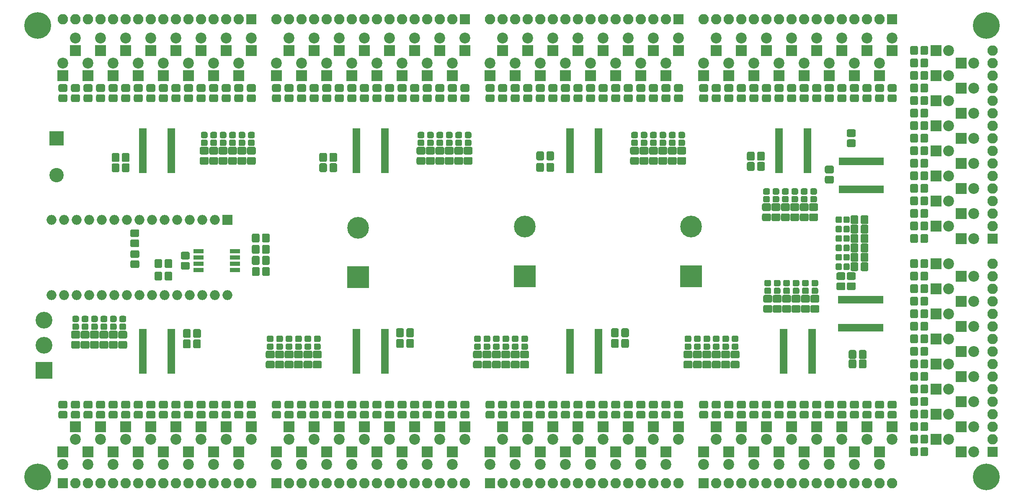
<source format=gts>
G04 #@! TF.GenerationSoftware,KiCad,Pcbnew,(5.0.0)*
G04 #@! TF.CreationDate,2019-05-11T02:31:08+07:00*
G04 #@! TF.ProjectId,Dmx512,446D783531322E6B696361645F706362,rev?*
G04 #@! TF.SameCoordinates,Original*
G04 #@! TF.FileFunction,Soldermask,Top*
G04 #@! TF.FilePolarity,Negative*
%FSLAX46Y46*%
G04 Gerber Fmt 4.6, Leading zero omitted, Abs format (unit mm)*
G04 Created by KiCad (PCBNEW (5.0.0)) date 05/11/19 02:31:08*
%MOMM*%
%LPD*%
G01*
G04 APERTURE LIST*
%ADD10C,5.400000*%
%ADD11C,2.200000*%
%ADD12R,2.200000X2.200000*%
%ADD13C,0.100000*%
%ADD14C,1.550000*%
%ADD15R,1.500000X0.800000*%
%ADD16R,2.000000X2.000000*%
%ADD17O,2.000000X2.000000*%
%ADD18R,2.150000X0.950000*%
%ADD19C,1.275000*%
%ADD20O,2.100000X2.100000*%
%ADD21R,2.100000X2.100000*%
%ADD22R,0.800000X1.500000*%
%ADD23R,4.400000X4.400000*%
%ADD24C,4.400000*%
%ADD25R,2.900000X2.900000*%
%ADD26C,2.900000*%
%ADD27R,3.400000X3.400000*%
%ADD28C,3.400000*%
G04 APERTURE END LIST*
D10*
G04 #@! TO.C,*
X48260000Y-54610000D03*
G04 #@! TD*
D11*
G04 #@! TO.C,D106*
X198120000Y-62230000D03*
D12*
X198120000Y-64770000D03*
G04 #@! TD*
D10*
G04 #@! TO.C,*
X240030000Y-54610000D03*
G04 #@! TD*
D13*
G04 #@! TO.C,R20*
G36*
X64096071Y-130671623D02*
X64128781Y-130676475D01*
X64160857Y-130684509D01*
X64191991Y-130695649D01*
X64221884Y-130709787D01*
X64250247Y-130726787D01*
X64276807Y-130746485D01*
X64301308Y-130768692D01*
X64323515Y-130793193D01*
X64343213Y-130819753D01*
X64360213Y-130848116D01*
X64374351Y-130878009D01*
X64385491Y-130909143D01*
X64393525Y-130941219D01*
X64398377Y-130973929D01*
X64400000Y-131006956D01*
X64400000Y-131883044D01*
X64398377Y-131916071D01*
X64393525Y-131948781D01*
X64385491Y-131980857D01*
X64374351Y-132011991D01*
X64360213Y-132041884D01*
X64343213Y-132070247D01*
X64323515Y-132096807D01*
X64301308Y-132121308D01*
X64276807Y-132143515D01*
X64250247Y-132163213D01*
X64221884Y-132180213D01*
X64191991Y-132194351D01*
X64160857Y-132205491D01*
X64128781Y-132213525D01*
X64096071Y-132218377D01*
X64063044Y-132220000D01*
X62936956Y-132220000D01*
X62903929Y-132218377D01*
X62871219Y-132213525D01*
X62839143Y-132205491D01*
X62808009Y-132194351D01*
X62778116Y-132180213D01*
X62749753Y-132163213D01*
X62723193Y-132143515D01*
X62698692Y-132121308D01*
X62676485Y-132096807D01*
X62656787Y-132070247D01*
X62639787Y-132041884D01*
X62625649Y-132011991D01*
X62614509Y-131980857D01*
X62606475Y-131948781D01*
X62601623Y-131916071D01*
X62600000Y-131883044D01*
X62600000Y-131006956D01*
X62601623Y-130973929D01*
X62606475Y-130941219D01*
X62614509Y-130909143D01*
X62625649Y-130878009D01*
X62639787Y-130848116D01*
X62656787Y-130819753D01*
X62676485Y-130793193D01*
X62698692Y-130768692D01*
X62723193Y-130746485D01*
X62749753Y-130726787D01*
X62778116Y-130709787D01*
X62808009Y-130695649D01*
X62839143Y-130684509D01*
X62871219Y-130676475D01*
X62903929Y-130671623D01*
X62936956Y-130670000D01*
X64063044Y-130670000D01*
X64096071Y-130671623D01*
X64096071Y-130671623D01*
G37*
D14*
X63500000Y-131445000D03*
D13*
G36*
X64096071Y-132721623D02*
X64128781Y-132726475D01*
X64160857Y-132734509D01*
X64191991Y-132745649D01*
X64221884Y-132759787D01*
X64250247Y-132776787D01*
X64276807Y-132796485D01*
X64301308Y-132818692D01*
X64323515Y-132843193D01*
X64343213Y-132869753D01*
X64360213Y-132898116D01*
X64374351Y-132928009D01*
X64385491Y-132959143D01*
X64393525Y-132991219D01*
X64398377Y-133023929D01*
X64400000Y-133056956D01*
X64400000Y-133933044D01*
X64398377Y-133966071D01*
X64393525Y-133998781D01*
X64385491Y-134030857D01*
X64374351Y-134061991D01*
X64360213Y-134091884D01*
X64343213Y-134120247D01*
X64323515Y-134146807D01*
X64301308Y-134171308D01*
X64276807Y-134193515D01*
X64250247Y-134213213D01*
X64221884Y-134230213D01*
X64191991Y-134244351D01*
X64160857Y-134255491D01*
X64128781Y-134263525D01*
X64096071Y-134268377D01*
X64063044Y-134270000D01*
X62936956Y-134270000D01*
X62903929Y-134268377D01*
X62871219Y-134263525D01*
X62839143Y-134255491D01*
X62808009Y-134244351D01*
X62778116Y-134230213D01*
X62749753Y-134213213D01*
X62723193Y-134193515D01*
X62698692Y-134171308D01*
X62676485Y-134146807D01*
X62656787Y-134120247D01*
X62639787Y-134091884D01*
X62625649Y-134061991D01*
X62614509Y-134030857D01*
X62606475Y-133998781D01*
X62601623Y-133966071D01*
X62600000Y-133933044D01*
X62600000Y-133056956D01*
X62601623Y-133023929D01*
X62606475Y-132991219D01*
X62614509Y-132959143D01*
X62625649Y-132928009D01*
X62639787Y-132898116D01*
X62656787Y-132869753D01*
X62676485Y-132843193D01*
X62698692Y-132818692D01*
X62723193Y-132796485D01*
X62749753Y-132776787D01*
X62778116Y-132759787D01*
X62808009Y-132745649D01*
X62839143Y-132734509D01*
X62871219Y-132726475D01*
X62903929Y-132721623D01*
X62936956Y-132720000D01*
X64063044Y-132720000D01*
X64096071Y-132721623D01*
X64096071Y-132721623D01*
G37*
D14*
X63500000Y-133495000D03*
G04 #@! TD*
D13*
G04 #@! TO.C,R23*
G36*
X71716071Y-130671623D02*
X71748781Y-130676475D01*
X71780857Y-130684509D01*
X71811991Y-130695649D01*
X71841884Y-130709787D01*
X71870247Y-130726787D01*
X71896807Y-130746485D01*
X71921308Y-130768692D01*
X71943515Y-130793193D01*
X71963213Y-130819753D01*
X71980213Y-130848116D01*
X71994351Y-130878009D01*
X72005491Y-130909143D01*
X72013525Y-130941219D01*
X72018377Y-130973929D01*
X72020000Y-131006956D01*
X72020000Y-131883044D01*
X72018377Y-131916071D01*
X72013525Y-131948781D01*
X72005491Y-131980857D01*
X71994351Y-132011991D01*
X71980213Y-132041884D01*
X71963213Y-132070247D01*
X71943515Y-132096807D01*
X71921308Y-132121308D01*
X71896807Y-132143515D01*
X71870247Y-132163213D01*
X71841884Y-132180213D01*
X71811991Y-132194351D01*
X71780857Y-132205491D01*
X71748781Y-132213525D01*
X71716071Y-132218377D01*
X71683044Y-132220000D01*
X70556956Y-132220000D01*
X70523929Y-132218377D01*
X70491219Y-132213525D01*
X70459143Y-132205491D01*
X70428009Y-132194351D01*
X70398116Y-132180213D01*
X70369753Y-132163213D01*
X70343193Y-132143515D01*
X70318692Y-132121308D01*
X70296485Y-132096807D01*
X70276787Y-132070247D01*
X70259787Y-132041884D01*
X70245649Y-132011991D01*
X70234509Y-131980857D01*
X70226475Y-131948781D01*
X70221623Y-131916071D01*
X70220000Y-131883044D01*
X70220000Y-131006956D01*
X70221623Y-130973929D01*
X70226475Y-130941219D01*
X70234509Y-130909143D01*
X70245649Y-130878009D01*
X70259787Y-130848116D01*
X70276787Y-130819753D01*
X70296485Y-130793193D01*
X70318692Y-130768692D01*
X70343193Y-130746485D01*
X70369753Y-130726787D01*
X70398116Y-130709787D01*
X70428009Y-130695649D01*
X70459143Y-130684509D01*
X70491219Y-130676475D01*
X70523929Y-130671623D01*
X70556956Y-130670000D01*
X71683044Y-130670000D01*
X71716071Y-130671623D01*
X71716071Y-130671623D01*
G37*
D14*
X71120000Y-131445000D03*
D13*
G36*
X71716071Y-132721623D02*
X71748781Y-132726475D01*
X71780857Y-132734509D01*
X71811991Y-132745649D01*
X71841884Y-132759787D01*
X71870247Y-132776787D01*
X71896807Y-132796485D01*
X71921308Y-132818692D01*
X71943515Y-132843193D01*
X71963213Y-132869753D01*
X71980213Y-132898116D01*
X71994351Y-132928009D01*
X72005491Y-132959143D01*
X72013525Y-132991219D01*
X72018377Y-133023929D01*
X72020000Y-133056956D01*
X72020000Y-133933044D01*
X72018377Y-133966071D01*
X72013525Y-133998781D01*
X72005491Y-134030857D01*
X71994351Y-134061991D01*
X71980213Y-134091884D01*
X71963213Y-134120247D01*
X71943515Y-134146807D01*
X71921308Y-134171308D01*
X71896807Y-134193515D01*
X71870247Y-134213213D01*
X71841884Y-134230213D01*
X71811991Y-134244351D01*
X71780857Y-134255491D01*
X71748781Y-134263525D01*
X71716071Y-134268377D01*
X71683044Y-134270000D01*
X70556956Y-134270000D01*
X70523929Y-134268377D01*
X70491219Y-134263525D01*
X70459143Y-134255491D01*
X70428009Y-134244351D01*
X70398116Y-134230213D01*
X70369753Y-134213213D01*
X70343193Y-134193515D01*
X70318692Y-134171308D01*
X70296485Y-134146807D01*
X70276787Y-134120247D01*
X70259787Y-134091884D01*
X70245649Y-134061991D01*
X70234509Y-134030857D01*
X70226475Y-133998781D01*
X70221623Y-133966071D01*
X70220000Y-133933044D01*
X70220000Y-133056956D01*
X70221623Y-133023929D01*
X70226475Y-132991219D01*
X70234509Y-132959143D01*
X70245649Y-132928009D01*
X70259787Y-132898116D01*
X70276787Y-132869753D01*
X70296485Y-132843193D01*
X70318692Y-132818692D01*
X70343193Y-132796485D01*
X70369753Y-132776787D01*
X70398116Y-132759787D01*
X70428009Y-132745649D01*
X70459143Y-132734509D01*
X70491219Y-132726475D01*
X70523929Y-132721623D01*
X70556956Y-132720000D01*
X71683044Y-132720000D01*
X71716071Y-132721623D01*
X71716071Y-132721623D01*
G37*
D14*
X71120000Y-133495000D03*
G04 #@! TD*
D13*
G04 #@! TO.C,R25*
G36*
X76796071Y-130671623D02*
X76828781Y-130676475D01*
X76860857Y-130684509D01*
X76891991Y-130695649D01*
X76921884Y-130709787D01*
X76950247Y-130726787D01*
X76976807Y-130746485D01*
X77001308Y-130768692D01*
X77023515Y-130793193D01*
X77043213Y-130819753D01*
X77060213Y-130848116D01*
X77074351Y-130878009D01*
X77085491Y-130909143D01*
X77093525Y-130941219D01*
X77098377Y-130973929D01*
X77100000Y-131006956D01*
X77100000Y-131883044D01*
X77098377Y-131916071D01*
X77093525Y-131948781D01*
X77085491Y-131980857D01*
X77074351Y-132011991D01*
X77060213Y-132041884D01*
X77043213Y-132070247D01*
X77023515Y-132096807D01*
X77001308Y-132121308D01*
X76976807Y-132143515D01*
X76950247Y-132163213D01*
X76921884Y-132180213D01*
X76891991Y-132194351D01*
X76860857Y-132205491D01*
X76828781Y-132213525D01*
X76796071Y-132218377D01*
X76763044Y-132220000D01*
X75636956Y-132220000D01*
X75603929Y-132218377D01*
X75571219Y-132213525D01*
X75539143Y-132205491D01*
X75508009Y-132194351D01*
X75478116Y-132180213D01*
X75449753Y-132163213D01*
X75423193Y-132143515D01*
X75398692Y-132121308D01*
X75376485Y-132096807D01*
X75356787Y-132070247D01*
X75339787Y-132041884D01*
X75325649Y-132011991D01*
X75314509Y-131980857D01*
X75306475Y-131948781D01*
X75301623Y-131916071D01*
X75300000Y-131883044D01*
X75300000Y-131006956D01*
X75301623Y-130973929D01*
X75306475Y-130941219D01*
X75314509Y-130909143D01*
X75325649Y-130878009D01*
X75339787Y-130848116D01*
X75356787Y-130819753D01*
X75376485Y-130793193D01*
X75398692Y-130768692D01*
X75423193Y-130746485D01*
X75449753Y-130726787D01*
X75478116Y-130709787D01*
X75508009Y-130695649D01*
X75539143Y-130684509D01*
X75571219Y-130676475D01*
X75603929Y-130671623D01*
X75636956Y-130670000D01*
X76763044Y-130670000D01*
X76796071Y-130671623D01*
X76796071Y-130671623D01*
G37*
D14*
X76200000Y-131445000D03*
D13*
G36*
X76796071Y-132721623D02*
X76828781Y-132726475D01*
X76860857Y-132734509D01*
X76891991Y-132745649D01*
X76921884Y-132759787D01*
X76950247Y-132776787D01*
X76976807Y-132796485D01*
X77001308Y-132818692D01*
X77023515Y-132843193D01*
X77043213Y-132869753D01*
X77060213Y-132898116D01*
X77074351Y-132928009D01*
X77085491Y-132959143D01*
X77093525Y-132991219D01*
X77098377Y-133023929D01*
X77100000Y-133056956D01*
X77100000Y-133933044D01*
X77098377Y-133966071D01*
X77093525Y-133998781D01*
X77085491Y-134030857D01*
X77074351Y-134061991D01*
X77060213Y-134091884D01*
X77043213Y-134120247D01*
X77023515Y-134146807D01*
X77001308Y-134171308D01*
X76976807Y-134193515D01*
X76950247Y-134213213D01*
X76921884Y-134230213D01*
X76891991Y-134244351D01*
X76860857Y-134255491D01*
X76828781Y-134263525D01*
X76796071Y-134268377D01*
X76763044Y-134270000D01*
X75636956Y-134270000D01*
X75603929Y-134268377D01*
X75571219Y-134263525D01*
X75539143Y-134255491D01*
X75508009Y-134244351D01*
X75478116Y-134230213D01*
X75449753Y-134213213D01*
X75423193Y-134193515D01*
X75398692Y-134171308D01*
X75376485Y-134146807D01*
X75356787Y-134120247D01*
X75339787Y-134091884D01*
X75325649Y-134061991D01*
X75314509Y-134030857D01*
X75306475Y-133998781D01*
X75301623Y-133966071D01*
X75300000Y-133933044D01*
X75300000Y-133056956D01*
X75301623Y-133023929D01*
X75306475Y-132991219D01*
X75314509Y-132959143D01*
X75325649Y-132928009D01*
X75339787Y-132898116D01*
X75356787Y-132869753D01*
X75376485Y-132843193D01*
X75398692Y-132818692D01*
X75423193Y-132796485D01*
X75449753Y-132776787D01*
X75478116Y-132759787D01*
X75508009Y-132745649D01*
X75539143Y-132734509D01*
X75571219Y-132726475D01*
X75603929Y-132721623D01*
X75636956Y-132720000D01*
X76763044Y-132720000D01*
X76796071Y-132721623D01*
X76796071Y-132721623D01*
G37*
D14*
X76200000Y-133495000D03*
G04 #@! TD*
D13*
G04 #@! TO.C,R26*
G36*
X79336071Y-130671623D02*
X79368781Y-130676475D01*
X79400857Y-130684509D01*
X79431991Y-130695649D01*
X79461884Y-130709787D01*
X79490247Y-130726787D01*
X79516807Y-130746485D01*
X79541308Y-130768692D01*
X79563515Y-130793193D01*
X79583213Y-130819753D01*
X79600213Y-130848116D01*
X79614351Y-130878009D01*
X79625491Y-130909143D01*
X79633525Y-130941219D01*
X79638377Y-130973929D01*
X79640000Y-131006956D01*
X79640000Y-131883044D01*
X79638377Y-131916071D01*
X79633525Y-131948781D01*
X79625491Y-131980857D01*
X79614351Y-132011991D01*
X79600213Y-132041884D01*
X79583213Y-132070247D01*
X79563515Y-132096807D01*
X79541308Y-132121308D01*
X79516807Y-132143515D01*
X79490247Y-132163213D01*
X79461884Y-132180213D01*
X79431991Y-132194351D01*
X79400857Y-132205491D01*
X79368781Y-132213525D01*
X79336071Y-132218377D01*
X79303044Y-132220000D01*
X78176956Y-132220000D01*
X78143929Y-132218377D01*
X78111219Y-132213525D01*
X78079143Y-132205491D01*
X78048009Y-132194351D01*
X78018116Y-132180213D01*
X77989753Y-132163213D01*
X77963193Y-132143515D01*
X77938692Y-132121308D01*
X77916485Y-132096807D01*
X77896787Y-132070247D01*
X77879787Y-132041884D01*
X77865649Y-132011991D01*
X77854509Y-131980857D01*
X77846475Y-131948781D01*
X77841623Y-131916071D01*
X77840000Y-131883044D01*
X77840000Y-131006956D01*
X77841623Y-130973929D01*
X77846475Y-130941219D01*
X77854509Y-130909143D01*
X77865649Y-130878009D01*
X77879787Y-130848116D01*
X77896787Y-130819753D01*
X77916485Y-130793193D01*
X77938692Y-130768692D01*
X77963193Y-130746485D01*
X77989753Y-130726787D01*
X78018116Y-130709787D01*
X78048009Y-130695649D01*
X78079143Y-130684509D01*
X78111219Y-130676475D01*
X78143929Y-130671623D01*
X78176956Y-130670000D01*
X79303044Y-130670000D01*
X79336071Y-130671623D01*
X79336071Y-130671623D01*
G37*
D14*
X78740000Y-131445000D03*
D13*
G36*
X79336071Y-132721623D02*
X79368781Y-132726475D01*
X79400857Y-132734509D01*
X79431991Y-132745649D01*
X79461884Y-132759787D01*
X79490247Y-132776787D01*
X79516807Y-132796485D01*
X79541308Y-132818692D01*
X79563515Y-132843193D01*
X79583213Y-132869753D01*
X79600213Y-132898116D01*
X79614351Y-132928009D01*
X79625491Y-132959143D01*
X79633525Y-132991219D01*
X79638377Y-133023929D01*
X79640000Y-133056956D01*
X79640000Y-133933044D01*
X79638377Y-133966071D01*
X79633525Y-133998781D01*
X79625491Y-134030857D01*
X79614351Y-134061991D01*
X79600213Y-134091884D01*
X79583213Y-134120247D01*
X79563515Y-134146807D01*
X79541308Y-134171308D01*
X79516807Y-134193515D01*
X79490247Y-134213213D01*
X79461884Y-134230213D01*
X79431991Y-134244351D01*
X79400857Y-134255491D01*
X79368781Y-134263525D01*
X79336071Y-134268377D01*
X79303044Y-134270000D01*
X78176956Y-134270000D01*
X78143929Y-134268377D01*
X78111219Y-134263525D01*
X78079143Y-134255491D01*
X78048009Y-134244351D01*
X78018116Y-134230213D01*
X77989753Y-134213213D01*
X77963193Y-134193515D01*
X77938692Y-134171308D01*
X77916485Y-134146807D01*
X77896787Y-134120247D01*
X77879787Y-134091884D01*
X77865649Y-134061991D01*
X77854509Y-134030857D01*
X77846475Y-133998781D01*
X77841623Y-133966071D01*
X77840000Y-133933044D01*
X77840000Y-133056956D01*
X77841623Y-133023929D01*
X77846475Y-132991219D01*
X77854509Y-132959143D01*
X77865649Y-132928009D01*
X77879787Y-132898116D01*
X77896787Y-132869753D01*
X77916485Y-132843193D01*
X77938692Y-132818692D01*
X77963193Y-132796485D01*
X77989753Y-132776787D01*
X78018116Y-132759787D01*
X78048009Y-132745649D01*
X78079143Y-132734509D01*
X78111219Y-132726475D01*
X78143929Y-132721623D01*
X78176956Y-132720000D01*
X79303044Y-132720000D01*
X79336071Y-132721623D01*
X79336071Y-132721623D01*
G37*
D14*
X78740000Y-133495000D03*
G04 #@! TD*
D13*
G04 #@! TO.C,R19*
G36*
X61556071Y-130671623D02*
X61588781Y-130676475D01*
X61620857Y-130684509D01*
X61651991Y-130695649D01*
X61681884Y-130709787D01*
X61710247Y-130726787D01*
X61736807Y-130746485D01*
X61761308Y-130768692D01*
X61783515Y-130793193D01*
X61803213Y-130819753D01*
X61820213Y-130848116D01*
X61834351Y-130878009D01*
X61845491Y-130909143D01*
X61853525Y-130941219D01*
X61858377Y-130973929D01*
X61860000Y-131006956D01*
X61860000Y-131883044D01*
X61858377Y-131916071D01*
X61853525Y-131948781D01*
X61845491Y-131980857D01*
X61834351Y-132011991D01*
X61820213Y-132041884D01*
X61803213Y-132070247D01*
X61783515Y-132096807D01*
X61761308Y-132121308D01*
X61736807Y-132143515D01*
X61710247Y-132163213D01*
X61681884Y-132180213D01*
X61651991Y-132194351D01*
X61620857Y-132205491D01*
X61588781Y-132213525D01*
X61556071Y-132218377D01*
X61523044Y-132220000D01*
X60396956Y-132220000D01*
X60363929Y-132218377D01*
X60331219Y-132213525D01*
X60299143Y-132205491D01*
X60268009Y-132194351D01*
X60238116Y-132180213D01*
X60209753Y-132163213D01*
X60183193Y-132143515D01*
X60158692Y-132121308D01*
X60136485Y-132096807D01*
X60116787Y-132070247D01*
X60099787Y-132041884D01*
X60085649Y-132011991D01*
X60074509Y-131980857D01*
X60066475Y-131948781D01*
X60061623Y-131916071D01*
X60060000Y-131883044D01*
X60060000Y-131006956D01*
X60061623Y-130973929D01*
X60066475Y-130941219D01*
X60074509Y-130909143D01*
X60085649Y-130878009D01*
X60099787Y-130848116D01*
X60116787Y-130819753D01*
X60136485Y-130793193D01*
X60158692Y-130768692D01*
X60183193Y-130746485D01*
X60209753Y-130726787D01*
X60238116Y-130709787D01*
X60268009Y-130695649D01*
X60299143Y-130684509D01*
X60331219Y-130676475D01*
X60363929Y-130671623D01*
X60396956Y-130670000D01*
X61523044Y-130670000D01*
X61556071Y-130671623D01*
X61556071Y-130671623D01*
G37*
D14*
X60960000Y-131445000D03*
D13*
G36*
X61556071Y-132721623D02*
X61588781Y-132726475D01*
X61620857Y-132734509D01*
X61651991Y-132745649D01*
X61681884Y-132759787D01*
X61710247Y-132776787D01*
X61736807Y-132796485D01*
X61761308Y-132818692D01*
X61783515Y-132843193D01*
X61803213Y-132869753D01*
X61820213Y-132898116D01*
X61834351Y-132928009D01*
X61845491Y-132959143D01*
X61853525Y-132991219D01*
X61858377Y-133023929D01*
X61860000Y-133056956D01*
X61860000Y-133933044D01*
X61858377Y-133966071D01*
X61853525Y-133998781D01*
X61845491Y-134030857D01*
X61834351Y-134061991D01*
X61820213Y-134091884D01*
X61803213Y-134120247D01*
X61783515Y-134146807D01*
X61761308Y-134171308D01*
X61736807Y-134193515D01*
X61710247Y-134213213D01*
X61681884Y-134230213D01*
X61651991Y-134244351D01*
X61620857Y-134255491D01*
X61588781Y-134263525D01*
X61556071Y-134268377D01*
X61523044Y-134270000D01*
X60396956Y-134270000D01*
X60363929Y-134268377D01*
X60331219Y-134263525D01*
X60299143Y-134255491D01*
X60268009Y-134244351D01*
X60238116Y-134230213D01*
X60209753Y-134213213D01*
X60183193Y-134193515D01*
X60158692Y-134171308D01*
X60136485Y-134146807D01*
X60116787Y-134120247D01*
X60099787Y-134091884D01*
X60085649Y-134061991D01*
X60074509Y-134030857D01*
X60066475Y-133998781D01*
X60061623Y-133966071D01*
X60060000Y-133933044D01*
X60060000Y-133056956D01*
X60061623Y-133023929D01*
X60066475Y-132991219D01*
X60074509Y-132959143D01*
X60085649Y-132928009D01*
X60099787Y-132898116D01*
X60116787Y-132869753D01*
X60136485Y-132843193D01*
X60158692Y-132818692D01*
X60183193Y-132796485D01*
X60209753Y-132776787D01*
X60238116Y-132759787D01*
X60268009Y-132745649D01*
X60299143Y-132734509D01*
X60331219Y-132726475D01*
X60363929Y-132721623D01*
X60396956Y-132720000D01*
X61523044Y-132720000D01*
X61556071Y-132721623D01*
X61556071Y-132721623D01*
G37*
D14*
X60960000Y-133495000D03*
G04 #@! TD*
D13*
G04 #@! TO.C,R27*
G36*
X81876071Y-130671623D02*
X81908781Y-130676475D01*
X81940857Y-130684509D01*
X81971991Y-130695649D01*
X82001884Y-130709787D01*
X82030247Y-130726787D01*
X82056807Y-130746485D01*
X82081308Y-130768692D01*
X82103515Y-130793193D01*
X82123213Y-130819753D01*
X82140213Y-130848116D01*
X82154351Y-130878009D01*
X82165491Y-130909143D01*
X82173525Y-130941219D01*
X82178377Y-130973929D01*
X82180000Y-131006956D01*
X82180000Y-131883044D01*
X82178377Y-131916071D01*
X82173525Y-131948781D01*
X82165491Y-131980857D01*
X82154351Y-132011991D01*
X82140213Y-132041884D01*
X82123213Y-132070247D01*
X82103515Y-132096807D01*
X82081308Y-132121308D01*
X82056807Y-132143515D01*
X82030247Y-132163213D01*
X82001884Y-132180213D01*
X81971991Y-132194351D01*
X81940857Y-132205491D01*
X81908781Y-132213525D01*
X81876071Y-132218377D01*
X81843044Y-132220000D01*
X80716956Y-132220000D01*
X80683929Y-132218377D01*
X80651219Y-132213525D01*
X80619143Y-132205491D01*
X80588009Y-132194351D01*
X80558116Y-132180213D01*
X80529753Y-132163213D01*
X80503193Y-132143515D01*
X80478692Y-132121308D01*
X80456485Y-132096807D01*
X80436787Y-132070247D01*
X80419787Y-132041884D01*
X80405649Y-132011991D01*
X80394509Y-131980857D01*
X80386475Y-131948781D01*
X80381623Y-131916071D01*
X80380000Y-131883044D01*
X80380000Y-131006956D01*
X80381623Y-130973929D01*
X80386475Y-130941219D01*
X80394509Y-130909143D01*
X80405649Y-130878009D01*
X80419787Y-130848116D01*
X80436787Y-130819753D01*
X80456485Y-130793193D01*
X80478692Y-130768692D01*
X80503193Y-130746485D01*
X80529753Y-130726787D01*
X80558116Y-130709787D01*
X80588009Y-130695649D01*
X80619143Y-130684509D01*
X80651219Y-130676475D01*
X80683929Y-130671623D01*
X80716956Y-130670000D01*
X81843044Y-130670000D01*
X81876071Y-130671623D01*
X81876071Y-130671623D01*
G37*
D14*
X81280000Y-131445000D03*
D13*
G36*
X81876071Y-132721623D02*
X81908781Y-132726475D01*
X81940857Y-132734509D01*
X81971991Y-132745649D01*
X82001884Y-132759787D01*
X82030247Y-132776787D01*
X82056807Y-132796485D01*
X82081308Y-132818692D01*
X82103515Y-132843193D01*
X82123213Y-132869753D01*
X82140213Y-132898116D01*
X82154351Y-132928009D01*
X82165491Y-132959143D01*
X82173525Y-132991219D01*
X82178377Y-133023929D01*
X82180000Y-133056956D01*
X82180000Y-133933044D01*
X82178377Y-133966071D01*
X82173525Y-133998781D01*
X82165491Y-134030857D01*
X82154351Y-134061991D01*
X82140213Y-134091884D01*
X82123213Y-134120247D01*
X82103515Y-134146807D01*
X82081308Y-134171308D01*
X82056807Y-134193515D01*
X82030247Y-134213213D01*
X82001884Y-134230213D01*
X81971991Y-134244351D01*
X81940857Y-134255491D01*
X81908781Y-134263525D01*
X81876071Y-134268377D01*
X81843044Y-134270000D01*
X80716956Y-134270000D01*
X80683929Y-134268377D01*
X80651219Y-134263525D01*
X80619143Y-134255491D01*
X80588009Y-134244351D01*
X80558116Y-134230213D01*
X80529753Y-134213213D01*
X80503193Y-134193515D01*
X80478692Y-134171308D01*
X80456485Y-134146807D01*
X80436787Y-134120247D01*
X80419787Y-134091884D01*
X80405649Y-134061991D01*
X80394509Y-134030857D01*
X80386475Y-133998781D01*
X80381623Y-133966071D01*
X80380000Y-133933044D01*
X80380000Y-133056956D01*
X80381623Y-133023929D01*
X80386475Y-132991219D01*
X80394509Y-132959143D01*
X80405649Y-132928009D01*
X80419787Y-132898116D01*
X80436787Y-132869753D01*
X80456485Y-132843193D01*
X80478692Y-132818692D01*
X80503193Y-132796485D01*
X80529753Y-132776787D01*
X80558116Y-132759787D01*
X80588009Y-132745649D01*
X80619143Y-132734509D01*
X80651219Y-132726475D01*
X80683929Y-132721623D01*
X80716956Y-132720000D01*
X81843044Y-132720000D01*
X81876071Y-132721623D01*
X81876071Y-132721623D01*
G37*
D14*
X81280000Y-133495000D03*
G04 #@! TD*
D13*
G04 #@! TO.C,R28*
G36*
X84416071Y-130671623D02*
X84448781Y-130676475D01*
X84480857Y-130684509D01*
X84511991Y-130695649D01*
X84541884Y-130709787D01*
X84570247Y-130726787D01*
X84596807Y-130746485D01*
X84621308Y-130768692D01*
X84643515Y-130793193D01*
X84663213Y-130819753D01*
X84680213Y-130848116D01*
X84694351Y-130878009D01*
X84705491Y-130909143D01*
X84713525Y-130941219D01*
X84718377Y-130973929D01*
X84720000Y-131006956D01*
X84720000Y-131883044D01*
X84718377Y-131916071D01*
X84713525Y-131948781D01*
X84705491Y-131980857D01*
X84694351Y-132011991D01*
X84680213Y-132041884D01*
X84663213Y-132070247D01*
X84643515Y-132096807D01*
X84621308Y-132121308D01*
X84596807Y-132143515D01*
X84570247Y-132163213D01*
X84541884Y-132180213D01*
X84511991Y-132194351D01*
X84480857Y-132205491D01*
X84448781Y-132213525D01*
X84416071Y-132218377D01*
X84383044Y-132220000D01*
X83256956Y-132220000D01*
X83223929Y-132218377D01*
X83191219Y-132213525D01*
X83159143Y-132205491D01*
X83128009Y-132194351D01*
X83098116Y-132180213D01*
X83069753Y-132163213D01*
X83043193Y-132143515D01*
X83018692Y-132121308D01*
X82996485Y-132096807D01*
X82976787Y-132070247D01*
X82959787Y-132041884D01*
X82945649Y-132011991D01*
X82934509Y-131980857D01*
X82926475Y-131948781D01*
X82921623Y-131916071D01*
X82920000Y-131883044D01*
X82920000Y-131006956D01*
X82921623Y-130973929D01*
X82926475Y-130941219D01*
X82934509Y-130909143D01*
X82945649Y-130878009D01*
X82959787Y-130848116D01*
X82976787Y-130819753D01*
X82996485Y-130793193D01*
X83018692Y-130768692D01*
X83043193Y-130746485D01*
X83069753Y-130726787D01*
X83098116Y-130709787D01*
X83128009Y-130695649D01*
X83159143Y-130684509D01*
X83191219Y-130676475D01*
X83223929Y-130671623D01*
X83256956Y-130670000D01*
X84383044Y-130670000D01*
X84416071Y-130671623D01*
X84416071Y-130671623D01*
G37*
D14*
X83820000Y-131445000D03*
D13*
G36*
X84416071Y-132721623D02*
X84448781Y-132726475D01*
X84480857Y-132734509D01*
X84511991Y-132745649D01*
X84541884Y-132759787D01*
X84570247Y-132776787D01*
X84596807Y-132796485D01*
X84621308Y-132818692D01*
X84643515Y-132843193D01*
X84663213Y-132869753D01*
X84680213Y-132898116D01*
X84694351Y-132928009D01*
X84705491Y-132959143D01*
X84713525Y-132991219D01*
X84718377Y-133023929D01*
X84720000Y-133056956D01*
X84720000Y-133933044D01*
X84718377Y-133966071D01*
X84713525Y-133998781D01*
X84705491Y-134030857D01*
X84694351Y-134061991D01*
X84680213Y-134091884D01*
X84663213Y-134120247D01*
X84643515Y-134146807D01*
X84621308Y-134171308D01*
X84596807Y-134193515D01*
X84570247Y-134213213D01*
X84541884Y-134230213D01*
X84511991Y-134244351D01*
X84480857Y-134255491D01*
X84448781Y-134263525D01*
X84416071Y-134268377D01*
X84383044Y-134270000D01*
X83256956Y-134270000D01*
X83223929Y-134268377D01*
X83191219Y-134263525D01*
X83159143Y-134255491D01*
X83128009Y-134244351D01*
X83098116Y-134230213D01*
X83069753Y-134213213D01*
X83043193Y-134193515D01*
X83018692Y-134171308D01*
X82996485Y-134146807D01*
X82976787Y-134120247D01*
X82959787Y-134091884D01*
X82945649Y-134061991D01*
X82934509Y-134030857D01*
X82926475Y-133998781D01*
X82921623Y-133966071D01*
X82920000Y-133933044D01*
X82920000Y-133056956D01*
X82921623Y-133023929D01*
X82926475Y-132991219D01*
X82934509Y-132959143D01*
X82945649Y-132928009D01*
X82959787Y-132898116D01*
X82976787Y-132869753D01*
X82996485Y-132843193D01*
X83018692Y-132818692D01*
X83043193Y-132796485D01*
X83069753Y-132776787D01*
X83098116Y-132759787D01*
X83128009Y-132745649D01*
X83159143Y-132734509D01*
X83191219Y-132726475D01*
X83223929Y-132721623D01*
X83256956Y-132720000D01*
X84383044Y-132720000D01*
X84416071Y-132721623D01*
X84416071Y-132721623D01*
G37*
D14*
X83820000Y-133495000D03*
G04 #@! TD*
D13*
G04 #@! TO.C,R29*
G36*
X86956071Y-130671623D02*
X86988781Y-130676475D01*
X87020857Y-130684509D01*
X87051991Y-130695649D01*
X87081884Y-130709787D01*
X87110247Y-130726787D01*
X87136807Y-130746485D01*
X87161308Y-130768692D01*
X87183515Y-130793193D01*
X87203213Y-130819753D01*
X87220213Y-130848116D01*
X87234351Y-130878009D01*
X87245491Y-130909143D01*
X87253525Y-130941219D01*
X87258377Y-130973929D01*
X87260000Y-131006956D01*
X87260000Y-131883044D01*
X87258377Y-131916071D01*
X87253525Y-131948781D01*
X87245491Y-131980857D01*
X87234351Y-132011991D01*
X87220213Y-132041884D01*
X87203213Y-132070247D01*
X87183515Y-132096807D01*
X87161308Y-132121308D01*
X87136807Y-132143515D01*
X87110247Y-132163213D01*
X87081884Y-132180213D01*
X87051991Y-132194351D01*
X87020857Y-132205491D01*
X86988781Y-132213525D01*
X86956071Y-132218377D01*
X86923044Y-132220000D01*
X85796956Y-132220000D01*
X85763929Y-132218377D01*
X85731219Y-132213525D01*
X85699143Y-132205491D01*
X85668009Y-132194351D01*
X85638116Y-132180213D01*
X85609753Y-132163213D01*
X85583193Y-132143515D01*
X85558692Y-132121308D01*
X85536485Y-132096807D01*
X85516787Y-132070247D01*
X85499787Y-132041884D01*
X85485649Y-132011991D01*
X85474509Y-131980857D01*
X85466475Y-131948781D01*
X85461623Y-131916071D01*
X85460000Y-131883044D01*
X85460000Y-131006956D01*
X85461623Y-130973929D01*
X85466475Y-130941219D01*
X85474509Y-130909143D01*
X85485649Y-130878009D01*
X85499787Y-130848116D01*
X85516787Y-130819753D01*
X85536485Y-130793193D01*
X85558692Y-130768692D01*
X85583193Y-130746485D01*
X85609753Y-130726787D01*
X85638116Y-130709787D01*
X85668009Y-130695649D01*
X85699143Y-130684509D01*
X85731219Y-130676475D01*
X85763929Y-130671623D01*
X85796956Y-130670000D01*
X86923044Y-130670000D01*
X86956071Y-130671623D01*
X86956071Y-130671623D01*
G37*
D14*
X86360000Y-131445000D03*
D13*
G36*
X86956071Y-132721623D02*
X86988781Y-132726475D01*
X87020857Y-132734509D01*
X87051991Y-132745649D01*
X87081884Y-132759787D01*
X87110247Y-132776787D01*
X87136807Y-132796485D01*
X87161308Y-132818692D01*
X87183515Y-132843193D01*
X87203213Y-132869753D01*
X87220213Y-132898116D01*
X87234351Y-132928009D01*
X87245491Y-132959143D01*
X87253525Y-132991219D01*
X87258377Y-133023929D01*
X87260000Y-133056956D01*
X87260000Y-133933044D01*
X87258377Y-133966071D01*
X87253525Y-133998781D01*
X87245491Y-134030857D01*
X87234351Y-134061991D01*
X87220213Y-134091884D01*
X87203213Y-134120247D01*
X87183515Y-134146807D01*
X87161308Y-134171308D01*
X87136807Y-134193515D01*
X87110247Y-134213213D01*
X87081884Y-134230213D01*
X87051991Y-134244351D01*
X87020857Y-134255491D01*
X86988781Y-134263525D01*
X86956071Y-134268377D01*
X86923044Y-134270000D01*
X85796956Y-134270000D01*
X85763929Y-134268377D01*
X85731219Y-134263525D01*
X85699143Y-134255491D01*
X85668009Y-134244351D01*
X85638116Y-134230213D01*
X85609753Y-134213213D01*
X85583193Y-134193515D01*
X85558692Y-134171308D01*
X85536485Y-134146807D01*
X85516787Y-134120247D01*
X85499787Y-134091884D01*
X85485649Y-134061991D01*
X85474509Y-134030857D01*
X85466475Y-133998781D01*
X85461623Y-133966071D01*
X85460000Y-133933044D01*
X85460000Y-133056956D01*
X85461623Y-133023929D01*
X85466475Y-132991219D01*
X85474509Y-132959143D01*
X85485649Y-132928009D01*
X85499787Y-132898116D01*
X85516787Y-132869753D01*
X85536485Y-132843193D01*
X85558692Y-132818692D01*
X85583193Y-132796485D01*
X85609753Y-132776787D01*
X85638116Y-132759787D01*
X85668009Y-132745649D01*
X85699143Y-132734509D01*
X85731219Y-132726475D01*
X85763929Y-132721623D01*
X85796956Y-132720000D01*
X86923044Y-132720000D01*
X86956071Y-132721623D01*
X86956071Y-132721623D01*
G37*
D14*
X86360000Y-133495000D03*
G04 #@! TD*
D13*
G04 #@! TO.C,R30*
G36*
X89496071Y-130671623D02*
X89528781Y-130676475D01*
X89560857Y-130684509D01*
X89591991Y-130695649D01*
X89621884Y-130709787D01*
X89650247Y-130726787D01*
X89676807Y-130746485D01*
X89701308Y-130768692D01*
X89723515Y-130793193D01*
X89743213Y-130819753D01*
X89760213Y-130848116D01*
X89774351Y-130878009D01*
X89785491Y-130909143D01*
X89793525Y-130941219D01*
X89798377Y-130973929D01*
X89800000Y-131006956D01*
X89800000Y-131883044D01*
X89798377Y-131916071D01*
X89793525Y-131948781D01*
X89785491Y-131980857D01*
X89774351Y-132011991D01*
X89760213Y-132041884D01*
X89743213Y-132070247D01*
X89723515Y-132096807D01*
X89701308Y-132121308D01*
X89676807Y-132143515D01*
X89650247Y-132163213D01*
X89621884Y-132180213D01*
X89591991Y-132194351D01*
X89560857Y-132205491D01*
X89528781Y-132213525D01*
X89496071Y-132218377D01*
X89463044Y-132220000D01*
X88336956Y-132220000D01*
X88303929Y-132218377D01*
X88271219Y-132213525D01*
X88239143Y-132205491D01*
X88208009Y-132194351D01*
X88178116Y-132180213D01*
X88149753Y-132163213D01*
X88123193Y-132143515D01*
X88098692Y-132121308D01*
X88076485Y-132096807D01*
X88056787Y-132070247D01*
X88039787Y-132041884D01*
X88025649Y-132011991D01*
X88014509Y-131980857D01*
X88006475Y-131948781D01*
X88001623Y-131916071D01*
X88000000Y-131883044D01*
X88000000Y-131006956D01*
X88001623Y-130973929D01*
X88006475Y-130941219D01*
X88014509Y-130909143D01*
X88025649Y-130878009D01*
X88039787Y-130848116D01*
X88056787Y-130819753D01*
X88076485Y-130793193D01*
X88098692Y-130768692D01*
X88123193Y-130746485D01*
X88149753Y-130726787D01*
X88178116Y-130709787D01*
X88208009Y-130695649D01*
X88239143Y-130684509D01*
X88271219Y-130676475D01*
X88303929Y-130671623D01*
X88336956Y-130670000D01*
X89463044Y-130670000D01*
X89496071Y-130671623D01*
X89496071Y-130671623D01*
G37*
D14*
X88900000Y-131445000D03*
D13*
G36*
X89496071Y-132721623D02*
X89528781Y-132726475D01*
X89560857Y-132734509D01*
X89591991Y-132745649D01*
X89621884Y-132759787D01*
X89650247Y-132776787D01*
X89676807Y-132796485D01*
X89701308Y-132818692D01*
X89723515Y-132843193D01*
X89743213Y-132869753D01*
X89760213Y-132898116D01*
X89774351Y-132928009D01*
X89785491Y-132959143D01*
X89793525Y-132991219D01*
X89798377Y-133023929D01*
X89800000Y-133056956D01*
X89800000Y-133933044D01*
X89798377Y-133966071D01*
X89793525Y-133998781D01*
X89785491Y-134030857D01*
X89774351Y-134061991D01*
X89760213Y-134091884D01*
X89743213Y-134120247D01*
X89723515Y-134146807D01*
X89701308Y-134171308D01*
X89676807Y-134193515D01*
X89650247Y-134213213D01*
X89621884Y-134230213D01*
X89591991Y-134244351D01*
X89560857Y-134255491D01*
X89528781Y-134263525D01*
X89496071Y-134268377D01*
X89463044Y-134270000D01*
X88336956Y-134270000D01*
X88303929Y-134268377D01*
X88271219Y-134263525D01*
X88239143Y-134255491D01*
X88208009Y-134244351D01*
X88178116Y-134230213D01*
X88149753Y-134213213D01*
X88123193Y-134193515D01*
X88098692Y-134171308D01*
X88076485Y-134146807D01*
X88056787Y-134120247D01*
X88039787Y-134091884D01*
X88025649Y-134061991D01*
X88014509Y-134030857D01*
X88006475Y-133998781D01*
X88001623Y-133966071D01*
X88000000Y-133933044D01*
X88000000Y-133056956D01*
X88001623Y-133023929D01*
X88006475Y-132991219D01*
X88014509Y-132959143D01*
X88025649Y-132928009D01*
X88039787Y-132898116D01*
X88056787Y-132869753D01*
X88076485Y-132843193D01*
X88098692Y-132818692D01*
X88123193Y-132796485D01*
X88149753Y-132776787D01*
X88178116Y-132759787D01*
X88208009Y-132745649D01*
X88239143Y-132734509D01*
X88271219Y-132726475D01*
X88303929Y-132721623D01*
X88336956Y-132720000D01*
X89463044Y-132720000D01*
X89496071Y-132721623D01*
X89496071Y-132721623D01*
G37*
D14*
X88900000Y-133495000D03*
G04 #@! TD*
D13*
G04 #@! TO.C,R31*
G36*
X92036071Y-132721623D02*
X92068781Y-132726475D01*
X92100857Y-132734509D01*
X92131991Y-132745649D01*
X92161884Y-132759787D01*
X92190247Y-132776787D01*
X92216807Y-132796485D01*
X92241308Y-132818692D01*
X92263515Y-132843193D01*
X92283213Y-132869753D01*
X92300213Y-132898116D01*
X92314351Y-132928009D01*
X92325491Y-132959143D01*
X92333525Y-132991219D01*
X92338377Y-133023929D01*
X92340000Y-133056956D01*
X92340000Y-133933044D01*
X92338377Y-133966071D01*
X92333525Y-133998781D01*
X92325491Y-134030857D01*
X92314351Y-134061991D01*
X92300213Y-134091884D01*
X92283213Y-134120247D01*
X92263515Y-134146807D01*
X92241308Y-134171308D01*
X92216807Y-134193515D01*
X92190247Y-134213213D01*
X92161884Y-134230213D01*
X92131991Y-134244351D01*
X92100857Y-134255491D01*
X92068781Y-134263525D01*
X92036071Y-134268377D01*
X92003044Y-134270000D01*
X90876956Y-134270000D01*
X90843929Y-134268377D01*
X90811219Y-134263525D01*
X90779143Y-134255491D01*
X90748009Y-134244351D01*
X90718116Y-134230213D01*
X90689753Y-134213213D01*
X90663193Y-134193515D01*
X90638692Y-134171308D01*
X90616485Y-134146807D01*
X90596787Y-134120247D01*
X90579787Y-134091884D01*
X90565649Y-134061991D01*
X90554509Y-134030857D01*
X90546475Y-133998781D01*
X90541623Y-133966071D01*
X90540000Y-133933044D01*
X90540000Y-133056956D01*
X90541623Y-133023929D01*
X90546475Y-132991219D01*
X90554509Y-132959143D01*
X90565649Y-132928009D01*
X90579787Y-132898116D01*
X90596787Y-132869753D01*
X90616485Y-132843193D01*
X90638692Y-132818692D01*
X90663193Y-132796485D01*
X90689753Y-132776787D01*
X90718116Y-132759787D01*
X90748009Y-132745649D01*
X90779143Y-132734509D01*
X90811219Y-132726475D01*
X90843929Y-132721623D01*
X90876956Y-132720000D01*
X92003044Y-132720000D01*
X92036071Y-132721623D01*
X92036071Y-132721623D01*
G37*
D14*
X91440000Y-133495000D03*
D13*
G36*
X92036071Y-130671623D02*
X92068781Y-130676475D01*
X92100857Y-130684509D01*
X92131991Y-130695649D01*
X92161884Y-130709787D01*
X92190247Y-130726787D01*
X92216807Y-130746485D01*
X92241308Y-130768692D01*
X92263515Y-130793193D01*
X92283213Y-130819753D01*
X92300213Y-130848116D01*
X92314351Y-130878009D01*
X92325491Y-130909143D01*
X92333525Y-130941219D01*
X92338377Y-130973929D01*
X92340000Y-131006956D01*
X92340000Y-131883044D01*
X92338377Y-131916071D01*
X92333525Y-131948781D01*
X92325491Y-131980857D01*
X92314351Y-132011991D01*
X92300213Y-132041884D01*
X92283213Y-132070247D01*
X92263515Y-132096807D01*
X92241308Y-132121308D01*
X92216807Y-132143515D01*
X92190247Y-132163213D01*
X92161884Y-132180213D01*
X92131991Y-132194351D01*
X92100857Y-132205491D01*
X92068781Y-132213525D01*
X92036071Y-132218377D01*
X92003044Y-132220000D01*
X90876956Y-132220000D01*
X90843929Y-132218377D01*
X90811219Y-132213525D01*
X90779143Y-132205491D01*
X90748009Y-132194351D01*
X90718116Y-132180213D01*
X90689753Y-132163213D01*
X90663193Y-132143515D01*
X90638692Y-132121308D01*
X90616485Y-132096807D01*
X90596787Y-132070247D01*
X90579787Y-132041884D01*
X90565649Y-132011991D01*
X90554509Y-131980857D01*
X90546475Y-131948781D01*
X90541623Y-131916071D01*
X90540000Y-131883044D01*
X90540000Y-131006956D01*
X90541623Y-130973929D01*
X90546475Y-130941219D01*
X90554509Y-130909143D01*
X90565649Y-130878009D01*
X90579787Y-130848116D01*
X90596787Y-130819753D01*
X90616485Y-130793193D01*
X90638692Y-130768692D01*
X90663193Y-130746485D01*
X90689753Y-130726787D01*
X90718116Y-130709787D01*
X90748009Y-130695649D01*
X90779143Y-130684509D01*
X90811219Y-130676475D01*
X90843929Y-130671623D01*
X90876956Y-130670000D01*
X92003044Y-130670000D01*
X92036071Y-130671623D01*
X92036071Y-130671623D01*
G37*
D14*
X91440000Y-131445000D03*
G04 #@! TD*
D13*
G04 #@! TO.C,R15*
G36*
X80921071Y-118241623D02*
X80953781Y-118246475D01*
X80985857Y-118254509D01*
X81016991Y-118265649D01*
X81046884Y-118279787D01*
X81075247Y-118296787D01*
X81101807Y-118316485D01*
X81126308Y-118338692D01*
X81148515Y-118363193D01*
X81168213Y-118389753D01*
X81185213Y-118418116D01*
X81199351Y-118448009D01*
X81210491Y-118479143D01*
X81218525Y-118511219D01*
X81223377Y-118543929D01*
X81225000Y-118576956D01*
X81225000Y-119703044D01*
X81223377Y-119736071D01*
X81218525Y-119768781D01*
X81210491Y-119800857D01*
X81199351Y-119831991D01*
X81185213Y-119861884D01*
X81168213Y-119890247D01*
X81148515Y-119916807D01*
X81126308Y-119941308D01*
X81101807Y-119963515D01*
X81075247Y-119983213D01*
X81046884Y-120000213D01*
X81016991Y-120014351D01*
X80985857Y-120025491D01*
X80953781Y-120033525D01*
X80921071Y-120038377D01*
X80888044Y-120040000D01*
X80011956Y-120040000D01*
X79978929Y-120038377D01*
X79946219Y-120033525D01*
X79914143Y-120025491D01*
X79883009Y-120014351D01*
X79853116Y-120000213D01*
X79824753Y-119983213D01*
X79798193Y-119963515D01*
X79773692Y-119941308D01*
X79751485Y-119916807D01*
X79731787Y-119890247D01*
X79714787Y-119861884D01*
X79700649Y-119831991D01*
X79689509Y-119800857D01*
X79681475Y-119768781D01*
X79676623Y-119736071D01*
X79675000Y-119703044D01*
X79675000Y-118576956D01*
X79676623Y-118543929D01*
X79681475Y-118511219D01*
X79689509Y-118479143D01*
X79700649Y-118448009D01*
X79714787Y-118418116D01*
X79731787Y-118389753D01*
X79751485Y-118363193D01*
X79773692Y-118338692D01*
X79798193Y-118316485D01*
X79824753Y-118296787D01*
X79853116Y-118279787D01*
X79883009Y-118265649D01*
X79914143Y-118254509D01*
X79946219Y-118246475D01*
X79978929Y-118241623D01*
X80011956Y-118240000D01*
X80888044Y-118240000D01*
X80921071Y-118241623D01*
X80921071Y-118241623D01*
G37*
D14*
X80450000Y-119140000D03*
D13*
G36*
X78871071Y-118241623D02*
X78903781Y-118246475D01*
X78935857Y-118254509D01*
X78966991Y-118265649D01*
X78996884Y-118279787D01*
X79025247Y-118296787D01*
X79051807Y-118316485D01*
X79076308Y-118338692D01*
X79098515Y-118363193D01*
X79118213Y-118389753D01*
X79135213Y-118418116D01*
X79149351Y-118448009D01*
X79160491Y-118479143D01*
X79168525Y-118511219D01*
X79173377Y-118543929D01*
X79175000Y-118576956D01*
X79175000Y-119703044D01*
X79173377Y-119736071D01*
X79168525Y-119768781D01*
X79160491Y-119800857D01*
X79149351Y-119831991D01*
X79135213Y-119861884D01*
X79118213Y-119890247D01*
X79098515Y-119916807D01*
X79076308Y-119941308D01*
X79051807Y-119963515D01*
X79025247Y-119983213D01*
X78996884Y-120000213D01*
X78966991Y-120014351D01*
X78935857Y-120025491D01*
X78903781Y-120033525D01*
X78871071Y-120038377D01*
X78838044Y-120040000D01*
X77961956Y-120040000D01*
X77928929Y-120038377D01*
X77896219Y-120033525D01*
X77864143Y-120025491D01*
X77833009Y-120014351D01*
X77803116Y-120000213D01*
X77774753Y-119983213D01*
X77748193Y-119963515D01*
X77723692Y-119941308D01*
X77701485Y-119916807D01*
X77681787Y-119890247D01*
X77664787Y-119861884D01*
X77650649Y-119831991D01*
X77639509Y-119800857D01*
X77631475Y-119768781D01*
X77626623Y-119736071D01*
X77625000Y-119703044D01*
X77625000Y-118576956D01*
X77626623Y-118543929D01*
X77631475Y-118511219D01*
X77639509Y-118479143D01*
X77650649Y-118448009D01*
X77664787Y-118418116D01*
X77681787Y-118389753D01*
X77701485Y-118363193D01*
X77723692Y-118338692D01*
X77748193Y-118316485D01*
X77774753Y-118296787D01*
X77803116Y-118279787D01*
X77833009Y-118265649D01*
X77864143Y-118254509D01*
X77896219Y-118246475D01*
X77928929Y-118241623D01*
X77961956Y-118240000D01*
X78838044Y-118240000D01*
X78871071Y-118241623D01*
X78871071Y-118241623D01*
G37*
D14*
X78400000Y-119140000D03*
G04 #@! TD*
D13*
G04 #@! TO.C,R22*
G36*
X69176071Y-130671623D02*
X69208781Y-130676475D01*
X69240857Y-130684509D01*
X69271991Y-130695649D01*
X69301884Y-130709787D01*
X69330247Y-130726787D01*
X69356807Y-130746485D01*
X69381308Y-130768692D01*
X69403515Y-130793193D01*
X69423213Y-130819753D01*
X69440213Y-130848116D01*
X69454351Y-130878009D01*
X69465491Y-130909143D01*
X69473525Y-130941219D01*
X69478377Y-130973929D01*
X69480000Y-131006956D01*
X69480000Y-131883044D01*
X69478377Y-131916071D01*
X69473525Y-131948781D01*
X69465491Y-131980857D01*
X69454351Y-132011991D01*
X69440213Y-132041884D01*
X69423213Y-132070247D01*
X69403515Y-132096807D01*
X69381308Y-132121308D01*
X69356807Y-132143515D01*
X69330247Y-132163213D01*
X69301884Y-132180213D01*
X69271991Y-132194351D01*
X69240857Y-132205491D01*
X69208781Y-132213525D01*
X69176071Y-132218377D01*
X69143044Y-132220000D01*
X68016956Y-132220000D01*
X67983929Y-132218377D01*
X67951219Y-132213525D01*
X67919143Y-132205491D01*
X67888009Y-132194351D01*
X67858116Y-132180213D01*
X67829753Y-132163213D01*
X67803193Y-132143515D01*
X67778692Y-132121308D01*
X67756485Y-132096807D01*
X67736787Y-132070247D01*
X67719787Y-132041884D01*
X67705649Y-132011991D01*
X67694509Y-131980857D01*
X67686475Y-131948781D01*
X67681623Y-131916071D01*
X67680000Y-131883044D01*
X67680000Y-131006956D01*
X67681623Y-130973929D01*
X67686475Y-130941219D01*
X67694509Y-130909143D01*
X67705649Y-130878009D01*
X67719787Y-130848116D01*
X67736787Y-130819753D01*
X67756485Y-130793193D01*
X67778692Y-130768692D01*
X67803193Y-130746485D01*
X67829753Y-130726787D01*
X67858116Y-130709787D01*
X67888009Y-130695649D01*
X67919143Y-130684509D01*
X67951219Y-130676475D01*
X67983929Y-130671623D01*
X68016956Y-130670000D01*
X69143044Y-130670000D01*
X69176071Y-130671623D01*
X69176071Y-130671623D01*
G37*
D14*
X68580000Y-131445000D03*
D13*
G36*
X69176071Y-132721623D02*
X69208781Y-132726475D01*
X69240857Y-132734509D01*
X69271991Y-132745649D01*
X69301884Y-132759787D01*
X69330247Y-132776787D01*
X69356807Y-132796485D01*
X69381308Y-132818692D01*
X69403515Y-132843193D01*
X69423213Y-132869753D01*
X69440213Y-132898116D01*
X69454351Y-132928009D01*
X69465491Y-132959143D01*
X69473525Y-132991219D01*
X69478377Y-133023929D01*
X69480000Y-133056956D01*
X69480000Y-133933044D01*
X69478377Y-133966071D01*
X69473525Y-133998781D01*
X69465491Y-134030857D01*
X69454351Y-134061991D01*
X69440213Y-134091884D01*
X69423213Y-134120247D01*
X69403515Y-134146807D01*
X69381308Y-134171308D01*
X69356807Y-134193515D01*
X69330247Y-134213213D01*
X69301884Y-134230213D01*
X69271991Y-134244351D01*
X69240857Y-134255491D01*
X69208781Y-134263525D01*
X69176071Y-134268377D01*
X69143044Y-134270000D01*
X68016956Y-134270000D01*
X67983929Y-134268377D01*
X67951219Y-134263525D01*
X67919143Y-134255491D01*
X67888009Y-134244351D01*
X67858116Y-134230213D01*
X67829753Y-134213213D01*
X67803193Y-134193515D01*
X67778692Y-134171308D01*
X67756485Y-134146807D01*
X67736787Y-134120247D01*
X67719787Y-134091884D01*
X67705649Y-134061991D01*
X67694509Y-134030857D01*
X67686475Y-133998781D01*
X67681623Y-133966071D01*
X67680000Y-133933044D01*
X67680000Y-133056956D01*
X67681623Y-133023929D01*
X67686475Y-132991219D01*
X67694509Y-132959143D01*
X67705649Y-132928009D01*
X67719787Y-132898116D01*
X67736787Y-132869753D01*
X67756485Y-132843193D01*
X67778692Y-132818692D01*
X67803193Y-132796485D01*
X67829753Y-132776787D01*
X67858116Y-132759787D01*
X67888009Y-132745649D01*
X67919143Y-132734509D01*
X67951219Y-132726475D01*
X67983929Y-132721623D01*
X68016956Y-132720000D01*
X69143044Y-132720000D01*
X69176071Y-132721623D01*
X69176071Y-132721623D01*
G37*
D14*
X68580000Y-133495000D03*
G04 #@! TD*
D13*
G04 #@! TO.C,R16*
G36*
X53936071Y-130671623D02*
X53968781Y-130676475D01*
X54000857Y-130684509D01*
X54031991Y-130695649D01*
X54061884Y-130709787D01*
X54090247Y-130726787D01*
X54116807Y-130746485D01*
X54141308Y-130768692D01*
X54163515Y-130793193D01*
X54183213Y-130819753D01*
X54200213Y-130848116D01*
X54214351Y-130878009D01*
X54225491Y-130909143D01*
X54233525Y-130941219D01*
X54238377Y-130973929D01*
X54240000Y-131006956D01*
X54240000Y-131883044D01*
X54238377Y-131916071D01*
X54233525Y-131948781D01*
X54225491Y-131980857D01*
X54214351Y-132011991D01*
X54200213Y-132041884D01*
X54183213Y-132070247D01*
X54163515Y-132096807D01*
X54141308Y-132121308D01*
X54116807Y-132143515D01*
X54090247Y-132163213D01*
X54061884Y-132180213D01*
X54031991Y-132194351D01*
X54000857Y-132205491D01*
X53968781Y-132213525D01*
X53936071Y-132218377D01*
X53903044Y-132220000D01*
X52776956Y-132220000D01*
X52743929Y-132218377D01*
X52711219Y-132213525D01*
X52679143Y-132205491D01*
X52648009Y-132194351D01*
X52618116Y-132180213D01*
X52589753Y-132163213D01*
X52563193Y-132143515D01*
X52538692Y-132121308D01*
X52516485Y-132096807D01*
X52496787Y-132070247D01*
X52479787Y-132041884D01*
X52465649Y-132011991D01*
X52454509Y-131980857D01*
X52446475Y-131948781D01*
X52441623Y-131916071D01*
X52440000Y-131883044D01*
X52440000Y-131006956D01*
X52441623Y-130973929D01*
X52446475Y-130941219D01*
X52454509Y-130909143D01*
X52465649Y-130878009D01*
X52479787Y-130848116D01*
X52496787Y-130819753D01*
X52516485Y-130793193D01*
X52538692Y-130768692D01*
X52563193Y-130746485D01*
X52589753Y-130726787D01*
X52618116Y-130709787D01*
X52648009Y-130695649D01*
X52679143Y-130684509D01*
X52711219Y-130676475D01*
X52743929Y-130671623D01*
X52776956Y-130670000D01*
X53903044Y-130670000D01*
X53936071Y-130671623D01*
X53936071Y-130671623D01*
G37*
D14*
X53340000Y-131445000D03*
D13*
G36*
X53936071Y-132721623D02*
X53968781Y-132726475D01*
X54000857Y-132734509D01*
X54031991Y-132745649D01*
X54061884Y-132759787D01*
X54090247Y-132776787D01*
X54116807Y-132796485D01*
X54141308Y-132818692D01*
X54163515Y-132843193D01*
X54183213Y-132869753D01*
X54200213Y-132898116D01*
X54214351Y-132928009D01*
X54225491Y-132959143D01*
X54233525Y-132991219D01*
X54238377Y-133023929D01*
X54240000Y-133056956D01*
X54240000Y-133933044D01*
X54238377Y-133966071D01*
X54233525Y-133998781D01*
X54225491Y-134030857D01*
X54214351Y-134061991D01*
X54200213Y-134091884D01*
X54183213Y-134120247D01*
X54163515Y-134146807D01*
X54141308Y-134171308D01*
X54116807Y-134193515D01*
X54090247Y-134213213D01*
X54061884Y-134230213D01*
X54031991Y-134244351D01*
X54000857Y-134255491D01*
X53968781Y-134263525D01*
X53936071Y-134268377D01*
X53903044Y-134270000D01*
X52776956Y-134270000D01*
X52743929Y-134268377D01*
X52711219Y-134263525D01*
X52679143Y-134255491D01*
X52648009Y-134244351D01*
X52618116Y-134230213D01*
X52589753Y-134213213D01*
X52563193Y-134193515D01*
X52538692Y-134171308D01*
X52516485Y-134146807D01*
X52496787Y-134120247D01*
X52479787Y-134091884D01*
X52465649Y-134061991D01*
X52454509Y-134030857D01*
X52446475Y-133998781D01*
X52441623Y-133966071D01*
X52440000Y-133933044D01*
X52440000Y-133056956D01*
X52441623Y-133023929D01*
X52446475Y-132991219D01*
X52454509Y-132959143D01*
X52465649Y-132928009D01*
X52479787Y-132898116D01*
X52496787Y-132869753D01*
X52516485Y-132843193D01*
X52538692Y-132818692D01*
X52563193Y-132796485D01*
X52589753Y-132776787D01*
X52618116Y-132759787D01*
X52648009Y-132745649D01*
X52679143Y-132734509D01*
X52711219Y-132726475D01*
X52743929Y-132721623D01*
X52776956Y-132720000D01*
X53903044Y-132720000D01*
X53936071Y-132721623D01*
X53936071Y-132721623D01*
G37*
D14*
X53340000Y-133495000D03*
G04 #@! TD*
D13*
G04 #@! TO.C,R18*
G36*
X59016071Y-130671623D02*
X59048781Y-130676475D01*
X59080857Y-130684509D01*
X59111991Y-130695649D01*
X59141884Y-130709787D01*
X59170247Y-130726787D01*
X59196807Y-130746485D01*
X59221308Y-130768692D01*
X59243515Y-130793193D01*
X59263213Y-130819753D01*
X59280213Y-130848116D01*
X59294351Y-130878009D01*
X59305491Y-130909143D01*
X59313525Y-130941219D01*
X59318377Y-130973929D01*
X59320000Y-131006956D01*
X59320000Y-131883044D01*
X59318377Y-131916071D01*
X59313525Y-131948781D01*
X59305491Y-131980857D01*
X59294351Y-132011991D01*
X59280213Y-132041884D01*
X59263213Y-132070247D01*
X59243515Y-132096807D01*
X59221308Y-132121308D01*
X59196807Y-132143515D01*
X59170247Y-132163213D01*
X59141884Y-132180213D01*
X59111991Y-132194351D01*
X59080857Y-132205491D01*
X59048781Y-132213525D01*
X59016071Y-132218377D01*
X58983044Y-132220000D01*
X57856956Y-132220000D01*
X57823929Y-132218377D01*
X57791219Y-132213525D01*
X57759143Y-132205491D01*
X57728009Y-132194351D01*
X57698116Y-132180213D01*
X57669753Y-132163213D01*
X57643193Y-132143515D01*
X57618692Y-132121308D01*
X57596485Y-132096807D01*
X57576787Y-132070247D01*
X57559787Y-132041884D01*
X57545649Y-132011991D01*
X57534509Y-131980857D01*
X57526475Y-131948781D01*
X57521623Y-131916071D01*
X57520000Y-131883044D01*
X57520000Y-131006956D01*
X57521623Y-130973929D01*
X57526475Y-130941219D01*
X57534509Y-130909143D01*
X57545649Y-130878009D01*
X57559787Y-130848116D01*
X57576787Y-130819753D01*
X57596485Y-130793193D01*
X57618692Y-130768692D01*
X57643193Y-130746485D01*
X57669753Y-130726787D01*
X57698116Y-130709787D01*
X57728009Y-130695649D01*
X57759143Y-130684509D01*
X57791219Y-130676475D01*
X57823929Y-130671623D01*
X57856956Y-130670000D01*
X58983044Y-130670000D01*
X59016071Y-130671623D01*
X59016071Y-130671623D01*
G37*
D14*
X58420000Y-131445000D03*
D13*
G36*
X59016071Y-132721623D02*
X59048781Y-132726475D01*
X59080857Y-132734509D01*
X59111991Y-132745649D01*
X59141884Y-132759787D01*
X59170247Y-132776787D01*
X59196807Y-132796485D01*
X59221308Y-132818692D01*
X59243515Y-132843193D01*
X59263213Y-132869753D01*
X59280213Y-132898116D01*
X59294351Y-132928009D01*
X59305491Y-132959143D01*
X59313525Y-132991219D01*
X59318377Y-133023929D01*
X59320000Y-133056956D01*
X59320000Y-133933044D01*
X59318377Y-133966071D01*
X59313525Y-133998781D01*
X59305491Y-134030857D01*
X59294351Y-134061991D01*
X59280213Y-134091884D01*
X59263213Y-134120247D01*
X59243515Y-134146807D01*
X59221308Y-134171308D01*
X59196807Y-134193515D01*
X59170247Y-134213213D01*
X59141884Y-134230213D01*
X59111991Y-134244351D01*
X59080857Y-134255491D01*
X59048781Y-134263525D01*
X59016071Y-134268377D01*
X58983044Y-134270000D01*
X57856956Y-134270000D01*
X57823929Y-134268377D01*
X57791219Y-134263525D01*
X57759143Y-134255491D01*
X57728009Y-134244351D01*
X57698116Y-134230213D01*
X57669753Y-134213213D01*
X57643193Y-134193515D01*
X57618692Y-134171308D01*
X57596485Y-134146807D01*
X57576787Y-134120247D01*
X57559787Y-134091884D01*
X57545649Y-134061991D01*
X57534509Y-134030857D01*
X57526475Y-133998781D01*
X57521623Y-133966071D01*
X57520000Y-133933044D01*
X57520000Y-133056956D01*
X57521623Y-133023929D01*
X57526475Y-132991219D01*
X57534509Y-132959143D01*
X57545649Y-132928009D01*
X57559787Y-132898116D01*
X57576787Y-132869753D01*
X57596485Y-132843193D01*
X57618692Y-132818692D01*
X57643193Y-132796485D01*
X57669753Y-132776787D01*
X57698116Y-132759787D01*
X57728009Y-132745649D01*
X57759143Y-132734509D01*
X57791219Y-132726475D01*
X57823929Y-132721623D01*
X57856956Y-132720000D01*
X58983044Y-132720000D01*
X59016071Y-132721623D01*
X59016071Y-132721623D01*
G37*
D14*
X58420000Y-133495000D03*
G04 #@! TD*
D13*
G04 #@! TO.C,R21*
G36*
X66636071Y-130671623D02*
X66668781Y-130676475D01*
X66700857Y-130684509D01*
X66731991Y-130695649D01*
X66761884Y-130709787D01*
X66790247Y-130726787D01*
X66816807Y-130746485D01*
X66841308Y-130768692D01*
X66863515Y-130793193D01*
X66883213Y-130819753D01*
X66900213Y-130848116D01*
X66914351Y-130878009D01*
X66925491Y-130909143D01*
X66933525Y-130941219D01*
X66938377Y-130973929D01*
X66940000Y-131006956D01*
X66940000Y-131883044D01*
X66938377Y-131916071D01*
X66933525Y-131948781D01*
X66925491Y-131980857D01*
X66914351Y-132011991D01*
X66900213Y-132041884D01*
X66883213Y-132070247D01*
X66863515Y-132096807D01*
X66841308Y-132121308D01*
X66816807Y-132143515D01*
X66790247Y-132163213D01*
X66761884Y-132180213D01*
X66731991Y-132194351D01*
X66700857Y-132205491D01*
X66668781Y-132213525D01*
X66636071Y-132218377D01*
X66603044Y-132220000D01*
X65476956Y-132220000D01*
X65443929Y-132218377D01*
X65411219Y-132213525D01*
X65379143Y-132205491D01*
X65348009Y-132194351D01*
X65318116Y-132180213D01*
X65289753Y-132163213D01*
X65263193Y-132143515D01*
X65238692Y-132121308D01*
X65216485Y-132096807D01*
X65196787Y-132070247D01*
X65179787Y-132041884D01*
X65165649Y-132011991D01*
X65154509Y-131980857D01*
X65146475Y-131948781D01*
X65141623Y-131916071D01*
X65140000Y-131883044D01*
X65140000Y-131006956D01*
X65141623Y-130973929D01*
X65146475Y-130941219D01*
X65154509Y-130909143D01*
X65165649Y-130878009D01*
X65179787Y-130848116D01*
X65196787Y-130819753D01*
X65216485Y-130793193D01*
X65238692Y-130768692D01*
X65263193Y-130746485D01*
X65289753Y-130726787D01*
X65318116Y-130709787D01*
X65348009Y-130695649D01*
X65379143Y-130684509D01*
X65411219Y-130676475D01*
X65443929Y-130671623D01*
X65476956Y-130670000D01*
X66603044Y-130670000D01*
X66636071Y-130671623D01*
X66636071Y-130671623D01*
G37*
D14*
X66040000Y-131445000D03*
D13*
G36*
X66636071Y-132721623D02*
X66668781Y-132726475D01*
X66700857Y-132734509D01*
X66731991Y-132745649D01*
X66761884Y-132759787D01*
X66790247Y-132776787D01*
X66816807Y-132796485D01*
X66841308Y-132818692D01*
X66863515Y-132843193D01*
X66883213Y-132869753D01*
X66900213Y-132898116D01*
X66914351Y-132928009D01*
X66925491Y-132959143D01*
X66933525Y-132991219D01*
X66938377Y-133023929D01*
X66940000Y-133056956D01*
X66940000Y-133933044D01*
X66938377Y-133966071D01*
X66933525Y-133998781D01*
X66925491Y-134030857D01*
X66914351Y-134061991D01*
X66900213Y-134091884D01*
X66883213Y-134120247D01*
X66863515Y-134146807D01*
X66841308Y-134171308D01*
X66816807Y-134193515D01*
X66790247Y-134213213D01*
X66761884Y-134230213D01*
X66731991Y-134244351D01*
X66700857Y-134255491D01*
X66668781Y-134263525D01*
X66636071Y-134268377D01*
X66603044Y-134270000D01*
X65476956Y-134270000D01*
X65443929Y-134268377D01*
X65411219Y-134263525D01*
X65379143Y-134255491D01*
X65348009Y-134244351D01*
X65318116Y-134230213D01*
X65289753Y-134213213D01*
X65263193Y-134193515D01*
X65238692Y-134171308D01*
X65216485Y-134146807D01*
X65196787Y-134120247D01*
X65179787Y-134091884D01*
X65165649Y-134061991D01*
X65154509Y-134030857D01*
X65146475Y-133998781D01*
X65141623Y-133966071D01*
X65140000Y-133933044D01*
X65140000Y-133056956D01*
X65141623Y-133023929D01*
X65146475Y-132991219D01*
X65154509Y-132959143D01*
X65165649Y-132928009D01*
X65179787Y-132898116D01*
X65196787Y-132869753D01*
X65216485Y-132843193D01*
X65238692Y-132818692D01*
X65263193Y-132796485D01*
X65289753Y-132776787D01*
X65318116Y-132759787D01*
X65348009Y-132745649D01*
X65379143Y-132734509D01*
X65411219Y-132726475D01*
X65443929Y-132721623D01*
X65476956Y-132720000D01*
X66603044Y-132720000D01*
X66636071Y-132721623D01*
X66636071Y-132721623D01*
G37*
D14*
X66040000Y-133495000D03*
G04 #@! TD*
D13*
G04 #@! TO.C,R24*
G36*
X74256071Y-130671623D02*
X74288781Y-130676475D01*
X74320857Y-130684509D01*
X74351991Y-130695649D01*
X74381884Y-130709787D01*
X74410247Y-130726787D01*
X74436807Y-130746485D01*
X74461308Y-130768692D01*
X74483515Y-130793193D01*
X74503213Y-130819753D01*
X74520213Y-130848116D01*
X74534351Y-130878009D01*
X74545491Y-130909143D01*
X74553525Y-130941219D01*
X74558377Y-130973929D01*
X74560000Y-131006956D01*
X74560000Y-131883044D01*
X74558377Y-131916071D01*
X74553525Y-131948781D01*
X74545491Y-131980857D01*
X74534351Y-132011991D01*
X74520213Y-132041884D01*
X74503213Y-132070247D01*
X74483515Y-132096807D01*
X74461308Y-132121308D01*
X74436807Y-132143515D01*
X74410247Y-132163213D01*
X74381884Y-132180213D01*
X74351991Y-132194351D01*
X74320857Y-132205491D01*
X74288781Y-132213525D01*
X74256071Y-132218377D01*
X74223044Y-132220000D01*
X73096956Y-132220000D01*
X73063929Y-132218377D01*
X73031219Y-132213525D01*
X72999143Y-132205491D01*
X72968009Y-132194351D01*
X72938116Y-132180213D01*
X72909753Y-132163213D01*
X72883193Y-132143515D01*
X72858692Y-132121308D01*
X72836485Y-132096807D01*
X72816787Y-132070247D01*
X72799787Y-132041884D01*
X72785649Y-132011991D01*
X72774509Y-131980857D01*
X72766475Y-131948781D01*
X72761623Y-131916071D01*
X72760000Y-131883044D01*
X72760000Y-131006956D01*
X72761623Y-130973929D01*
X72766475Y-130941219D01*
X72774509Y-130909143D01*
X72785649Y-130878009D01*
X72799787Y-130848116D01*
X72816787Y-130819753D01*
X72836485Y-130793193D01*
X72858692Y-130768692D01*
X72883193Y-130746485D01*
X72909753Y-130726787D01*
X72938116Y-130709787D01*
X72968009Y-130695649D01*
X72999143Y-130684509D01*
X73031219Y-130676475D01*
X73063929Y-130671623D01*
X73096956Y-130670000D01*
X74223044Y-130670000D01*
X74256071Y-130671623D01*
X74256071Y-130671623D01*
G37*
D14*
X73660000Y-131445000D03*
D13*
G36*
X74256071Y-132721623D02*
X74288781Y-132726475D01*
X74320857Y-132734509D01*
X74351991Y-132745649D01*
X74381884Y-132759787D01*
X74410247Y-132776787D01*
X74436807Y-132796485D01*
X74461308Y-132818692D01*
X74483515Y-132843193D01*
X74503213Y-132869753D01*
X74520213Y-132898116D01*
X74534351Y-132928009D01*
X74545491Y-132959143D01*
X74553525Y-132991219D01*
X74558377Y-133023929D01*
X74560000Y-133056956D01*
X74560000Y-133933044D01*
X74558377Y-133966071D01*
X74553525Y-133998781D01*
X74545491Y-134030857D01*
X74534351Y-134061991D01*
X74520213Y-134091884D01*
X74503213Y-134120247D01*
X74483515Y-134146807D01*
X74461308Y-134171308D01*
X74436807Y-134193515D01*
X74410247Y-134213213D01*
X74381884Y-134230213D01*
X74351991Y-134244351D01*
X74320857Y-134255491D01*
X74288781Y-134263525D01*
X74256071Y-134268377D01*
X74223044Y-134270000D01*
X73096956Y-134270000D01*
X73063929Y-134268377D01*
X73031219Y-134263525D01*
X72999143Y-134255491D01*
X72968009Y-134244351D01*
X72938116Y-134230213D01*
X72909753Y-134213213D01*
X72883193Y-134193515D01*
X72858692Y-134171308D01*
X72836485Y-134146807D01*
X72816787Y-134120247D01*
X72799787Y-134091884D01*
X72785649Y-134061991D01*
X72774509Y-134030857D01*
X72766475Y-133998781D01*
X72761623Y-133966071D01*
X72760000Y-133933044D01*
X72760000Y-133056956D01*
X72761623Y-133023929D01*
X72766475Y-132991219D01*
X72774509Y-132959143D01*
X72785649Y-132928009D01*
X72799787Y-132898116D01*
X72816787Y-132869753D01*
X72836485Y-132843193D01*
X72858692Y-132818692D01*
X72883193Y-132796485D01*
X72909753Y-132776787D01*
X72938116Y-132759787D01*
X72968009Y-132745649D01*
X72999143Y-132734509D01*
X73031219Y-132726475D01*
X73063929Y-132721623D01*
X73096956Y-132720000D01*
X74223044Y-132720000D01*
X74256071Y-132721623D01*
X74256071Y-132721623D01*
G37*
D14*
X73660000Y-133495000D03*
G04 #@! TD*
D13*
G04 #@! TO.C,R17*
G36*
X56476071Y-132721623D02*
X56508781Y-132726475D01*
X56540857Y-132734509D01*
X56571991Y-132745649D01*
X56601884Y-132759787D01*
X56630247Y-132776787D01*
X56656807Y-132796485D01*
X56681308Y-132818692D01*
X56703515Y-132843193D01*
X56723213Y-132869753D01*
X56740213Y-132898116D01*
X56754351Y-132928009D01*
X56765491Y-132959143D01*
X56773525Y-132991219D01*
X56778377Y-133023929D01*
X56780000Y-133056956D01*
X56780000Y-133933044D01*
X56778377Y-133966071D01*
X56773525Y-133998781D01*
X56765491Y-134030857D01*
X56754351Y-134061991D01*
X56740213Y-134091884D01*
X56723213Y-134120247D01*
X56703515Y-134146807D01*
X56681308Y-134171308D01*
X56656807Y-134193515D01*
X56630247Y-134213213D01*
X56601884Y-134230213D01*
X56571991Y-134244351D01*
X56540857Y-134255491D01*
X56508781Y-134263525D01*
X56476071Y-134268377D01*
X56443044Y-134270000D01*
X55316956Y-134270000D01*
X55283929Y-134268377D01*
X55251219Y-134263525D01*
X55219143Y-134255491D01*
X55188009Y-134244351D01*
X55158116Y-134230213D01*
X55129753Y-134213213D01*
X55103193Y-134193515D01*
X55078692Y-134171308D01*
X55056485Y-134146807D01*
X55036787Y-134120247D01*
X55019787Y-134091884D01*
X55005649Y-134061991D01*
X54994509Y-134030857D01*
X54986475Y-133998781D01*
X54981623Y-133966071D01*
X54980000Y-133933044D01*
X54980000Y-133056956D01*
X54981623Y-133023929D01*
X54986475Y-132991219D01*
X54994509Y-132959143D01*
X55005649Y-132928009D01*
X55019787Y-132898116D01*
X55036787Y-132869753D01*
X55056485Y-132843193D01*
X55078692Y-132818692D01*
X55103193Y-132796485D01*
X55129753Y-132776787D01*
X55158116Y-132759787D01*
X55188009Y-132745649D01*
X55219143Y-132734509D01*
X55251219Y-132726475D01*
X55283929Y-132721623D01*
X55316956Y-132720000D01*
X56443044Y-132720000D01*
X56476071Y-132721623D01*
X56476071Y-132721623D01*
G37*
D14*
X55880000Y-133495000D03*
D13*
G36*
X56476071Y-130671623D02*
X56508781Y-130676475D01*
X56540857Y-130684509D01*
X56571991Y-130695649D01*
X56601884Y-130709787D01*
X56630247Y-130726787D01*
X56656807Y-130746485D01*
X56681308Y-130768692D01*
X56703515Y-130793193D01*
X56723213Y-130819753D01*
X56740213Y-130848116D01*
X56754351Y-130878009D01*
X56765491Y-130909143D01*
X56773525Y-130941219D01*
X56778377Y-130973929D01*
X56780000Y-131006956D01*
X56780000Y-131883044D01*
X56778377Y-131916071D01*
X56773525Y-131948781D01*
X56765491Y-131980857D01*
X56754351Y-132011991D01*
X56740213Y-132041884D01*
X56723213Y-132070247D01*
X56703515Y-132096807D01*
X56681308Y-132121308D01*
X56656807Y-132143515D01*
X56630247Y-132163213D01*
X56601884Y-132180213D01*
X56571991Y-132194351D01*
X56540857Y-132205491D01*
X56508781Y-132213525D01*
X56476071Y-132218377D01*
X56443044Y-132220000D01*
X55316956Y-132220000D01*
X55283929Y-132218377D01*
X55251219Y-132213525D01*
X55219143Y-132205491D01*
X55188009Y-132194351D01*
X55158116Y-132180213D01*
X55129753Y-132163213D01*
X55103193Y-132143515D01*
X55078692Y-132121308D01*
X55056485Y-132096807D01*
X55036787Y-132070247D01*
X55019787Y-132041884D01*
X55005649Y-132011991D01*
X54994509Y-131980857D01*
X54986475Y-131948781D01*
X54981623Y-131916071D01*
X54980000Y-131883044D01*
X54980000Y-131006956D01*
X54981623Y-130973929D01*
X54986475Y-130941219D01*
X54994509Y-130909143D01*
X55005649Y-130878009D01*
X55019787Y-130848116D01*
X55036787Y-130819753D01*
X55056485Y-130793193D01*
X55078692Y-130768692D01*
X55103193Y-130746485D01*
X55129753Y-130726787D01*
X55158116Y-130709787D01*
X55188009Y-130695649D01*
X55219143Y-130684509D01*
X55251219Y-130676475D01*
X55283929Y-130671623D01*
X55316956Y-130670000D01*
X56443044Y-130670000D01*
X56476071Y-130671623D01*
X56476071Y-130671623D01*
G37*
D14*
X55880000Y-131445000D03*
G04 #@! TD*
D15*
G04 #@! TO.C,U2*
X69540000Y-116425000D03*
X69540000Y-117075000D03*
X69540000Y-117725000D03*
X69540000Y-118375000D03*
X69540000Y-119025000D03*
X69540000Y-119675000D03*
X69540000Y-120325000D03*
X69540000Y-120975000D03*
X69540000Y-121625000D03*
X69540000Y-122275000D03*
X69540000Y-122925000D03*
X69540000Y-123575000D03*
X69540000Y-124225000D03*
X69540000Y-124875000D03*
X75240000Y-124875000D03*
X75240000Y-124225000D03*
X75240000Y-123575000D03*
X75240000Y-122925000D03*
X75240000Y-122275000D03*
X75240000Y-121625000D03*
X75240000Y-120975000D03*
X75240000Y-120325000D03*
X75240000Y-119675000D03*
X75240000Y-119025000D03*
X75240000Y-118375000D03*
X75240000Y-117725000D03*
X75240000Y-117075000D03*
X75240000Y-116425000D03*
G04 #@! TD*
D11*
G04 #@! TO.C,D7*
X68580000Y-143510000D03*
D12*
X68580000Y-140970000D03*
G04 #@! TD*
D11*
G04 #@! TO.C,D1*
X53340000Y-143510000D03*
D12*
X53340000Y-140970000D03*
G04 #@! TD*
D13*
G04 #@! TO.C,C1*
G36*
X78881071Y-116131623D02*
X78913781Y-116136475D01*
X78945857Y-116144509D01*
X78976991Y-116155649D01*
X79006884Y-116169787D01*
X79035247Y-116186787D01*
X79061807Y-116206485D01*
X79086308Y-116228692D01*
X79108515Y-116253193D01*
X79128213Y-116279753D01*
X79145213Y-116308116D01*
X79159351Y-116338009D01*
X79170491Y-116369143D01*
X79178525Y-116401219D01*
X79183377Y-116433929D01*
X79185000Y-116466956D01*
X79185000Y-117593044D01*
X79183377Y-117626071D01*
X79178525Y-117658781D01*
X79170491Y-117690857D01*
X79159351Y-117721991D01*
X79145213Y-117751884D01*
X79128213Y-117780247D01*
X79108515Y-117806807D01*
X79086308Y-117831308D01*
X79061807Y-117853515D01*
X79035247Y-117873213D01*
X79006884Y-117890213D01*
X78976991Y-117904351D01*
X78945857Y-117915491D01*
X78913781Y-117923525D01*
X78881071Y-117928377D01*
X78848044Y-117930000D01*
X77971956Y-117930000D01*
X77938929Y-117928377D01*
X77906219Y-117923525D01*
X77874143Y-117915491D01*
X77843009Y-117904351D01*
X77813116Y-117890213D01*
X77784753Y-117873213D01*
X77758193Y-117853515D01*
X77733692Y-117831308D01*
X77711485Y-117806807D01*
X77691787Y-117780247D01*
X77674787Y-117751884D01*
X77660649Y-117721991D01*
X77649509Y-117690857D01*
X77641475Y-117658781D01*
X77636623Y-117626071D01*
X77635000Y-117593044D01*
X77635000Y-116466956D01*
X77636623Y-116433929D01*
X77641475Y-116401219D01*
X77649509Y-116369143D01*
X77660649Y-116338009D01*
X77674787Y-116308116D01*
X77691787Y-116279753D01*
X77711485Y-116253193D01*
X77733692Y-116228692D01*
X77758193Y-116206485D01*
X77784753Y-116186787D01*
X77813116Y-116169787D01*
X77843009Y-116155649D01*
X77874143Y-116144509D01*
X77906219Y-116136475D01*
X77938929Y-116131623D01*
X77971956Y-116130000D01*
X78848044Y-116130000D01*
X78881071Y-116131623D01*
X78881071Y-116131623D01*
G37*
D14*
X78410000Y-117030000D03*
D13*
G36*
X80931071Y-116131623D02*
X80963781Y-116136475D01*
X80995857Y-116144509D01*
X81026991Y-116155649D01*
X81056884Y-116169787D01*
X81085247Y-116186787D01*
X81111807Y-116206485D01*
X81136308Y-116228692D01*
X81158515Y-116253193D01*
X81178213Y-116279753D01*
X81195213Y-116308116D01*
X81209351Y-116338009D01*
X81220491Y-116369143D01*
X81228525Y-116401219D01*
X81233377Y-116433929D01*
X81235000Y-116466956D01*
X81235000Y-117593044D01*
X81233377Y-117626071D01*
X81228525Y-117658781D01*
X81220491Y-117690857D01*
X81209351Y-117721991D01*
X81195213Y-117751884D01*
X81178213Y-117780247D01*
X81158515Y-117806807D01*
X81136308Y-117831308D01*
X81111807Y-117853515D01*
X81085247Y-117873213D01*
X81056884Y-117890213D01*
X81026991Y-117904351D01*
X80995857Y-117915491D01*
X80963781Y-117923525D01*
X80931071Y-117928377D01*
X80898044Y-117930000D01*
X80021956Y-117930000D01*
X79988929Y-117928377D01*
X79956219Y-117923525D01*
X79924143Y-117915491D01*
X79893009Y-117904351D01*
X79863116Y-117890213D01*
X79834753Y-117873213D01*
X79808193Y-117853515D01*
X79783692Y-117831308D01*
X79761485Y-117806807D01*
X79741787Y-117780247D01*
X79724787Y-117751884D01*
X79710649Y-117721991D01*
X79699509Y-117690857D01*
X79691475Y-117658781D01*
X79686623Y-117626071D01*
X79685000Y-117593044D01*
X79685000Y-116466956D01*
X79686623Y-116433929D01*
X79691475Y-116401219D01*
X79699509Y-116369143D01*
X79710649Y-116338009D01*
X79724787Y-116308116D01*
X79741787Y-116279753D01*
X79761485Y-116253193D01*
X79783692Y-116228692D01*
X79808193Y-116206485D01*
X79834753Y-116186787D01*
X79863116Y-116169787D01*
X79893009Y-116155649D01*
X79924143Y-116144509D01*
X79956219Y-116136475D01*
X79988929Y-116131623D01*
X80021956Y-116130000D01*
X80898044Y-116130000D01*
X80931071Y-116131623D01*
X80931071Y-116131623D01*
G37*
D14*
X80460000Y-117030000D03*
G04 #@! TD*
D12*
G04 #@! TO.C,D2*
X55880000Y-135890000D03*
D11*
X55880000Y-138430000D03*
G04 #@! TD*
G04 #@! TO.C,D3*
X58420000Y-143510000D03*
D12*
X58420000Y-140970000D03*
G04 #@! TD*
G04 #@! TO.C,D4*
X60960000Y-135890000D03*
D11*
X60960000Y-138430000D03*
G04 #@! TD*
G04 #@! TO.C,D5*
X63500000Y-143510000D03*
D12*
X63500000Y-140970000D03*
G04 #@! TD*
G04 #@! TO.C,D6*
X66040000Y-135890000D03*
D11*
X66040000Y-138430000D03*
G04 #@! TD*
D12*
G04 #@! TO.C,D8*
X71120000Y-135890000D03*
D11*
X71120000Y-138430000D03*
G04 #@! TD*
G04 #@! TO.C,D9*
X73660000Y-143510000D03*
D12*
X73660000Y-140970000D03*
G04 #@! TD*
G04 #@! TO.C,D10*
X76200000Y-135890000D03*
D11*
X76200000Y-138430000D03*
G04 #@! TD*
D12*
G04 #@! TO.C,D15*
X88900000Y-140970000D03*
D11*
X88900000Y-143510000D03*
G04 #@! TD*
G04 #@! TO.C,D14*
X86360000Y-138430000D03*
D12*
X86360000Y-135890000D03*
G04 #@! TD*
D11*
G04 #@! TO.C,D11*
X78740000Y-143510000D03*
D12*
X78740000Y-140970000D03*
G04 #@! TD*
D11*
G04 #@! TO.C,D12*
X81280000Y-138430000D03*
D12*
X81280000Y-135890000D03*
G04 #@! TD*
D11*
G04 #@! TO.C,D13*
X83820000Y-143510000D03*
D12*
X83820000Y-140970000D03*
G04 #@! TD*
G04 #@! TO.C,D16*
X91440000Y-135890000D03*
D11*
X91440000Y-138430000D03*
G04 #@! TD*
D16*
G04 #@! TO.C,A1*
X86620000Y-93980000D03*
D17*
X53600000Y-109220000D03*
X84080000Y-93980000D03*
X56140000Y-109220000D03*
X81540000Y-93980000D03*
X58680000Y-109220000D03*
X79000000Y-93980000D03*
X61220000Y-109220000D03*
X76460000Y-93980000D03*
X63760000Y-109220000D03*
X73920000Y-93980000D03*
X66300000Y-109220000D03*
X71380000Y-93980000D03*
X68840000Y-109220000D03*
X68840000Y-93980000D03*
X71380000Y-109220000D03*
X66300000Y-93980000D03*
X73920000Y-109220000D03*
X63760000Y-93980000D03*
X76460000Y-109220000D03*
X61220000Y-93980000D03*
X79000000Y-109220000D03*
X58680000Y-93980000D03*
X81540000Y-109220000D03*
X56140000Y-93980000D03*
X84080000Y-109220000D03*
X53600000Y-93980000D03*
X86620000Y-109220000D03*
X51060000Y-93980000D03*
X51060000Y-109220000D03*
G04 #@! TD*
D13*
G04 #@! TO.C,R1*
G36*
X73106071Y-101971623D02*
X73138781Y-101976475D01*
X73170857Y-101984509D01*
X73201991Y-101995649D01*
X73231884Y-102009787D01*
X73260247Y-102026787D01*
X73286807Y-102046485D01*
X73311308Y-102068692D01*
X73333515Y-102093193D01*
X73353213Y-102119753D01*
X73370213Y-102148116D01*
X73384351Y-102178009D01*
X73395491Y-102209143D01*
X73403525Y-102241219D01*
X73408377Y-102273929D01*
X73410000Y-102306956D01*
X73410000Y-103433044D01*
X73408377Y-103466071D01*
X73403525Y-103498781D01*
X73395491Y-103530857D01*
X73384351Y-103561991D01*
X73370213Y-103591884D01*
X73353213Y-103620247D01*
X73333515Y-103646807D01*
X73311308Y-103671308D01*
X73286807Y-103693515D01*
X73260247Y-103713213D01*
X73231884Y-103730213D01*
X73201991Y-103744351D01*
X73170857Y-103755491D01*
X73138781Y-103763525D01*
X73106071Y-103768377D01*
X73073044Y-103770000D01*
X72196956Y-103770000D01*
X72163929Y-103768377D01*
X72131219Y-103763525D01*
X72099143Y-103755491D01*
X72068009Y-103744351D01*
X72038116Y-103730213D01*
X72009753Y-103713213D01*
X71983193Y-103693515D01*
X71958692Y-103671308D01*
X71936485Y-103646807D01*
X71916787Y-103620247D01*
X71899787Y-103591884D01*
X71885649Y-103561991D01*
X71874509Y-103530857D01*
X71866475Y-103498781D01*
X71861623Y-103466071D01*
X71860000Y-103433044D01*
X71860000Y-102306956D01*
X71861623Y-102273929D01*
X71866475Y-102241219D01*
X71874509Y-102209143D01*
X71885649Y-102178009D01*
X71899787Y-102148116D01*
X71916787Y-102119753D01*
X71936485Y-102093193D01*
X71958692Y-102068692D01*
X71983193Y-102046485D01*
X72009753Y-102026787D01*
X72038116Y-102009787D01*
X72068009Y-101995649D01*
X72099143Y-101984509D01*
X72131219Y-101976475D01*
X72163929Y-101971623D01*
X72196956Y-101970000D01*
X73073044Y-101970000D01*
X73106071Y-101971623D01*
X73106071Y-101971623D01*
G37*
D14*
X72635000Y-102870000D03*
D13*
G36*
X75156071Y-101971623D02*
X75188781Y-101976475D01*
X75220857Y-101984509D01*
X75251991Y-101995649D01*
X75281884Y-102009787D01*
X75310247Y-102026787D01*
X75336807Y-102046485D01*
X75361308Y-102068692D01*
X75383515Y-102093193D01*
X75403213Y-102119753D01*
X75420213Y-102148116D01*
X75434351Y-102178009D01*
X75445491Y-102209143D01*
X75453525Y-102241219D01*
X75458377Y-102273929D01*
X75460000Y-102306956D01*
X75460000Y-103433044D01*
X75458377Y-103466071D01*
X75453525Y-103498781D01*
X75445491Y-103530857D01*
X75434351Y-103561991D01*
X75420213Y-103591884D01*
X75403213Y-103620247D01*
X75383515Y-103646807D01*
X75361308Y-103671308D01*
X75336807Y-103693515D01*
X75310247Y-103713213D01*
X75281884Y-103730213D01*
X75251991Y-103744351D01*
X75220857Y-103755491D01*
X75188781Y-103763525D01*
X75156071Y-103768377D01*
X75123044Y-103770000D01*
X74246956Y-103770000D01*
X74213929Y-103768377D01*
X74181219Y-103763525D01*
X74149143Y-103755491D01*
X74118009Y-103744351D01*
X74088116Y-103730213D01*
X74059753Y-103713213D01*
X74033193Y-103693515D01*
X74008692Y-103671308D01*
X73986485Y-103646807D01*
X73966787Y-103620247D01*
X73949787Y-103591884D01*
X73935649Y-103561991D01*
X73924509Y-103530857D01*
X73916475Y-103498781D01*
X73911623Y-103466071D01*
X73910000Y-103433044D01*
X73910000Y-102306956D01*
X73911623Y-102273929D01*
X73916475Y-102241219D01*
X73924509Y-102209143D01*
X73935649Y-102178009D01*
X73949787Y-102148116D01*
X73966787Y-102119753D01*
X73986485Y-102093193D01*
X74008692Y-102068692D01*
X74033193Y-102046485D01*
X74059753Y-102026787D01*
X74088116Y-102009787D01*
X74118009Y-101995649D01*
X74149143Y-101984509D01*
X74181219Y-101976475D01*
X74213929Y-101971623D01*
X74246956Y-101970000D01*
X75123044Y-101970000D01*
X75156071Y-101971623D01*
X75156071Y-101971623D01*
G37*
D14*
X74685000Y-102870000D03*
G04 #@! TD*
D13*
G04 #@! TO.C,R2*
G36*
X75156071Y-104511623D02*
X75188781Y-104516475D01*
X75220857Y-104524509D01*
X75251991Y-104535649D01*
X75281884Y-104549787D01*
X75310247Y-104566787D01*
X75336807Y-104586485D01*
X75361308Y-104608692D01*
X75383515Y-104633193D01*
X75403213Y-104659753D01*
X75420213Y-104688116D01*
X75434351Y-104718009D01*
X75445491Y-104749143D01*
X75453525Y-104781219D01*
X75458377Y-104813929D01*
X75460000Y-104846956D01*
X75460000Y-105973044D01*
X75458377Y-106006071D01*
X75453525Y-106038781D01*
X75445491Y-106070857D01*
X75434351Y-106101991D01*
X75420213Y-106131884D01*
X75403213Y-106160247D01*
X75383515Y-106186807D01*
X75361308Y-106211308D01*
X75336807Y-106233515D01*
X75310247Y-106253213D01*
X75281884Y-106270213D01*
X75251991Y-106284351D01*
X75220857Y-106295491D01*
X75188781Y-106303525D01*
X75156071Y-106308377D01*
X75123044Y-106310000D01*
X74246956Y-106310000D01*
X74213929Y-106308377D01*
X74181219Y-106303525D01*
X74149143Y-106295491D01*
X74118009Y-106284351D01*
X74088116Y-106270213D01*
X74059753Y-106253213D01*
X74033193Y-106233515D01*
X74008692Y-106211308D01*
X73986485Y-106186807D01*
X73966787Y-106160247D01*
X73949787Y-106131884D01*
X73935649Y-106101991D01*
X73924509Y-106070857D01*
X73916475Y-106038781D01*
X73911623Y-106006071D01*
X73910000Y-105973044D01*
X73910000Y-104846956D01*
X73911623Y-104813929D01*
X73916475Y-104781219D01*
X73924509Y-104749143D01*
X73935649Y-104718009D01*
X73949787Y-104688116D01*
X73966787Y-104659753D01*
X73986485Y-104633193D01*
X74008692Y-104608692D01*
X74033193Y-104586485D01*
X74059753Y-104566787D01*
X74088116Y-104549787D01*
X74118009Y-104535649D01*
X74149143Y-104524509D01*
X74181219Y-104516475D01*
X74213929Y-104511623D01*
X74246956Y-104510000D01*
X75123044Y-104510000D01*
X75156071Y-104511623D01*
X75156071Y-104511623D01*
G37*
D14*
X74685000Y-105410000D03*
D13*
G36*
X73106071Y-104511623D02*
X73138781Y-104516475D01*
X73170857Y-104524509D01*
X73201991Y-104535649D01*
X73231884Y-104549787D01*
X73260247Y-104566787D01*
X73286807Y-104586485D01*
X73311308Y-104608692D01*
X73333515Y-104633193D01*
X73353213Y-104659753D01*
X73370213Y-104688116D01*
X73384351Y-104718009D01*
X73395491Y-104749143D01*
X73403525Y-104781219D01*
X73408377Y-104813929D01*
X73410000Y-104846956D01*
X73410000Y-105973044D01*
X73408377Y-106006071D01*
X73403525Y-106038781D01*
X73395491Y-106070857D01*
X73384351Y-106101991D01*
X73370213Y-106131884D01*
X73353213Y-106160247D01*
X73333515Y-106186807D01*
X73311308Y-106211308D01*
X73286807Y-106233515D01*
X73260247Y-106253213D01*
X73231884Y-106270213D01*
X73201991Y-106284351D01*
X73170857Y-106295491D01*
X73138781Y-106303525D01*
X73106071Y-106308377D01*
X73073044Y-106310000D01*
X72196956Y-106310000D01*
X72163929Y-106308377D01*
X72131219Y-106303525D01*
X72099143Y-106295491D01*
X72068009Y-106284351D01*
X72038116Y-106270213D01*
X72009753Y-106253213D01*
X71983193Y-106233515D01*
X71958692Y-106211308D01*
X71936485Y-106186807D01*
X71916787Y-106160247D01*
X71899787Y-106131884D01*
X71885649Y-106101991D01*
X71874509Y-106070857D01*
X71866475Y-106038781D01*
X71861623Y-106006071D01*
X71860000Y-105973044D01*
X71860000Y-104846956D01*
X71861623Y-104813929D01*
X71866475Y-104781219D01*
X71874509Y-104749143D01*
X71885649Y-104718009D01*
X71899787Y-104688116D01*
X71916787Y-104659753D01*
X71936485Y-104633193D01*
X71958692Y-104608692D01*
X71983193Y-104586485D01*
X72009753Y-104566787D01*
X72038116Y-104549787D01*
X72068009Y-104535649D01*
X72099143Y-104524509D01*
X72131219Y-104516475D01*
X72163929Y-104511623D01*
X72196956Y-104510000D01*
X73073044Y-104510000D01*
X73106071Y-104511623D01*
X73106071Y-104511623D01*
G37*
D14*
X72635000Y-105410000D03*
G04 #@! TD*
D13*
G04 #@! TO.C,R3*
G36*
X94846071Y-99086623D02*
X94878781Y-99091475D01*
X94910857Y-99099509D01*
X94941991Y-99110649D01*
X94971884Y-99124787D01*
X95000247Y-99141787D01*
X95026807Y-99161485D01*
X95051308Y-99183692D01*
X95073515Y-99208193D01*
X95093213Y-99234753D01*
X95110213Y-99263116D01*
X95124351Y-99293009D01*
X95135491Y-99324143D01*
X95143525Y-99356219D01*
X95148377Y-99388929D01*
X95150000Y-99421956D01*
X95150000Y-100548044D01*
X95148377Y-100581071D01*
X95143525Y-100613781D01*
X95135491Y-100645857D01*
X95124351Y-100676991D01*
X95110213Y-100706884D01*
X95093213Y-100735247D01*
X95073515Y-100761807D01*
X95051308Y-100786308D01*
X95026807Y-100808515D01*
X95000247Y-100828213D01*
X94971884Y-100845213D01*
X94941991Y-100859351D01*
X94910857Y-100870491D01*
X94878781Y-100878525D01*
X94846071Y-100883377D01*
X94813044Y-100885000D01*
X93936956Y-100885000D01*
X93903929Y-100883377D01*
X93871219Y-100878525D01*
X93839143Y-100870491D01*
X93808009Y-100859351D01*
X93778116Y-100845213D01*
X93749753Y-100828213D01*
X93723193Y-100808515D01*
X93698692Y-100786308D01*
X93676485Y-100761807D01*
X93656787Y-100735247D01*
X93639787Y-100706884D01*
X93625649Y-100676991D01*
X93614509Y-100645857D01*
X93606475Y-100613781D01*
X93601623Y-100581071D01*
X93600000Y-100548044D01*
X93600000Y-99421956D01*
X93601623Y-99388929D01*
X93606475Y-99356219D01*
X93614509Y-99324143D01*
X93625649Y-99293009D01*
X93639787Y-99263116D01*
X93656787Y-99234753D01*
X93676485Y-99208193D01*
X93698692Y-99183692D01*
X93723193Y-99161485D01*
X93749753Y-99141787D01*
X93778116Y-99124787D01*
X93808009Y-99110649D01*
X93839143Y-99099509D01*
X93871219Y-99091475D01*
X93903929Y-99086623D01*
X93936956Y-99085000D01*
X94813044Y-99085000D01*
X94846071Y-99086623D01*
X94846071Y-99086623D01*
G37*
D14*
X94375000Y-99985000D03*
D13*
G36*
X92796071Y-99086623D02*
X92828781Y-99091475D01*
X92860857Y-99099509D01*
X92891991Y-99110649D01*
X92921884Y-99124787D01*
X92950247Y-99141787D01*
X92976807Y-99161485D01*
X93001308Y-99183692D01*
X93023515Y-99208193D01*
X93043213Y-99234753D01*
X93060213Y-99263116D01*
X93074351Y-99293009D01*
X93085491Y-99324143D01*
X93093525Y-99356219D01*
X93098377Y-99388929D01*
X93100000Y-99421956D01*
X93100000Y-100548044D01*
X93098377Y-100581071D01*
X93093525Y-100613781D01*
X93085491Y-100645857D01*
X93074351Y-100676991D01*
X93060213Y-100706884D01*
X93043213Y-100735247D01*
X93023515Y-100761807D01*
X93001308Y-100786308D01*
X92976807Y-100808515D01*
X92950247Y-100828213D01*
X92921884Y-100845213D01*
X92891991Y-100859351D01*
X92860857Y-100870491D01*
X92828781Y-100878525D01*
X92796071Y-100883377D01*
X92763044Y-100885000D01*
X91886956Y-100885000D01*
X91853929Y-100883377D01*
X91821219Y-100878525D01*
X91789143Y-100870491D01*
X91758009Y-100859351D01*
X91728116Y-100845213D01*
X91699753Y-100828213D01*
X91673193Y-100808515D01*
X91648692Y-100786308D01*
X91626485Y-100761807D01*
X91606787Y-100735247D01*
X91589787Y-100706884D01*
X91575649Y-100676991D01*
X91564509Y-100645857D01*
X91556475Y-100613781D01*
X91551623Y-100581071D01*
X91550000Y-100548044D01*
X91550000Y-99421956D01*
X91551623Y-99388929D01*
X91556475Y-99356219D01*
X91564509Y-99324143D01*
X91575649Y-99293009D01*
X91589787Y-99263116D01*
X91606787Y-99234753D01*
X91626485Y-99208193D01*
X91648692Y-99183692D01*
X91673193Y-99161485D01*
X91699753Y-99141787D01*
X91728116Y-99124787D01*
X91758009Y-99110649D01*
X91789143Y-99099509D01*
X91821219Y-99091475D01*
X91853929Y-99086623D01*
X91886956Y-99085000D01*
X92763044Y-99085000D01*
X92796071Y-99086623D01*
X92796071Y-99086623D01*
G37*
D14*
X92325000Y-99985000D03*
G04 #@! TD*
D13*
G04 #@! TO.C,R4*
G36*
X92796071Y-101331623D02*
X92828781Y-101336475D01*
X92860857Y-101344509D01*
X92891991Y-101355649D01*
X92921884Y-101369787D01*
X92950247Y-101386787D01*
X92976807Y-101406485D01*
X93001308Y-101428692D01*
X93023515Y-101453193D01*
X93043213Y-101479753D01*
X93060213Y-101508116D01*
X93074351Y-101538009D01*
X93085491Y-101569143D01*
X93093525Y-101601219D01*
X93098377Y-101633929D01*
X93100000Y-101666956D01*
X93100000Y-102793044D01*
X93098377Y-102826071D01*
X93093525Y-102858781D01*
X93085491Y-102890857D01*
X93074351Y-102921991D01*
X93060213Y-102951884D01*
X93043213Y-102980247D01*
X93023515Y-103006807D01*
X93001308Y-103031308D01*
X92976807Y-103053515D01*
X92950247Y-103073213D01*
X92921884Y-103090213D01*
X92891991Y-103104351D01*
X92860857Y-103115491D01*
X92828781Y-103123525D01*
X92796071Y-103128377D01*
X92763044Y-103130000D01*
X91886956Y-103130000D01*
X91853929Y-103128377D01*
X91821219Y-103123525D01*
X91789143Y-103115491D01*
X91758009Y-103104351D01*
X91728116Y-103090213D01*
X91699753Y-103073213D01*
X91673193Y-103053515D01*
X91648692Y-103031308D01*
X91626485Y-103006807D01*
X91606787Y-102980247D01*
X91589787Y-102951884D01*
X91575649Y-102921991D01*
X91564509Y-102890857D01*
X91556475Y-102858781D01*
X91551623Y-102826071D01*
X91550000Y-102793044D01*
X91550000Y-101666956D01*
X91551623Y-101633929D01*
X91556475Y-101601219D01*
X91564509Y-101569143D01*
X91575649Y-101538009D01*
X91589787Y-101508116D01*
X91606787Y-101479753D01*
X91626485Y-101453193D01*
X91648692Y-101428692D01*
X91673193Y-101406485D01*
X91699753Y-101386787D01*
X91728116Y-101369787D01*
X91758009Y-101355649D01*
X91789143Y-101344509D01*
X91821219Y-101336475D01*
X91853929Y-101331623D01*
X91886956Y-101330000D01*
X92763044Y-101330000D01*
X92796071Y-101331623D01*
X92796071Y-101331623D01*
G37*
D14*
X92325000Y-102230000D03*
D13*
G36*
X94846071Y-101331623D02*
X94878781Y-101336475D01*
X94910857Y-101344509D01*
X94941991Y-101355649D01*
X94971884Y-101369787D01*
X95000247Y-101386787D01*
X95026807Y-101406485D01*
X95051308Y-101428692D01*
X95073515Y-101453193D01*
X95093213Y-101479753D01*
X95110213Y-101508116D01*
X95124351Y-101538009D01*
X95135491Y-101569143D01*
X95143525Y-101601219D01*
X95148377Y-101633929D01*
X95150000Y-101666956D01*
X95150000Y-102793044D01*
X95148377Y-102826071D01*
X95143525Y-102858781D01*
X95135491Y-102890857D01*
X95124351Y-102921991D01*
X95110213Y-102951884D01*
X95093213Y-102980247D01*
X95073515Y-103006807D01*
X95051308Y-103031308D01*
X95026807Y-103053515D01*
X95000247Y-103073213D01*
X94971884Y-103090213D01*
X94941991Y-103104351D01*
X94910857Y-103115491D01*
X94878781Y-103123525D01*
X94846071Y-103128377D01*
X94813044Y-103130000D01*
X93936956Y-103130000D01*
X93903929Y-103128377D01*
X93871219Y-103123525D01*
X93839143Y-103115491D01*
X93808009Y-103104351D01*
X93778116Y-103090213D01*
X93749753Y-103073213D01*
X93723193Y-103053515D01*
X93698692Y-103031308D01*
X93676485Y-103006807D01*
X93656787Y-102980247D01*
X93639787Y-102951884D01*
X93625649Y-102921991D01*
X93614509Y-102890857D01*
X93606475Y-102858781D01*
X93601623Y-102826071D01*
X93600000Y-102793044D01*
X93600000Y-101666956D01*
X93601623Y-101633929D01*
X93606475Y-101601219D01*
X93614509Y-101569143D01*
X93625649Y-101538009D01*
X93639787Y-101508116D01*
X93656787Y-101479753D01*
X93676485Y-101453193D01*
X93698692Y-101428692D01*
X93723193Y-101406485D01*
X93749753Y-101386787D01*
X93778116Y-101369787D01*
X93808009Y-101355649D01*
X93839143Y-101344509D01*
X93871219Y-101336475D01*
X93903929Y-101331623D01*
X93936956Y-101330000D01*
X94813044Y-101330000D01*
X94846071Y-101331623D01*
X94846071Y-101331623D01*
G37*
D14*
X94375000Y-102230000D03*
G04 #@! TD*
D13*
G04 #@! TO.C,R5*
G36*
X94866071Y-103576623D02*
X94898781Y-103581475D01*
X94930857Y-103589509D01*
X94961991Y-103600649D01*
X94991884Y-103614787D01*
X95020247Y-103631787D01*
X95046807Y-103651485D01*
X95071308Y-103673692D01*
X95093515Y-103698193D01*
X95113213Y-103724753D01*
X95130213Y-103753116D01*
X95144351Y-103783009D01*
X95155491Y-103814143D01*
X95163525Y-103846219D01*
X95168377Y-103878929D01*
X95170000Y-103911956D01*
X95170000Y-105038044D01*
X95168377Y-105071071D01*
X95163525Y-105103781D01*
X95155491Y-105135857D01*
X95144351Y-105166991D01*
X95130213Y-105196884D01*
X95113213Y-105225247D01*
X95093515Y-105251807D01*
X95071308Y-105276308D01*
X95046807Y-105298515D01*
X95020247Y-105318213D01*
X94991884Y-105335213D01*
X94961991Y-105349351D01*
X94930857Y-105360491D01*
X94898781Y-105368525D01*
X94866071Y-105373377D01*
X94833044Y-105375000D01*
X93956956Y-105375000D01*
X93923929Y-105373377D01*
X93891219Y-105368525D01*
X93859143Y-105360491D01*
X93828009Y-105349351D01*
X93798116Y-105335213D01*
X93769753Y-105318213D01*
X93743193Y-105298515D01*
X93718692Y-105276308D01*
X93696485Y-105251807D01*
X93676787Y-105225247D01*
X93659787Y-105196884D01*
X93645649Y-105166991D01*
X93634509Y-105135857D01*
X93626475Y-105103781D01*
X93621623Y-105071071D01*
X93620000Y-105038044D01*
X93620000Y-103911956D01*
X93621623Y-103878929D01*
X93626475Y-103846219D01*
X93634509Y-103814143D01*
X93645649Y-103783009D01*
X93659787Y-103753116D01*
X93676787Y-103724753D01*
X93696485Y-103698193D01*
X93718692Y-103673692D01*
X93743193Y-103651485D01*
X93769753Y-103631787D01*
X93798116Y-103614787D01*
X93828009Y-103600649D01*
X93859143Y-103589509D01*
X93891219Y-103581475D01*
X93923929Y-103576623D01*
X93956956Y-103575000D01*
X94833044Y-103575000D01*
X94866071Y-103576623D01*
X94866071Y-103576623D01*
G37*
D14*
X94395000Y-104475000D03*
D13*
G36*
X92816071Y-103576623D02*
X92848781Y-103581475D01*
X92880857Y-103589509D01*
X92911991Y-103600649D01*
X92941884Y-103614787D01*
X92970247Y-103631787D01*
X92996807Y-103651485D01*
X93021308Y-103673692D01*
X93043515Y-103698193D01*
X93063213Y-103724753D01*
X93080213Y-103753116D01*
X93094351Y-103783009D01*
X93105491Y-103814143D01*
X93113525Y-103846219D01*
X93118377Y-103878929D01*
X93120000Y-103911956D01*
X93120000Y-105038044D01*
X93118377Y-105071071D01*
X93113525Y-105103781D01*
X93105491Y-105135857D01*
X93094351Y-105166991D01*
X93080213Y-105196884D01*
X93063213Y-105225247D01*
X93043515Y-105251807D01*
X93021308Y-105276308D01*
X92996807Y-105298515D01*
X92970247Y-105318213D01*
X92941884Y-105335213D01*
X92911991Y-105349351D01*
X92880857Y-105360491D01*
X92848781Y-105368525D01*
X92816071Y-105373377D01*
X92783044Y-105375000D01*
X91906956Y-105375000D01*
X91873929Y-105373377D01*
X91841219Y-105368525D01*
X91809143Y-105360491D01*
X91778009Y-105349351D01*
X91748116Y-105335213D01*
X91719753Y-105318213D01*
X91693193Y-105298515D01*
X91668692Y-105276308D01*
X91646485Y-105251807D01*
X91626787Y-105225247D01*
X91609787Y-105196884D01*
X91595649Y-105166991D01*
X91584509Y-105135857D01*
X91576475Y-105103781D01*
X91571623Y-105071071D01*
X91570000Y-105038044D01*
X91570000Y-103911956D01*
X91571623Y-103878929D01*
X91576475Y-103846219D01*
X91584509Y-103814143D01*
X91595649Y-103783009D01*
X91609787Y-103753116D01*
X91626787Y-103724753D01*
X91646485Y-103698193D01*
X91668692Y-103673692D01*
X91693193Y-103651485D01*
X91719753Y-103631787D01*
X91748116Y-103614787D01*
X91778009Y-103600649D01*
X91809143Y-103589509D01*
X91841219Y-103581475D01*
X91873929Y-103576623D01*
X91906956Y-103575000D01*
X92783044Y-103575000D01*
X92816071Y-103576623D01*
X92816071Y-103576623D01*
G37*
D14*
X92345000Y-104475000D03*
G04 #@! TD*
D13*
G04 #@! TO.C,R6*
G36*
X68486071Y-100166623D02*
X68518781Y-100171475D01*
X68550857Y-100179509D01*
X68581991Y-100190649D01*
X68611884Y-100204787D01*
X68640247Y-100221787D01*
X68666807Y-100241485D01*
X68691308Y-100263692D01*
X68713515Y-100288193D01*
X68733213Y-100314753D01*
X68750213Y-100343116D01*
X68764351Y-100373009D01*
X68775491Y-100404143D01*
X68783525Y-100436219D01*
X68788377Y-100468929D01*
X68790000Y-100501956D01*
X68790000Y-101378044D01*
X68788377Y-101411071D01*
X68783525Y-101443781D01*
X68775491Y-101475857D01*
X68764351Y-101506991D01*
X68750213Y-101536884D01*
X68733213Y-101565247D01*
X68713515Y-101591807D01*
X68691308Y-101616308D01*
X68666807Y-101638515D01*
X68640247Y-101658213D01*
X68611884Y-101675213D01*
X68581991Y-101689351D01*
X68550857Y-101700491D01*
X68518781Y-101708525D01*
X68486071Y-101713377D01*
X68453044Y-101715000D01*
X67326956Y-101715000D01*
X67293929Y-101713377D01*
X67261219Y-101708525D01*
X67229143Y-101700491D01*
X67198009Y-101689351D01*
X67168116Y-101675213D01*
X67139753Y-101658213D01*
X67113193Y-101638515D01*
X67088692Y-101616308D01*
X67066485Y-101591807D01*
X67046787Y-101565247D01*
X67029787Y-101536884D01*
X67015649Y-101506991D01*
X67004509Y-101475857D01*
X66996475Y-101443781D01*
X66991623Y-101411071D01*
X66990000Y-101378044D01*
X66990000Y-100501956D01*
X66991623Y-100468929D01*
X66996475Y-100436219D01*
X67004509Y-100404143D01*
X67015649Y-100373009D01*
X67029787Y-100343116D01*
X67046787Y-100314753D01*
X67066485Y-100288193D01*
X67088692Y-100263692D01*
X67113193Y-100241485D01*
X67139753Y-100221787D01*
X67168116Y-100204787D01*
X67198009Y-100190649D01*
X67229143Y-100179509D01*
X67261219Y-100171475D01*
X67293929Y-100166623D01*
X67326956Y-100165000D01*
X68453044Y-100165000D01*
X68486071Y-100166623D01*
X68486071Y-100166623D01*
G37*
D14*
X67890000Y-100940000D03*
D13*
G36*
X68486071Y-102216623D02*
X68518781Y-102221475D01*
X68550857Y-102229509D01*
X68581991Y-102240649D01*
X68611884Y-102254787D01*
X68640247Y-102271787D01*
X68666807Y-102291485D01*
X68691308Y-102313692D01*
X68713515Y-102338193D01*
X68733213Y-102364753D01*
X68750213Y-102393116D01*
X68764351Y-102423009D01*
X68775491Y-102454143D01*
X68783525Y-102486219D01*
X68788377Y-102518929D01*
X68790000Y-102551956D01*
X68790000Y-103428044D01*
X68788377Y-103461071D01*
X68783525Y-103493781D01*
X68775491Y-103525857D01*
X68764351Y-103556991D01*
X68750213Y-103586884D01*
X68733213Y-103615247D01*
X68713515Y-103641807D01*
X68691308Y-103666308D01*
X68666807Y-103688515D01*
X68640247Y-103708213D01*
X68611884Y-103725213D01*
X68581991Y-103739351D01*
X68550857Y-103750491D01*
X68518781Y-103758525D01*
X68486071Y-103763377D01*
X68453044Y-103765000D01*
X67326956Y-103765000D01*
X67293929Y-103763377D01*
X67261219Y-103758525D01*
X67229143Y-103750491D01*
X67198009Y-103739351D01*
X67168116Y-103725213D01*
X67139753Y-103708213D01*
X67113193Y-103688515D01*
X67088692Y-103666308D01*
X67066485Y-103641807D01*
X67046787Y-103615247D01*
X67029787Y-103586884D01*
X67015649Y-103556991D01*
X67004509Y-103525857D01*
X66996475Y-103493781D01*
X66991623Y-103461071D01*
X66990000Y-103428044D01*
X66990000Y-102551956D01*
X66991623Y-102518929D01*
X66996475Y-102486219D01*
X67004509Y-102454143D01*
X67015649Y-102423009D01*
X67029787Y-102393116D01*
X67046787Y-102364753D01*
X67066485Y-102338193D01*
X67088692Y-102313692D01*
X67113193Y-102291485D01*
X67139753Y-102271787D01*
X67168116Y-102254787D01*
X67198009Y-102240649D01*
X67229143Y-102229509D01*
X67261219Y-102221475D01*
X67293929Y-102216623D01*
X67326956Y-102215000D01*
X68453044Y-102215000D01*
X68486071Y-102216623D01*
X68486071Y-102216623D01*
G37*
D14*
X67890000Y-102990000D03*
G04 #@! TD*
D13*
G04 #@! TO.C,R7*
G36*
X68466071Y-97986623D02*
X68498781Y-97991475D01*
X68530857Y-97999509D01*
X68561991Y-98010649D01*
X68591884Y-98024787D01*
X68620247Y-98041787D01*
X68646807Y-98061485D01*
X68671308Y-98083692D01*
X68693515Y-98108193D01*
X68713213Y-98134753D01*
X68730213Y-98163116D01*
X68744351Y-98193009D01*
X68755491Y-98224143D01*
X68763525Y-98256219D01*
X68768377Y-98288929D01*
X68770000Y-98321956D01*
X68770000Y-99198044D01*
X68768377Y-99231071D01*
X68763525Y-99263781D01*
X68755491Y-99295857D01*
X68744351Y-99326991D01*
X68730213Y-99356884D01*
X68713213Y-99385247D01*
X68693515Y-99411807D01*
X68671308Y-99436308D01*
X68646807Y-99458515D01*
X68620247Y-99478213D01*
X68591884Y-99495213D01*
X68561991Y-99509351D01*
X68530857Y-99520491D01*
X68498781Y-99528525D01*
X68466071Y-99533377D01*
X68433044Y-99535000D01*
X67306956Y-99535000D01*
X67273929Y-99533377D01*
X67241219Y-99528525D01*
X67209143Y-99520491D01*
X67178009Y-99509351D01*
X67148116Y-99495213D01*
X67119753Y-99478213D01*
X67093193Y-99458515D01*
X67068692Y-99436308D01*
X67046485Y-99411807D01*
X67026787Y-99385247D01*
X67009787Y-99356884D01*
X66995649Y-99326991D01*
X66984509Y-99295857D01*
X66976475Y-99263781D01*
X66971623Y-99231071D01*
X66970000Y-99198044D01*
X66970000Y-98321956D01*
X66971623Y-98288929D01*
X66976475Y-98256219D01*
X66984509Y-98224143D01*
X66995649Y-98193009D01*
X67009787Y-98163116D01*
X67026787Y-98134753D01*
X67046485Y-98108193D01*
X67068692Y-98083692D01*
X67093193Y-98061485D01*
X67119753Y-98041787D01*
X67148116Y-98024787D01*
X67178009Y-98010649D01*
X67209143Y-97999509D01*
X67241219Y-97991475D01*
X67273929Y-97986623D01*
X67306956Y-97985000D01*
X68433044Y-97985000D01*
X68466071Y-97986623D01*
X68466071Y-97986623D01*
G37*
D14*
X67870000Y-98760000D03*
D13*
G36*
X68466071Y-95936623D02*
X68498781Y-95941475D01*
X68530857Y-95949509D01*
X68561991Y-95960649D01*
X68591884Y-95974787D01*
X68620247Y-95991787D01*
X68646807Y-96011485D01*
X68671308Y-96033692D01*
X68693515Y-96058193D01*
X68713213Y-96084753D01*
X68730213Y-96113116D01*
X68744351Y-96143009D01*
X68755491Y-96174143D01*
X68763525Y-96206219D01*
X68768377Y-96238929D01*
X68770000Y-96271956D01*
X68770000Y-97148044D01*
X68768377Y-97181071D01*
X68763525Y-97213781D01*
X68755491Y-97245857D01*
X68744351Y-97276991D01*
X68730213Y-97306884D01*
X68713213Y-97335247D01*
X68693515Y-97361807D01*
X68671308Y-97386308D01*
X68646807Y-97408515D01*
X68620247Y-97428213D01*
X68591884Y-97445213D01*
X68561991Y-97459351D01*
X68530857Y-97470491D01*
X68498781Y-97478525D01*
X68466071Y-97483377D01*
X68433044Y-97485000D01*
X67306956Y-97485000D01*
X67273929Y-97483377D01*
X67241219Y-97478525D01*
X67209143Y-97470491D01*
X67178009Y-97459351D01*
X67148116Y-97445213D01*
X67119753Y-97428213D01*
X67093193Y-97408515D01*
X67068692Y-97386308D01*
X67046485Y-97361807D01*
X67026787Y-97335247D01*
X67009787Y-97306884D01*
X66995649Y-97276991D01*
X66984509Y-97245857D01*
X66976475Y-97213781D01*
X66971623Y-97181071D01*
X66970000Y-97148044D01*
X66970000Y-96271956D01*
X66971623Y-96238929D01*
X66976475Y-96206219D01*
X66984509Y-96174143D01*
X66995649Y-96143009D01*
X67009787Y-96113116D01*
X67026787Y-96084753D01*
X67046485Y-96058193D01*
X67068692Y-96033692D01*
X67093193Y-96011485D01*
X67119753Y-95991787D01*
X67148116Y-95974787D01*
X67178009Y-95960649D01*
X67209143Y-95949509D01*
X67241219Y-95941475D01*
X67273929Y-95936623D01*
X67306956Y-95935000D01*
X68433044Y-95935000D01*
X68466071Y-95936623D01*
X68466071Y-95936623D01*
G37*
D14*
X67870000Y-96710000D03*
G04 #@! TD*
D13*
G04 #@! TO.C,R8*
G36*
X78676071Y-102536623D02*
X78708781Y-102541475D01*
X78740857Y-102549509D01*
X78771991Y-102560649D01*
X78801884Y-102574787D01*
X78830247Y-102591787D01*
X78856807Y-102611485D01*
X78881308Y-102633692D01*
X78903515Y-102658193D01*
X78923213Y-102684753D01*
X78940213Y-102713116D01*
X78954351Y-102743009D01*
X78965491Y-102774143D01*
X78973525Y-102806219D01*
X78978377Y-102838929D01*
X78980000Y-102871956D01*
X78980000Y-103748044D01*
X78978377Y-103781071D01*
X78973525Y-103813781D01*
X78965491Y-103845857D01*
X78954351Y-103876991D01*
X78940213Y-103906884D01*
X78923213Y-103935247D01*
X78903515Y-103961807D01*
X78881308Y-103986308D01*
X78856807Y-104008515D01*
X78830247Y-104028213D01*
X78801884Y-104045213D01*
X78771991Y-104059351D01*
X78740857Y-104070491D01*
X78708781Y-104078525D01*
X78676071Y-104083377D01*
X78643044Y-104085000D01*
X77516956Y-104085000D01*
X77483929Y-104083377D01*
X77451219Y-104078525D01*
X77419143Y-104070491D01*
X77388009Y-104059351D01*
X77358116Y-104045213D01*
X77329753Y-104028213D01*
X77303193Y-104008515D01*
X77278692Y-103986308D01*
X77256485Y-103961807D01*
X77236787Y-103935247D01*
X77219787Y-103906884D01*
X77205649Y-103876991D01*
X77194509Y-103845857D01*
X77186475Y-103813781D01*
X77181623Y-103781071D01*
X77180000Y-103748044D01*
X77180000Y-102871956D01*
X77181623Y-102838929D01*
X77186475Y-102806219D01*
X77194509Y-102774143D01*
X77205649Y-102743009D01*
X77219787Y-102713116D01*
X77236787Y-102684753D01*
X77256485Y-102658193D01*
X77278692Y-102633692D01*
X77303193Y-102611485D01*
X77329753Y-102591787D01*
X77358116Y-102574787D01*
X77388009Y-102560649D01*
X77419143Y-102549509D01*
X77451219Y-102541475D01*
X77483929Y-102536623D01*
X77516956Y-102535000D01*
X78643044Y-102535000D01*
X78676071Y-102536623D01*
X78676071Y-102536623D01*
G37*
D14*
X78080000Y-103310000D03*
D13*
G36*
X78676071Y-100486623D02*
X78708781Y-100491475D01*
X78740857Y-100499509D01*
X78771991Y-100510649D01*
X78801884Y-100524787D01*
X78830247Y-100541787D01*
X78856807Y-100561485D01*
X78881308Y-100583692D01*
X78903515Y-100608193D01*
X78923213Y-100634753D01*
X78940213Y-100663116D01*
X78954351Y-100693009D01*
X78965491Y-100724143D01*
X78973525Y-100756219D01*
X78978377Y-100788929D01*
X78980000Y-100821956D01*
X78980000Y-101698044D01*
X78978377Y-101731071D01*
X78973525Y-101763781D01*
X78965491Y-101795857D01*
X78954351Y-101826991D01*
X78940213Y-101856884D01*
X78923213Y-101885247D01*
X78903515Y-101911807D01*
X78881308Y-101936308D01*
X78856807Y-101958515D01*
X78830247Y-101978213D01*
X78801884Y-101995213D01*
X78771991Y-102009351D01*
X78740857Y-102020491D01*
X78708781Y-102028525D01*
X78676071Y-102033377D01*
X78643044Y-102035000D01*
X77516956Y-102035000D01*
X77483929Y-102033377D01*
X77451219Y-102028525D01*
X77419143Y-102020491D01*
X77388009Y-102009351D01*
X77358116Y-101995213D01*
X77329753Y-101978213D01*
X77303193Y-101958515D01*
X77278692Y-101936308D01*
X77256485Y-101911807D01*
X77236787Y-101885247D01*
X77219787Y-101856884D01*
X77205649Y-101826991D01*
X77194509Y-101795857D01*
X77186475Y-101763781D01*
X77181623Y-101731071D01*
X77180000Y-101698044D01*
X77180000Y-100821956D01*
X77181623Y-100788929D01*
X77186475Y-100756219D01*
X77194509Y-100724143D01*
X77205649Y-100693009D01*
X77219787Y-100663116D01*
X77236787Y-100634753D01*
X77256485Y-100608193D01*
X77278692Y-100583692D01*
X77303193Y-100561485D01*
X77329753Y-100541787D01*
X77358116Y-100524787D01*
X77388009Y-100510649D01*
X77419143Y-100499509D01*
X77451219Y-100491475D01*
X77483929Y-100486623D01*
X77516956Y-100485000D01*
X78643044Y-100485000D01*
X78676071Y-100486623D01*
X78676071Y-100486623D01*
G37*
D14*
X78080000Y-101260000D03*
G04 #@! TD*
D18*
G04 #@! TO.C,U1*
X88155000Y-104140000D03*
X88155000Y-102870000D03*
X88155000Y-101600000D03*
X88155000Y-100330000D03*
X80755000Y-100330000D03*
X80755000Y-101600000D03*
X80755000Y-102870000D03*
X80755000Y-104140000D03*
G04 #@! TD*
D13*
G04 #@! TO.C,C2*
G36*
X124011071Y-115981623D02*
X124043781Y-115986475D01*
X124075857Y-115994509D01*
X124106991Y-116005649D01*
X124136884Y-116019787D01*
X124165247Y-116036787D01*
X124191807Y-116056485D01*
X124216308Y-116078692D01*
X124238515Y-116103193D01*
X124258213Y-116129753D01*
X124275213Y-116158116D01*
X124289351Y-116188009D01*
X124300491Y-116219143D01*
X124308525Y-116251219D01*
X124313377Y-116283929D01*
X124315000Y-116316956D01*
X124315000Y-117443044D01*
X124313377Y-117476071D01*
X124308525Y-117508781D01*
X124300491Y-117540857D01*
X124289351Y-117571991D01*
X124275213Y-117601884D01*
X124258213Y-117630247D01*
X124238515Y-117656807D01*
X124216308Y-117681308D01*
X124191807Y-117703515D01*
X124165247Y-117723213D01*
X124136884Y-117740213D01*
X124106991Y-117754351D01*
X124075857Y-117765491D01*
X124043781Y-117773525D01*
X124011071Y-117778377D01*
X123978044Y-117780000D01*
X123101956Y-117780000D01*
X123068929Y-117778377D01*
X123036219Y-117773525D01*
X123004143Y-117765491D01*
X122973009Y-117754351D01*
X122943116Y-117740213D01*
X122914753Y-117723213D01*
X122888193Y-117703515D01*
X122863692Y-117681308D01*
X122841485Y-117656807D01*
X122821787Y-117630247D01*
X122804787Y-117601884D01*
X122790649Y-117571991D01*
X122779509Y-117540857D01*
X122771475Y-117508781D01*
X122766623Y-117476071D01*
X122765000Y-117443044D01*
X122765000Y-116316956D01*
X122766623Y-116283929D01*
X122771475Y-116251219D01*
X122779509Y-116219143D01*
X122790649Y-116188009D01*
X122804787Y-116158116D01*
X122821787Y-116129753D01*
X122841485Y-116103193D01*
X122863692Y-116078692D01*
X122888193Y-116056485D01*
X122914753Y-116036787D01*
X122943116Y-116019787D01*
X122973009Y-116005649D01*
X123004143Y-115994509D01*
X123036219Y-115986475D01*
X123068929Y-115981623D01*
X123101956Y-115980000D01*
X123978044Y-115980000D01*
X124011071Y-115981623D01*
X124011071Y-115981623D01*
G37*
D14*
X123540000Y-116880000D03*
D13*
G36*
X121961071Y-115981623D02*
X121993781Y-115986475D01*
X122025857Y-115994509D01*
X122056991Y-116005649D01*
X122086884Y-116019787D01*
X122115247Y-116036787D01*
X122141807Y-116056485D01*
X122166308Y-116078692D01*
X122188515Y-116103193D01*
X122208213Y-116129753D01*
X122225213Y-116158116D01*
X122239351Y-116188009D01*
X122250491Y-116219143D01*
X122258525Y-116251219D01*
X122263377Y-116283929D01*
X122265000Y-116316956D01*
X122265000Y-117443044D01*
X122263377Y-117476071D01*
X122258525Y-117508781D01*
X122250491Y-117540857D01*
X122239351Y-117571991D01*
X122225213Y-117601884D01*
X122208213Y-117630247D01*
X122188515Y-117656807D01*
X122166308Y-117681308D01*
X122141807Y-117703515D01*
X122115247Y-117723213D01*
X122086884Y-117740213D01*
X122056991Y-117754351D01*
X122025857Y-117765491D01*
X121993781Y-117773525D01*
X121961071Y-117778377D01*
X121928044Y-117780000D01*
X121051956Y-117780000D01*
X121018929Y-117778377D01*
X120986219Y-117773525D01*
X120954143Y-117765491D01*
X120923009Y-117754351D01*
X120893116Y-117740213D01*
X120864753Y-117723213D01*
X120838193Y-117703515D01*
X120813692Y-117681308D01*
X120791485Y-117656807D01*
X120771787Y-117630247D01*
X120754787Y-117601884D01*
X120740649Y-117571991D01*
X120729509Y-117540857D01*
X120721475Y-117508781D01*
X120716623Y-117476071D01*
X120715000Y-117443044D01*
X120715000Y-116316956D01*
X120716623Y-116283929D01*
X120721475Y-116251219D01*
X120729509Y-116219143D01*
X120740649Y-116188009D01*
X120754787Y-116158116D01*
X120771787Y-116129753D01*
X120791485Y-116103193D01*
X120813692Y-116078692D01*
X120838193Y-116056485D01*
X120864753Y-116036787D01*
X120893116Y-116019787D01*
X120923009Y-116005649D01*
X120954143Y-115994509D01*
X120986219Y-115986475D01*
X121018929Y-115981623D01*
X121051956Y-115980000D01*
X121928044Y-115980000D01*
X121961071Y-115981623D01*
X121961071Y-115981623D01*
G37*
D14*
X121490000Y-116880000D03*
G04 #@! TD*
D13*
G04 #@! TO.C,C3*
G36*
X167466071Y-115981623D02*
X167498781Y-115986475D01*
X167530857Y-115994509D01*
X167561991Y-116005649D01*
X167591884Y-116019787D01*
X167620247Y-116036787D01*
X167646807Y-116056485D01*
X167671308Y-116078692D01*
X167693515Y-116103193D01*
X167713213Y-116129753D01*
X167730213Y-116158116D01*
X167744351Y-116188009D01*
X167755491Y-116219143D01*
X167763525Y-116251219D01*
X167768377Y-116283929D01*
X167770000Y-116316956D01*
X167770000Y-117443044D01*
X167768377Y-117476071D01*
X167763525Y-117508781D01*
X167755491Y-117540857D01*
X167744351Y-117571991D01*
X167730213Y-117601884D01*
X167713213Y-117630247D01*
X167693515Y-117656807D01*
X167671308Y-117681308D01*
X167646807Y-117703515D01*
X167620247Y-117723213D01*
X167591884Y-117740213D01*
X167561991Y-117754351D01*
X167530857Y-117765491D01*
X167498781Y-117773525D01*
X167466071Y-117778377D01*
X167433044Y-117780000D01*
X166556956Y-117780000D01*
X166523929Y-117778377D01*
X166491219Y-117773525D01*
X166459143Y-117765491D01*
X166428009Y-117754351D01*
X166398116Y-117740213D01*
X166369753Y-117723213D01*
X166343193Y-117703515D01*
X166318692Y-117681308D01*
X166296485Y-117656807D01*
X166276787Y-117630247D01*
X166259787Y-117601884D01*
X166245649Y-117571991D01*
X166234509Y-117540857D01*
X166226475Y-117508781D01*
X166221623Y-117476071D01*
X166220000Y-117443044D01*
X166220000Y-116316956D01*
X166221623Y-116283929D01*
X166226475Y-116251219D01*
X166234509Y-116219143D01*
X166245649Y-116188009D01*
X166259787Y-116158116D01*
X166276787Y-116129753D01*
X166296485Y-116103193D01*
X166318692Y-116078692D01*
X166343193Y-116056485D01*
X166369753Y-116036787D01*
X166398116Y-116019787D01*
X166428009Y-116005649D01*
X166459143Y-115994509D01*
X166491219Y-115986475D01*
X166523929Y-115981623D01*
X166556956Y-115980000D01*
X167433044Y-115980000D01*
X167466071Y-115981623D01*
X167466071Y-115981623D01*
G37*
D14*
X166995000Y-116880000D03*
D13*
G36*
X165416071Y-115981623D02*
X165448781Y-115986475D01*
X165480857Y-115994509D01*
X165511991Y-116005649D01*
X165541884Y-116019787D01*
X165570247Y-116036787D01*
X165596807Y-116056485D01*
X165621308Y-116078692D01*
X165643515Y-116103193D01*
X165663213Y-116129753D01*
X165680213Y-116158116D01*
X165694351Y-116188009D01*
X165705491Y-116219143D01*
X165713525Y-116251219D01*
X165718377Y-116283929D01*
X165720000Y-116316956D01*
X165720000Y-117443044D01*
X165718377Y-117476071D01*
X165713525Y-117508781D01*
X165705491Y-117540857D01*
X165694351Y-117571991D01*
X165680213Y-117601884D01*
X165663213Y-117630247D01*
X165643515Y-117656807D01*
X165621308Y-117681308D01*
X165596807Y-117703515D01*
X165570247Y-117723213D01*
X165541884Y-117740213D01*
X165511991Y-117754351D01*
X165480857Y-117765491D01*
X165448781Y-117773525D01*
X165416071Y-117778377D01*
X165383044Y-117780000D01*
X164506956Y-117780000D01*
X164473929Y-117778377D01*
X164441219Y-117773525D01*
X164409143Y-117765491D01*
X164378009Y-117754351D01*
X164348116Y-117740213D01*
X164319753Y-117723213D01*
X164293193Y-117703515D01*
X164268692Y-117681308D01*
X164246485Y-117656807D01*
X164226787Y-117630247D01*
X164209787Y-117601884D01*
X164195649Y-117571991D01*
X164184509Y-117540857D01*
X164176475Y-117508781D01*
X164171623Y-117476071D01*
X164170000Y-117443044D01*
X164170000Y-116316956D01*
X164171623Y-116283929D01*
X164176475Y-116251219D01*
X164184509Y-116219143D01*
X164195649Y-116188009D01*
X164209787Y-116158116D01*
X164226787Y-116129753D01*
X164246485Y-116103193D01*
X164268692Y-116078692D01*
X164293193Y-116056485D01*
X164319753Y-116036787D01*
X164348116Y-116019787D01*
X164378009Y-116005649D01*
X164409143Y-115994509D01*
X164441219Y-115986475D01*
X164473929Y-115981623D01*
X164506956Y-115980000D01*
X165383044Y-115980000D01*
X165416071Y-115981623D01*
X165416071Y-115981623D01*
G37*
D14*
X164945000Y-116880000D03*
G04 #@! TD*
D13*
G04 #@! TO.C,C4*
G36*
X213441071Y-120386623D02*
X213473781Y-120391475D01*
X213505857Y-120399509D01*
X213536991Y-120410649D01*
X213566884Y-120424787D01*
X213595247Y-120441787D01*
X213621807Y-120461485D01*
X213646308Y-120483692D01*
X213668515Y-120508193D01*
X213688213Y-120534753D01*
X213705213Y-120563116D01*
X213719351Y-120593009D01*
X213730491Y-120624143D01*
X213738525Y-120656219D01*
X213743377Y-120688929D01*
X213745000Y-120721956D01*
X213745000Y-121848044D01*
X213743377Y-121881071D01*
X213738525Y-121913781D01*
X213730491Y-121945857D01*
X213719351Y-121976991D01*
X213705213Y-122006884D01*
X213688213Y-122035247D01*
X213668515Y-122061807D01*
X213646308Y-122086308D01*
X213621807Y-122108515D01*
X213595247Y-122128213D01*
X213566884Y-122145213D01*
X213536991Y-122159351D01*
X213505857Y-122170491D01*
X213473781Y-122178525D01*
X213441071Y-122183377D01*
X213408044Y-122185000D01*
X212531956Y-122185000D01*
X212498929Y-122183377D01*
X212466219Y-122178525D01*
X212434143Y-122170491D01*
X212403009Y-122159351D01*
X212373116Y-122145213D01*
X212344753Y-122128213D01*
X212318193Y-122108515D01*
X212293692Y-122086308D01*
X212271485Y-122061807D01*
X212251787Y-122035247D01*
X212234787Y-122006884D01*
X212220649Y-121976991D01*
X212209509Y-121945857D01*
X212201475Y-121913781D01*
X212196623Y-121881071D01*
X212195000Y-121848044D01*
X212195000Y-120721956D01*
X212196623Y-120688929D01*
X212201475Y-120656219D01*
X212209509Y-120624143D01*
X212220649Y-120593009D01*
X212234787Y-120563116D01*
X212251787Y-120534753D01*
X212271485Y-120508193D01*
X212293692Y-120483692D01*
X212318193Y-120461485D01*
X212344753Y-120441787D01*
X212373116Y-120424787D01*
X212403009Y-120410649D01*
X212434143Y-120399509D01*
X212466219Y-120391475D01*
X212498929Y-120386623D01*
X212531956Y-120385000D01*
X213408044Y-120385000D01*
X213441071Y-120386623D01*
X213441071Y-120386623D01*
G37*
D14*
X212970000Y-121285000D03*
D13*
G36*
X215491071Y-120386623D02*
X215523781Y-120391475D01*
X215555857Y-120399509D01*
X215586991Y-120410649D01*
X215616884Y-120424787D01*
X215645247Y-120441787D01*
X215671807Y-120461485D01*
X215696308Y-120483692D01*
X215718515Y-120508193D01*
X215738213Y-120534753D01*
X215755213Y-120563116D01*
X215769351Y-120593009D01*
X215780491Y-120624143D01*
X215788525Y-120656219D01*
X215793377Y-120688929D01*
X215795000Y-120721956D01*
X215795000Y-121848044D01*
X215793377Y-121881071D01*
X215788525Y-121913781D01*
X215780491Y-121945857D01*
X215769351Y-121976991D01*
X215755213Y-122006884D01*
X215738213Y-122035247D01*
X215718515Y-122061807D01*
X215696308Y-122086308D01*
X215671807Y-122108515D01*
X215645247Y-122128213D01*
X215616884Y-122145213D01*
X215586991Y-122159351D01*
X215555857Y-122170491D01*
X215523781Y-122178525D01*
X215491071Y-122183377D01*
X215458044Y-122185000D01*
X214581956Y-122185000D01*
X214548929Y-122183377D01*
X214516219Y-122178525D01*
X214484143Y-122170491D01*
X214453009Y-122159351D01*
X214423116Y-122145213D01*
X214394753Y-122128213D01*
X214368193Y-122108515D01*
X214343692Y-122086308D01*
X214321485Y-122061807D01*
X214301787Y-122035247D01*
X214284787Y-122006884D01*
X214270649Y-121976991D01*
X214259509Y-121945857D01*
X214251475Y-121913781D01*
X214246623Y-121881071D01*
X214245000Y-121848044D01*
X214245000Y-120721956D01*
X214246623Y-120688929D01*
X214251475Y-120656219D01*
X214259509Y-120624143D01*
X214270649Y-120593009D01*
X214284787Y-120563116D01*
X214301787Y-120534753D01*
X214321485Y-120508193D01*
X214343692Y-120483692D01*
X214368193Y-120461485D01*
X214394753Y-120441787D01*
X214423116Y-120424787D01*
X214453009Y-120410649D01*
X214484143Y-120399509D01*
X214516219Y-120391475D01*
X214548929Y-120386623D01*
X214581956Y-120385000D01*
X215458044Y-120385000D01*
X215491071Y-120386623D01*
X215491071Y-120386623D01*
G37*
D14*
X215020000Y-121285000D03*
G04 #@! TD*
D11*
G04 #@! TO.C,D17*
X96520000Y-143510000D03*
D12*
X96520000Y-140970000D03*
G04 #@! TD*
D11*
G04 #@! TO.C,D18*
X99080000Y-138430000D03*
D12*
X99080000Y-135890000D03*
G04 #@! TD*
D11*
G04 #@! TO.C,D19*
X101600000Y-143510000D03*
D12*
X101600000Y-140970000D03*
G04 #@! TD*
D11*
G04 #@! TO.C,D20*
X104157142Y-138430000D03*
D12*
X104157142Y-135890000D03*
G04 #@! TD*
G04 #@! TO.C,D21*
X106680000Y-140970000D03*
D11*
X106680000Y-143510000D03*
G04 #@! TD*
G04 #@! TO.C,D22*
X109234284Y-138430000D03*
D12*
X109234284Y-135890000D03*
G04 #@! TD*
D11*
G04 #@! TO.C,D23*
X111760000Y-143510000D03*
D12*
X111760000Y-140970000D03*
G04 #@! TD*
D11*
G04 #@! TO.C,D24*
X114311426Y-138430000D03*
D12*
X114311426Y-135890000D03*
G04 #@! TD*
G04 #@! TO.C,D25*
X116840000Y-140970000D03*
D11*
X116840000Y-143510000D03*
G04 #@! TD*
D12*
G04 #@! TO.C,D26*
X119388568Y-135890000D03*
D11*
X119388568Y-138430000D03*
G04 #@! TD*
D12*
G04 #@! TO.C,D27*
X121920000Y-140970000D03*
D11*
X121920000Y-143510000D03*
G04 #@! TD*
G04 #@! TO.C,D28*
X124465710Y-138430000D03*
D12*
X124465710Y-135890000D03*
G04 #@! TD*
D11*
G04 #@! TO.C,D29*
X127000000Y-143510000D03*
D12*
X127000000Y-140970000D03*
G04 #@! TD*
D11*
G04 #@! TO.C,D30*
X129542852Y-138430000D03*
D12*
X129542852Y-135890000D03*
G04 #@! TD*
G04 #@! TO.C,D31*
X132080000Y-140970000D03*
D11*
X132080000Y-143510000D03*
G04 #@! TD*
G04 #@! TO.C,D32*
X134620000Y-138430000D03*
D12*
X134620000Y-135890000D03*
G04 #@! TD*
G04 #@! TO.C,D33*
X139700000Y-140970000D03*
D11*
X139700000Y-143510000D03*
G04 #@! TD*
D12*
G04 #@! TO.C,D34*
X142240000Y-135890000D03*
D11*
X142240000Y-138430000D03*
G04 #@! TD*
D12*
G04 #@! TO.C,D35*
X144780000Y-140970000D03*
D11*
X144780000Y-143510000D03*
G04 #@! TD*
D12*
G04 #@! TO.C,D36*
X147320000Y-135890000D03*
D11*
X147320000Y-138430000D03*
G04 #@! TD*
G04 #@! TO.C,D37*
X149860000Y-143510000D03*
D12*
X149860000Y-140970000D03*
G04 #@! TD*
D11*
G04 #@! TO.C,D38*
X152400000Y-138430000D03*
D12*
X152400000Y-135890000D03*
G04 #@! TD*
D11*
G04 #@! TO.C,D39*
X154940000Y-143510000D03*
D12*
X154940000Y-140970000D03*
G04 #@! TD*
D11*
G04 #@! TO.C,D40*
X157480000Y-138430000D03*
D12*
X157480000Y-135890000D03*
G04 #@! TD*
D11*
G04 #@! TO.C,D41*
X160020000Y-143510000D03*
D12*
X160020000Y-140970000D03*
G04 #@! TD*
D11*
G04 #@! TO.C,D42*
X162560000Y-138430000D03*
D12*
X162560000Y-135890000D03*
G04 #@! TD*
D11*
G04 #@! TO.C,D43*
X165100000Y-143510000D03*
D12*
X165100000Y-140970000D03*
G04 #@! TD*
G04 #@! TO.C,D44*
X167640000Y-135890000D03*
D11*
X167640000Y-138430000D03*
G04 #@! TD*
G04 #@! TO.C,D45*
X170180000Y-143510000D03*
D12*
X170180000Y-140970000D03*
G04 #@! TD*
G04 #@! TO.C,D46*
X172720000Y-135890000D03*
D11*
X172720000Y-138430000D03*
G04 #@! TD*
D12*
G04 #@! TO.C,D47*
X175260000Y-140970000D03*
D11*
X175260000Y-143510000D03*
G04 #@! TD*
D12*
G04 #@! TO.C,D48*
X177800000Y-135890000D03*
D11*
X177800000Y-138430000D03*
G04 #@! TD*
D12*
G04 #@! TO.C,D49*
X182880000Y-140970000D03*
D11*
X182880000Y-143510000D03*
G04 #@! TD*
D12*
G04 #@! TO.C,D50*
X185420000Y-135890000D03*
D11*
X185420000Y-138430000D03*
G04 #@! TD*
D12*
G04 #@! TO.C,D51*
X187960000Y-140970000D03*
D11*
X187960000Y-143510000D03*
G04 #@! TD*
D12*
G04 #@! TO.C,D52*
X190500000Y-135890000D03*
D11*
X190500000Y-138430000D03*
G04 #@! TD*
G04 #@! TO.C,D53*
X193040000Y-143510000D03*
D12*
X193040000Y-140970000D03*
G04 #@! TD*
G04 #@! TO.C,D54*
X195580000Y-135890000D03*
D11*
X195580000Y-138430000D03*
G04 #@! TD*
G04 #@! TO.C,D55*
X198120000Y-143510000D03*
D12*
X198120000Y-140970000D03*
G04 #@! TD*
G04 #@! TO.C,D56*
X200660000Y-135890000D03*
D11*
X200660000Y-138430000D03*
G04 #@! TD*
G04 #@! TO.C,D57*
X203200000Y-143510000D03*
D12*
X203200000Y-140970000D03*
G04 #@! TD*
G04 #@! TO.C,D58*
X205740000Y-135890000D03*
D11*
X205740000Y-138430000D03*
G04 #@! TD*
G04 #@! TO.C,D59*
X208280000Y-143510000D03*
D12*
X208280000Y-140970000D03*
G04 #@! TD*
G04 #@! TO.C,D60*
X210820000Y-135890000D03*
D11*
X210820000Y-138430000D03*
G04 #@! TD*
D12*
G04 #@! TO.C,D61*
X213360000Y-140970000D03*
D11*
X213360000Y-143510000D03*
G04 #@! TD*
D12*
G04 #@! TO.C,D62*
X215900000Y-135890000D03*
D11*
X215900000Y-138430000D03*
G04 #@! TD*
D12*
G04 #@! TO.C,D63*
X218440000Y-140970000D03*
D11*
X218440000Y-143510000D03*
G04 #@! TD*
D12*
G04 #@! TO.C,D64*
X220980000Y-135890000D03*
D11*
X220980000Y-138430000D03*
G04 #@! TD*
D13*
G04 #@! TO.C,JP7*
G36*
X105162493Y-119049035D02*
X105193435Y-119053625D01*
X105223778Y-119061225D01*
X105253230Y-119071763D01*
X105281508Y-119085138D01*
X105308338Y-119101219D01*
X105333463Y-119119853D01*
X105356640Y-119140860D01*
X105377647Y-119164037D01*
X105396281Y-119189162D01*
X105412362Y-119215992D01*
X105425737Y-119244270D01*
X105436275Y-119273722D01*
X105443875Y-119304065D01*
X105448465Y-119335007D01*
X105450000Y-119366250D01*
X105450000Y-120003750D01*
X105448465Y-120034993D01*
X105443875Y-120065935D01*
X105436275Y-120096278D01*
X105425737Y-120125730D01*
X105412362Y-120154008D01*
X105396281Y-120180838D01*
X105377647Y-120205963D01*
X105356640Y-120229140D01*
X105333463Y-120250147D01*
X105308338Y-120268781D01*
X105281508Y-120284862D01*
X105253230Y-120298237D01*
X105223778Y-120308775D01*
X105193435Y-120316375D01*
X105162493Y-120320965D01*
X105131250Y-120322500D01*
X104418750Y-120322500D01*
X104387507Y-120320965D01*
X104356565Y-120316375D01*
X104326222Y-120308775D01*
X104296770Y-120298237D01*
X104268492Y-120284862D01*
X104241662Y-120268781D01*
X104216537Y-120250147D01*
X104193360Y-120229140D01*
X104172353Y-120205963D01*
X104153719Y-120180838D01*
X104137638Y-120154008D01*
X104124263Y-120125730D01*
X104113725Y-120096278D01*
X104106125Y-120065935D01*
X104101535Y-120034993D01*
X104100000Y-120003750D01*
X104100000Y-119366250D01*
X104101535Y-119335007D01*
X104106125Y-119304065D01*
X104113725Y-119273722D01*
X104124263Y-119244270D01*
X104137638Y-119215992D01*
X104153719Y-119189162D01*
X104172353Y-119164037D01*
X104193360Y-119140860D01*
X104216537Y-119119853D01*
X104241662Y-119101219D01*
X104268492Y-119085138D01*
X104296770Y-119071763D01*
X104326222Y-119061225D01*
X104356565Y-119053625D01*
X104387507Y-119049035D01*
X104418750Y-119047500D01*
X105131250Y-119047500D01*
X105162493Y-119049035D01*
X105162493Y-119049035D01*
G37*
D19*
X104775000Y-119685000D03*
D13*
G36*
X105162493Y-117474035D02*
X105193435Y-117478625D01*
X105223778Y-117486225D01*
X105253230Y-117496763D01*
X105281508Y-117510138D01*
X105308338Y-117526219D01*
X105333463Y-117544853D01*
X105356640Y-117565860D01*
X105377647Y-117589037D01*
X105396281Y-117614162D01*
X105412362Y-117640992D01*
X105425737Y-117669270D01*
X105436275Y-117698722D01*
X105443875Y-117729065D01*
X105448465Y-117760007D01*
X105450000Y-117791250D01*
X105450000Y-118428750D01*
X105448465Y-118459993D01*
X105443875Y-118490935D01*
X105436275Y-118521278D01*
X105425737Y-118550730D01*
X105412362Y-118579008D01*
X105396281Y-118605838D01*
X105377647Y-118630963D01*
X105356640Y-118654140D01*
X105333463Y-118675147D01*
X105308338Y-118693781D01*
X105281508Y-118709862D01*
X105253230Y-118723237D01*
X105223778Y-118733775D01*
X105193435Y-118741375D01*
X105162493Y-118745965D01*
X105131250Y-118747500D01*
X104418750Y-118747500D01*
X104387507Y-118745965D01*
X104356565Y-118741375D01*
X104326222Y-118733775D01*
X104296770Y-118723237D01*
X104268492Y-118709862D01*
X104241662Y-118693781D01*
X104216537Y-118675147D01*
X104193360Y-118654140D01*
X104172353Y-118630963D01*
X104153719Y-118605838D01*
X104137638Y-118579008D01*
X104124263Y-118550730D01*
X104113725Y-118521278D01*
X104106125Y-118490935D01*
X104101535Y-118459993D01*
X104100000Y-118428750D01*
X104100000Y-117791250D01*
X104101535Y-117760007D01*
X104106125Y-117729065D01*
X104113725Y-117698722D01*
X104124263Y-117669270D01*
X104137638Y-117640992D01*
X104153719Y-117614162D01*
X104172353Y-117589037D01*
X104193360Y-117565860D01*
X104216537Y-117544853D01*
X104241662Y-117526219D01*
X104268492Y-117510138D01*
X104296770Y-117496763D01*
X104326222Y-117486225D01*
X104356565Y-117478625D01*
X104387507Y-117474035D01*
X104418750Y-117472500D01*
X105131250Y-117472500D01*
X105162493Y-117474035D01*
X105162493Y-117474035D01*
G37*
D19*
X104775000Y-118110000D03*
G04 #@! TD*
D13*
G04 #@! TO.C,JP8*
G36*
X103257493Y-117474035D02*
X103288435Y-117478625D01*
X103318778Y-117486225D01*
X103348230Y-117496763D01*
X103376508Y-117510138D01*
X103403338Y-117526219D01*
X103428463Y-117544853D01*
X103451640Y-117565860D01*
X103472647Y-117589037D01*
X103491281Y-117614162D01*
X103507362Y-117640992D01*
X103520737Y-117669270D01*
X103531275Y-117698722D01*
X103538875Y-117729065D01*
X103543465Y-117760007D01*
X103545000Y-117791250D01*
X103545000Y-118428750D01*
X103543465Y-118459993D01*
X103538875Y-118490935D01*
X103531275Y-118521278D01*
X103520737Y-118550730D01*
X103507362Y-118579008D01*
X103491281Y-118605838D01*
X103472647Y-118630963D01*
X103451640Y-118654140D01*
X103428463Y-118675147D01*
X103403338Y-118693781D01*
X103376508Y-118709862D01*
X103348230Y-118723237D01*
X103318778Y-118733775D01*
X103288435Y-118741375D01*
X103257493Y-118745965D01*
X103226250Y-118747500D01*
X102513750Y-118747500D01*
X102482507Y-118745965D01*
X102451565Y-118741375D01*
X102421222Y-118733775D01*
X102391770Y-118723237D01*
X102363492Y-118709862D01*
X102336662Y-118693781D01*
X102311537Y-118675147D01*
X102288360Y-118654140D01*
X102267353Y-118630963D01*
X102248719Y-118605838D01*
X102232638Y-118579008D01*
X102219263Y-118550730D01*
X102208725Y-118521278D01*
X102201125Y-118490935D01*
X102196535Y-118459993D01*
X102195000Y-118428750D01*
X102195000Y-117791250D01*
X102196535Y-117760007D01*
X102201125Y-117729065D01*
X102208725Y-117698722D01*
X102219263Y-117669270D01*
X102232638Y-117640992D01*
X102248719Y-117614162D01*
X102267353Y-117589037D01*
X102288360Y-117565860D01*
X102311537Y-117544853D01*
X102336662Y-117526219D01*
X102363492Y-117510138D01*
X102391770Y-117496763D01*
X102421222Y-117486225D01*
X102451565Y-117478625D01*
X102482507Y-117474035D01*
X102513750Y-117472500D01*
X103226250Y-117472500D01*
X103257493Y-117474035D01*
X103257493Y-117474035D01*
G37*
D19*
X102870000Y-118110000D03*
D13*
G36*
X103257493Y-119049035D02*
X103288435Y-119053625D01*
X103318778Y-119061225D01*
X103348230Y-119071763D01*
X103376508Y-119085138D01*
X103403338Y-119101219D01*
X103428463Y-119119853D01*
X103451640Y-119140860D01*
X103472647Y-119164037D01*
X103491281Y-119189162D01*
X103507362Y-119215992D01*
X103520737Y-119244270D01*
X103531275Y-119273722D01*
X103538875Y-119304065D01*
X103543465Y-119335007D01*
X103545000Y-119366250D01*
X103545000Y-120003750D01*
X103543465Y-120034993D01*
X103538875Y-120065935D01*
X103531275Y-120096278D01*
X103520737Y-120125730D01*
X103507362Y-120154008D01*
X103491281Y-120180838D01*
X103472647Y-120205963D01*
X103451640Y-120229140D01*
X103428463Y-120250147D01*
X103403338Y-120268781D01*
X103376508Y-120284862D01*
X103348230Y-120298237D01*
X103318778Y-120308775D01*
X103288435Y-120316375D01*
X103257493Y-120320965D01*
X103226250Y-120322500D01*
X102513750Y-120322500D01*
X102482507Y-120320965D01*
X102451565Y-120316375D01*
X102421222Y-120308775D01*
X102391770Y-120298237D01*
X102363492Y-120284862D01*
X102336662Y-120268781D01*
X102311537Y-120250147D01*
X102288360Y-120229140D01*
X102267353Y-120205963D01*
X102248719Y-120180838D01*
X102232638Y-120154008D01*
X102219263Y-120125730D01*
X102208725Y-120096278D01*
X102201125Y-120065935D01*
X102196535Y-120034993D01*
X102195000Y-120003750D01*
X102195000Y-119366250D01*
X102196535Y-119335007D01*
X102201125Y-119304065D01*
X102208725Y-119273722D01*
X102219263Y-119244270D01*
X102232638Y-119215992D01*
X102248719Y-119189162D01*
X102267353Y-119164037D01*
X102288360Y-119140860D01*
X102311537Y-119119853D01*
X102336662Y-119101219D01*
X102363492Y-119085138D01*
X102391770Y-119071763D01*
X102421222Y-119061225D01*
X102451565Y-119053625D01*
X102482507Y-119049035D01*
X102513750Y-119047500D01*
X103226250Y-119047500D01*
X103257493Y-119049035D01*
X103257493Y-119049035D01*
G37*
D19*
X102870000Y-119685000D03*
G04 #@! TD*
D13*
G04 #@! TO.C,JP9*
G36*
X101352493Y-117474035D02*
X101383435Y-117478625D01*
X101413778Y-117486225D01*
X101443230Y-117496763D01*
X101471508Y-117510138D01*
X101498338Y-117526219D01*
X101523463Y-117544853D01*
X101546640Y-117565860D01*
X101567647Y-117589037D01*
X101586281Y-117614162D01*
X101602362Y-117640992D01*
X101615737Y-117669270D01*
X101626275Y-117698722D01*
X101633875Y-117729065D01*
X101638465Y-117760007D01*
X101640000Y-117791250D01*
X101640000Y-118428750D01*
X101638465Y-118459993D01*
X101633875Y-118490935D01*
X101626275Y-118521278D01*
X101615737Y-118550730D01*
X101602362Y-118579008D01*
X101586281Y-118605838D01*
X101567647Y-118630963D01*
X101546640Y-118654140D01*
X101523463Y-118675147D01*
X101498338Y-118693781D01*
X101471508Y-118709862D01*
X101443230Y-118723237D01*
X101413778Y-118733775D01*
X101383435Y-118741375D01*
X101352493Y-118745965D01*
X101321250Y-118747500D01*
X100608750Y-118747500D01*
X100577507Y-118745965D01*
X100546565Y-118741375D01*
X100516222Y-118733775D01*
X100486770Y-118723237D01*
X100458492Y-118709862D01*
X100431662Y-118693781D01*
X100406537Y-118675147D01*
X100383360Y-118654140D01*
X100362353Y-118630963D01*
X100343719Y-118605838D01*
X100327638Y-118579008D01*
X100314263Y-118550730D01*
X100303725Y-118521278D01*
X100296125Y-118490935D01*
X100291535Y-118459993D01*
X100290000Y-118428750D01*
X100290000Y-117791250D01*
X100291535Y-117760007D01*
X100296125Y-117729065D01*
X100303725Y-117698722D01*
X100314263Y-117669270D01*
X100327638Y-117640992D01*
X100343719Y-117614162D01*
X100362353Y-117589037D01*
X100383360Y-117565860D01*
X100406537Y-117544853D01*
X100431662Y-117526219D01*
X100458492Y-117510138D01*
X100486770Y-117496763D01*
X100516222Y-117486225D01*
X100546565Y-117478625D01*
X100577507Y-117474035D01*
X100608750Y-117472500D01*
X101321250Y-117472500D01*
X101352493Y-117474035D01*
X101352493Y-117474035D01*
G37*
D19*
X100965000Y-118110000D03*
D13*
G36*
X101352493Y-119049035D02*
X101383435Y-119053625D01*
X101413778Y-119061225D01*
X101443230Y-119071763D01*
X101471508Y-119085138D01*
X101498338Y-119101219D01*
X101523463Y-119119853D01*
X101546640Y-119140860D01*
X101567647Y-119164037D01*
X101586281Y-119189162D01*
X101602362Y-119215992D01*
X101615737Y-119244270D01*
X101626275Y-119273722D01*
X101633875Y-119304065D01*
X101638465Y-119335007D01*
X101640000Y-119366250D01*
X101640000Y-120003750D01*
X101638465Y-120034993D01*
X101633875Y-120065935D01*
X101626275Y-120096278D01*
X101615737Y-120125730D01*
X101602362Y-120154008D01*
X101586281Y-120180838D01*
X101567647Y-120205963D01*
X101546640Y-120229140D01*
X101523463Y-120250147D01*
X101498338Y-120268781D01*
X101471508Y-120284862D01*
X101443230Y-120298237D01*
X101413778Y-120308775D01*
X101383435Y-120316375D01*
X101352493Y-120320965D01*
X101321250Y-120322500D01*
X100608750Y-120322500D01*
X100577507Y-120320965D01*
X100546565Y-120316375D01*
X100516222Y-120308775D01*
X100486770Y-120298237D01*
X100458492Y-120284862D01*
X100431662Y-120268781D01*
X100406537Y-120250147D01*
X100383360Y-120229140D01*
X100362353Y-120205963D01*
X100343719Y-120180838D01*
X100327638Y-120154008D01*
X100314263Y-120125730D01*
X100303725Y-120096278D01*
X100296125Y-120065935D01*
X100291535Y-120034993D01*
X100290000Y-120003750D01*
X100290000Y-119366250D01*
X100291535Y-119335007D01*
X100296125Y-119304065D01*
X100303725Y-119273722D01*
X100314263Y-119244270D01*
X100327638Y-119215992D01*
X100343719Y-119189162D01*
X100362353Y-119164037D01*
X100383360Y-119140860D01*
X100406537Y-119119853D01*
X100431662Y-119101219D01*
X100458492Y-119085138D01*
X100486770Y-119071763D01*
X100516222Y-119061225D01*
X100546565Y-119053625D01*
X100577507Y-119049035D01*
X100608750Y-119047500D01*
X101321250Y-119047500D01*
X101352493Y-119049035D01*
X101352493Y-119049035D01*
G37*
D19*
X100965000Y-119685000D03*
G04 #@! TD*
D13*
G04 #@! TO.C,JP10*
G36*
X99447493Y-119049035D02*
X99478435Y-119053625D01*
X99508778Y-119061225D01*
X99538230Y-119071763D01*
X99566508Y-119085138D01*
X99593338Y-119101219D01*
X99618463Y-119119853D01*
X99641640Y-119140860D01*
X99662647Y-119164037D01*
X99681281Y-119189162D01*
X99697362Y-119215992D01*
X99710737Y-119244270D01*
X99721275Y-119273722D01*
X99728875Y-119304065D01*
X99733465Y-119335007D01*
X99735000Y-119366250D01*
X99735000Y-120003750D01*
X99733465Y-120034993D01*
X99728875Y-120065935D01*
X99721275Y-120096278D01*
X99710737Y-120125730D01*
X99697362Y-120154008D01*
X99681281Y-120180838D01*
X99662647Y-120205963D01*
X99641640Y-120229140D01*
X99618463Y-120250147D01*
X99593338Y-120268781D01*
X99566508Y-120284862D01*
X99538230Y-120298237D01*
X99508778Y-120308775D01*
X99478435Y-120316375D01*
X99447493Y-120320965D01*
X99416250Y-120322500D01*
X98703750Y-120322500D01*
X98672507Y-120320965D01*
X98641565Y-120316375D01*
X98611222Y-120308775D01*
X98581770Y-120298237D01*
X98553492Y-120284862D01*
X98526662Y-120268781D01*
X98501537Y-120250147D01*
X98478360Y-120229140D01*
X98457353Y-120205963D01*
X98438719Y-120180838D01*
X98422638Y-120154008D01*
X98409263Y-120125730D01*
X98398725Y-120096278D01*
X98391125Y-120065935D01*
X98386535Y-120034993D01*
X98385000Y-120003750D01*
X98385000Y-119366250D01*
X98386535Y-119335007D01*
X98391125Y-119304065D01*
X98398725Y-119273722D01*
X98409263Y-119244270D01*
X98422638Y-119215992D01*
X98438719Y-119189162D01*
X98457353Y-119164037D01*
X98478360Y-119140860D01*
X98501537Y-119119853D01*
X98526662Y-119101219D01*
X98553492Y-119085138D01*
X98581770Y-119071763D01*
X98611222Y-119061225D01*
X98641565Y-119053625D01*
X98672507Y-119049035D01*
X98703750Y-119047500D01*
X99416250Y-119047500D01*
X99447493Y-119049035D01*
X99447493Y-119049035D01*
G37*
D19*
X99060000Y-119685000D03*
D13*
G36*
X99447493Y-117474035D02*
X99478435Y-117478625D01*
X99508778Y-117486225D01*
X99538230Y-117496763D01*
X99566508Y-117510138D01*
X99593338Y-117526219D01*
X99618463Y-117544853D01*
X99641640Y-117565860D01*
X99662647Y-117589037D01*
X99681281Y-117614162D01*
X99697362Y-117640992D01*
X99710737Y-117669270D01*
X99721275Y-117698722D01*
X99728875Y-117729065D01*
X99733465Y-117760007D01*
X99735000Y-117791250D01*
X99735000Y-118428750D01*
X99733465Y-118459993D01*
X99728875Y-118490935D01*
X99721275Y-118521278D01*
X99710737Y-118550730D01*
X99697362Y-118579008D01*
X99681281Y-118605838D01*
X99662647Y-118630963D01*
X99641640Y-118654140D01*
X99618463Y-118675147D01*
X99593338Y-118693781D01*
X99566508Y-118709862D01*
X99538230Y-118723237D01*
X99508778Y-118733775D01*
X99478435Y-118741375D01*
X99447493Y-118745965D01*
X99416250Y-118747500D01*
X98703750Y-118747500D01*
X98672507Y-118745965D01*
X98641565Y-118741375D01*
X98611222Y-118733775D01*
X98581770Y-118723237D01*
X98553492Y-118709862D01*
X98526662Y-118693781D01*
X98501537Y-118675147D01*
X98478360Y-118654140D01*
X98457353Y-118630963D01*
X98438719Y-118605838D01*
X98422638Y-118579008D01*
X98409263Y-118550730D01*
X98398725Y-118521278D01*
X98391125Y-118490935D01*
X98386535Y-118459993D01*
X98385000Y-118428750D01*
X98385000Y-117791250D01*
X98386535Y-117760007D01*
X98391125Y-117729065D01*
X98398725Y-117698722D01*
X98409263Y-117669270D01*
X98422638Y-117640992D01*
X98438719Y-117614162D01*
X98457353Y-117589037D01*
X98478360Y-117565860D01*
X98501537Y-117544853D01*
X98526662Y-117526219D01*
X98553492Y-117510138D01*
X98581770Y-117496763D01*
X98611222Y-117486225D01*
X98641565Y-117478625D01*
X98672507Y-117474035D01*
X98703750Y-117472500D01*
X99416250Y-117472500D01*
X99447493Y-117474035D01*
X99447493Y-117474035D01*
G37*
D19*
X99060000Y-118110000D03*
G04 #@! TD*
D13*
G04 #@! TO.C,JP11*
G36*
X97542493Y-119049035D02*
X97573435Y-119053625D01*
X97603778Y-119061225D01*
X97633230Y-119071763D01*
X97661508Y-119085138D01*
X97688338Y-119101219D01*
X97713463Y-119119853D01*
X97736640Y-119140860D01*
X97757647Y-119164037D01*
X97776281Y-119189162D01*
X97792362Y-119215992D01*
X97805737Y-119244270D01*
X97816275Y-119273722D01*
X97823875Y-119304065D01*
X97828465Y-119335007D01*
X97830000Y-119366250D01*
X97830000Y-120003750D01*
X97828465Y-120034993D01*
X97823875Y-120065935D01*
X97816275Y-120096278D01*
X97805737Y-120125730D01*
X97792362Y-120154008D01*
X97776281Y-120180838D01*
X97757647Y-120205963D01*
X97736640Y-120229140D01*
X97713463Y-120250147D01*
X97688338Y-120268781D01*
X97661508Y-120284862D01*
X97633230Y-120298237D01*
X97603778Y-120308775D01*
X97573435Y-120316375D01*
X97542493Y-120320965D01*
X97511250Y-120322500D01*
X96798750Y-120322500D01*
X96767507Y-120320965D01*
X96736565Y-120316375D01*
X96706222Y-120308775D01*
X96676770Y-120298237D01*
X96648492Y-120284862D01*
X96621662Y-120268781D01*
X96596537Y-120250147D01*
X96573360Y-120229140D01*
X96552353Y-120205963D01*
X96533719Y-120180838D01*
X96517638Y-120154008D01*
X96504263Y-120125730D01*
X96493725Y-120096278D01*
X96486125Y-120065935D01*
X96481535Y-120034993D01*
X96480000Y-120003750D01*
X96480000Y-119366250D01*
X96481535Y-119335007D01*
X96486125Y-119304065D01*
X96493725Y-119273722D01*
X96504263Y-119244270D01*
X96517638Y-119215992D01*
X96533719Y-119189162D01*
X96552353Y-119164037D01*
X96573360Y-119140860D01*
X96596537Y-119119853D01*
X96621662Y-119101219D01*
X96648492Y-119085138D01*
X96676770Y-119071763D01*
X96706222Y-119061225D01*
X96736565Y-119053625D01*
X96767507Y-119049035D01*
X96798750Y-119047500D01*
X97511250Y-119047500D01*
X97542493Y-119049035D01*
X97542493Y-119049035D01*
G37*
D19*
X97155000Y-119685000D03*
D13*
G36*
X97542493Y-117474035D02*
X97573435Y-117478625D01*
X97603778Y-117486225D01*
X97633230Y-117496763D01*
X97661508Y-117510138D01*
X97688338Y-117526219D01*
X97713463Y-117544853D01*
X97736640Y-117565860D01*
X97757647Y-117589037D01*
X97776281Y-117614162D01*
X97792362Y-117640992D01*
X97805737Y-117669270D01*
X97816275Y-117698722D01*
X97823875Y-117729065D01*
X97828465Y-117760007D01*
X97830000Y-117791250D01*
X97830000Y-118428750D01*
X97828465Y-118459993D01*
X97823875Y-118490935D01*
X97816275Y-118521278D01*
X97805737Y-118550730D01*
X97792362Y-118579008D01*
X97776281Y-118605838D01*
X97757647Y-118630963D01*
X97736640Y-118654140D01*
X97713463Y-118675147D01*
X97688338Y-118693781D01*
X97661508Y-118709862D01*
X97633230Y-118723237D01*
X97603778Y-118733775D01*
X97573435Y-118741375D01*
X97542493Y-118745965D01*
X97511250Y-118747500D01*
X96798750Y-118747500D01*
X96767507Y-118745965D01*
X96736565Y-118741375D01*
X96706222Y-118733775D01*
X96676770Y-118723237D01*
X96648492Y-118709862D01*
X96621662Y-118693781D01*
X96596537Y-118675147D01*
X96573360Y-118654140D01*
X96552353Y-118630963D01*
X96533719Y-118605838D01*
X96517638Y-118579008D01*
X96504263Y-118550730D01*
X96493725Y-118521278D01*
X96486125Y-118490935D01*
X96481535Y-118459993D01*
X96480000Y-118428750D01*
X96480000Y-117791250D01*
X96481535Y-117760007D01*
X96486125Y-117729065D01*
X96493725Y-117698722D01*
X96504263Y-117669270D01*
X96517638Y-117640992D01*
X96533719Y-117614162D01*
X96552353Y-117589037D01*
X96573360Y-117565860D01*
X96596537Y-117544853D01*
X96621662Y-117526219D01*
X96648492Y-117510138D01*
X96676770Y-117496763D01*
X96706222Y-117486225D01*
X96736565Y-117478625D01*
X96767507Y-117474035D01*
X96798750Y-117472500D01*
X97511250Y-117472500D01*
X97542493Y-117474035D01*
X97542493Y-117474035D01*
G37*
D19*
X97155000Y-118110000D03*
G04 #@! TD*
D13*
G04 #@! TO.C,JP12*
G36*
X95637493Y-119049035D02*
X95668435Y-119053625D01*
X95698778Y-119061225D01*
X95728230Y-119071763D01*
X95756508Y-119085138D01*
X95783338Y-119101219D01*
X95808463Y-119119853D01*
X95831640Y-119140860D01*
X95852647Y-119164037D01*
X95871281Y-119189162D01*
X95887362Y-119215992D01*
X95900737Y-119244270D01*
X95911275Y-119273722D01*
X95918875Y-119304065D01*
X95923465Y-119335007D01*
X95925000Y-119366250D01*
X95925000Y-120003750D01*
X95923465Y-120034993D01*
X95918875Y-120065935D01*
X95911275Y-120096278D01*
X95900737Y-120125730D01*
X95887362Y-120154008D01*
X95871281Y-120180838D01*
X95852647Y-120205963D01*
X95831640Y-120229140D01*
X95808463Y-120250147D01*
X95783338Y-120268781D01*
X95756508Y-120284862D01*
X95728230Y-120298237D01*
X95698778Y-120308775D01*
X95668435Y-120316375D01*
X95637493Y-120320965D01*
X95606250Y-120322500D01*
X94893750Y-120322500D01*
X94862507Y-120320965D01*
X94831565Y-120316375D01*
X94801222Y-120308775D01*
X94771770Y-120298237D01*
X94743492Y-120284862D01*
X94716662Y-120268781D01*
X94691537Y-120250147D01*
X94668360Y-120229140D01*
X94647353Y-120205963D01*
X94628719Y-120180838D01*
X94612638Y-120154008D01*
X94599263Y-120125730D01*
X94588725Y-120096278D01*
X94581125Y-120065935D01*
X94576535Y-120034993D01*
X94575000Y-120003750D01*
X94575000Y-119366250D01*
X94576535Y-119335007D01*
X94581125Y-119304065D01*
X94588725Y-119273722D01*
X94599263Y-119244270D01*
X94612638Y-119215992D01*
X94628719Y-119189162D01*
X94647353Y-119164037D01*
X94668360Y-119140860D01*
X94691537Y-119119853D01*
X94716662Y-119101219D01*
X94743492Y-119085138D01*
X94771770Y-119071763D01*
X94801222Y-119061225D01*
X94831565Y-119053625D01*
X94862507Y-119049035D01*
X94893750Y-119047500D01*
X95606250Y-119047500D01*
X95637493Y-119049035D01*
X95637493Y-119049035D01*
G37*
D19*
X95250000Y-119685000D03*
D13*
G36*
X95637493Y-117474035D02*
X95668435Y-117478625D01*
X95698778Y-117486225D01*
X95728230Y-117496763D01*
X95756508Y-117510138D01*
X95783338Y-117526219D01*
X95808463Y-117544853D01*
X95831640Y-117565860D01*
X95852647Y-117589037D01*
X95871281Y-117614162D01*
X95887362Y-117640992D01*
X95900737Y-117669270D01*
X95911275Y-117698722D01*
X95918875Y-117729065D01*
X95923465Y-117760007D01*
X95925000Y-117791250D01*
X95925000Y-118428750D01*
X95923465Y-118459993D01*
X95918875Y-118490935D01*
X95911275Y-118521278D01*
X95900737Y-118550730D01*
X95887362Y-118579008D01*
X95871281Y-118605838D01*
X95852647Y-118630963D01*
X95831640Y-118654140D01*
X95808463Y-118675147D01*
X95783338Y-118693781D01*
X95756508Y-118709862D01*
X95728230Y-118723237D01*
X95698778Y-118733775D01*
X95668435Y-118741375D01*
X95637493Y-118745965D01*
X95606250Y-118747500D01*
X94893750Y-118747500D01*
X94862507Y-118745965D01*
X94831565Y-118741375D01*
X94801222Y-118733775D01*
X94771770Y-118723237D01*
X94743492Y-118709862D01*
X94716662Y-118693781D01*
X94691537Y-118675147D01*
X94668360Y-118654140D01*
X94647353Y-118630963D01*
X94628719Y-118605838D01*
X94612638Y-118579008D01*
X94599263Y-118550730D01*
X94588725Y-118521278D01*
X94581125Y-118490935D01*
X94576535Y-118459993D01*
X94575000Y-118428750D01*
X94575000Y-117791250D01*
X94576535Y-117760007D01*
X94581125Y-117729065D01*
X94588725Y-117698722D01*
X94599263Y-117669270D01*
X94612638Y-117640992D01*
X94628719Y-117614162D01*
X94647353Y-117589037D01*
X94668360Y-117565860D01*
X94691537Y-117544853D01*
X94716662Y-117526219D01*
X94743492Y-117510138D01*
X94771770Y-117496763D01*
X94801222Y-117486225D01*
X94831565Y-117478625D01*
X94862507Y-117474035D01*
X94893750Y-117472500D01*
X95606250Y-117472500D01*
X95637493Y-117474035D01*
X95637493Y-117474035D01*
G37*
D19*
X95250000Y-118110000D03*
G04 #@! TD*
D13*
G04 #@! TO.C,JP13*
G36*
X147072493Y-117474035D02*
X147103435Y-117478625D01*
X147133778Y-117486225D01*
X147163230Y-117496763D01*
X147191508Y-117510138D01*
X147218338Y-117526219D01*
X147243463Y-117544853D01*
X147266640Y-117565860D01*
X147287647Y-117589037D01*
X147306281Y-117614162D01*
X147322362Y-117640992D01*
X147335737Y-117669270D01*
X147346275Y-117698722D01*
X147353875Y-117729065D01*
X147358465Y-117760007D01*
X147360000Y-117791250D01*
X147360000Y-118428750D01*
X147358465Y-118459993D01*
X147353875Y-118490935D01*
X147346275Y-118521278D01*
X147335737Y-118550730D01*
X147322362Y-118579008D01*
X147306281Y-118605838D01*
X147287647Y-118630963D01*
X147266640Y-118654140D01*
X147243463Y-118675147D01*
X147218338Y-118693781D01*
X147191508Y-118709862D01*
X147163230Y-118723237D01*
X147133778Y-118733775D01*
X147103435Y-118741375D01*
X147072493Y-118745965D01*
X147041250Y-118747500D01*
X146328750Y-118747500D01*
X146297507Y-118745965D01*
X146266565Y-118741375D01*
X146236222Y-118733775D01*
X146206770Y-118723237D01*
X146178492Y-118709862D01*
X146151662Y-118693781D01*
X146126537Y-118675147D01*
X146103360Y-118654140D01*
X146082353Y-118630963D01*
X146063719Y-118605838D01*
X146047638Y-118579008D01*
X146034263Y-118550730D01*
X146023725Y-118521278D01*
X146016125Y-118490935D01*
X146011535Y-118459993D01*
X146010000Y-118428750D01*
X146010000Y-117791250D01*
X146011535Y-117760007D01*
X146016125Y-117729065D01*
X146023725Y-117698722D01*
X146034263Y-117669270D01*
X146047638Y-117640992D01*
X146063719Y-117614162D01*
X146082353Y-117589037D01*
X146103360Y-117565860D01*
X146126537Y-117544853D01*
X146151662Y-117526219D01*
X146178492Y-117510138D01*
X146206770Y-117496763D01*
X146236222Y-117486225D01*
X146266565Y-117478625D01*
X146297507Y-117474035D01*
X146328750Y-117472500D01*
X147041250Y-117472500D01*
X147072493Y-117474035D01*
X147072493Y-117474035D01*
G37*
D19*
X146685000Y-118110000D03*
D13*
G36*
X147072493Y-119049035D02*
X147103435Y-119053625D01*
X147133778Y-119061225D01*
X147163230Y-119071763D01*
X147191508Y-119085138D01*
X147218338Y-119101219D01*
X147243463Y-119119853D01*
X147266640Y-119140860D01*
X147287647Y-119164037D01*
X147306281Y-119189162D01*
X147322362Y-119215992D01*
X147335737Y-119244270D01*
X147346275Y-119273722D01*
X147353875Y-119304065D01*
X147358465Y-119335007D01*
X147360000Y-119366250D01*
X147360000Y-120003750D01*
X147358465Y-120034993D01*
X147353875Y-120065935D01*
X147346275Y-120096278D01*
X147335737Y-120125730D01*
X147322362Y-120154008D01*
X147306281Y-120180838D01*
X147287647Y-120205963D01*
X147266640Y-120229140D01*
X147243463Y-120250147D01*
X147218338Y-120268781D01*
X147191508Y-120284862D01*
X147163230Y-120298237D01*
X147133778Y-120308775D01*
X147103435Y-120316375D01*
X147072493Y-120320965D01*
X147041250Y-120322500D01*
X146328750Y-120322500D01*
X146297507Y-120320965D01*
X146266565Y-120316375D01*
X146236222Y-120308775D01*
X146206770Y-120298237D01*
X146178492Y-120284862D01*
X146151662Y-120268781D01*
X146126537Y-120250147D01*
X146103360Y-120229140D01*
X146082353Y-120205963D01*
X146063719Y-120180838D01*
X146047638Y-120154008D01*
X146034263Y-120125730D01*
X146023725Y-120096278D01*
X146016125Y-120065935D01*
X146011535Y-120034993D01*
X146010000Y-120003750D01*
X146010000Y-119366250D01*
X146011535Y-119335007D01*
X146016125Y-119304065D01*
X146023725Y-119273722D01*
X146034263Y-119244270D01*
X146047638Y-119215992D01*
X146063719Y-119189162D01*
X146082353Y-119164037D01*
X146103360Y-119140860D01*
X146126537Y-119119853D01*
X146151662Y-119101219D01*
X146178492Y-119085138D01*
X146206770Y-119071763D01*
X146236222Y-119061225D01*
X146266565Y-119053625D01*
X146297507Y-119049035D01*
X146328750Y-119047500D01*
X147041250Y-119047500D01*
X147072493Y-119049035D01*
X147072493Y-119049035D01*
G37*
D19*
X146685000Y-119685000D03*
G04 #@! TD*
D13*
G04 #@! TO.C,JP14*
G36*
X145167493Y-117474035D02*
X145198435Y-117478625D01*
X145228778Y-117486225D01*
X145258230Y-117496763D01*
X145286508Y-117510138D01*
X145313338Y-117526219D01*
X145338463Y-117544853D01*
X145361640Y-117565860D01*
X145382647Y-117589037D01*
X145401281Y-117614162D01*
X145417362Y-117640992D01*
X145430737Y-117669270D01*
X145441275Y-117698722D01*
X145448875Y-117729065D01*
X145453465Y-117760007D01*
X145455000Y-117791250D01*
X145455000Y-118428750D01*
X145453465Y-118459993D01*
X145448875Y-118490935D01*
X145441275Y-118521278D01*
X145430737Y-118550730D01*
X145417362Y-118579008D01*
X145401281Y-118605838D01*
X145382647Y-118630963D01*
X145361640Y-118654140D01*
X145338463Y-118675147D01*
X145313338Y-118693781D01*
X145286508Y-118709862D01*
X145258230Y-118723237D01*
X145228778Y-118733775D01*
X145198435Y-118741375D01*
X145167493Y-118745965D01*
X145136250Y-118747500D01*
X144423750Y-118747500D01*
X144392507Y-118745965D01*
X144361565Y-118741375D01*
X144331222Y-118733775D01*
X144301770Y-118723237D01*
X144273492Y-118709862D01*
X144246662Y-118693781D01*
X144221537Y-118675147D01*
X144198360Y-118654140D01*
X144177353Y-118630963D01*
X144158719Y-118605838D01*
X144142638Y-118579008D01*
X144129263Y-118550730D01*
X144118725Y-118521278D01*
X144111125Y-118490935D01*
X144106535Y-118459993D01*
X144105000Y-118428750D01*
X144105000Y-117791250D01*
X144106535Y-117760007D01*
X144111125Y-117729065D01*
X144118725Y-117698722D01*
X144129263Y-117669270D01*
X144142638Y-117640992D01*
X144158719Y-117614162D01*
X144177353Y-117589037D01*
X144198360Y-117565860D01*
X144221537Y-117544853D01*
X144246662Y-117526219D01*
X144273492Y-117510138D01*
X144301770Y-117496763D01*
X144331222Y-117486225D01*
X144361565Y-117478625D01*
X144392507Y-117474035D01*
X144423750Y-117472500D01*
X145136250Y-117472500D01*
X145167493Y-117474035D01*
X145167493Y-117474035D01*
G37*
D19*
X144780000Y-118110000D03*
D13*
G36*
X145167493Y-119049035D02*
X145198435Y-119053625D01*
X145228778Y-119061225D01*
X145258230Y-119071763D01*
X145286508Y-119085138D01*
X145313338Y-119101219D01*
X145338463Y-119119853D01*
X145361640Y-119140860D01*
X145382647Y-119164037D01*
X145401281Y-119189162D01*
X145417362Y-119215992D01*
X145430737Y-119244270D01*
X145441275Y-119273722D01*
X145448875Y-119304065D01*
X145453465Y-119335007D01*
X145455000Y-119366250D01*
X145455000Y-120003750D01*
X145453465Y-120034993D01*
X145448875Y-120065935D01*
X145441275Y-120096278D01*
X145430737Y-120125730D01*
X145417362Y-120154008D01*
X145401281Y-120180838D01*
X145382647Y-120205963D01*
X145361640Y-120229140D01*
X145338463Y-120250147D01*
X145313338Y-120268781D01*
X145286508Y-120284862D01*
X145258230Y-120298237D01*
X145228778Y-120308775D01*
X145198435Y-120316375D01*
X145167493Y-120320965D01*
X145136250Y-120322500D01*
X144423750Y-120322500D01*
X144392507Y-120320965D01*
X144361565Y-120316375D01*
X144331222Y-120308775D01*
X144301770Y-120298237D01*
X144273492Y-120284862D01*
X144246662Y-120268781D01*
X144221537Y-120250147D01*
X144198360Y-120229140D01*
X144177353Y-120205963D01*
X144158719Y-120180838D01*
X144142638Y-120154008D01*
X144129263Y-120125730D01*
X144118725Y-120096278D01*
X144111125Y-120065935D01*
X144106535Y-120034993D01*
X144105000Y-120003750D01*
X144105000Y-119366250D01*
X144106535Y-119335007D01*
X144111125Y-119304065D01*
X144118725Y-119273722D01*
X144129263Y-119244270D01*
X144142638Y-119215992D01*
X144158719Y-119189162D01*
X144177353Y-119164037D01*
X144198360Y-119140860D01*
X144221537Y-119119853D01*
X144246662Y-119101219D01*
X144273492Y-119085138D01*
X144301770Y-119071763D01*
X144331222Y-119061225D01*
X144361565Y-119053625D01*
X144392507Y-119049035D01*
X144423750Y-119047500D01*
X145136250Y-119047500D01*
X145167493Y-119049035D01*
X145167493Y-119049035D01*
G37*
D19*
X144780000Y-119685000D03*
G04 #@! TD*
D13*
G04 #@! TO.C,JP15*
G36*
X143262493Y-119049035D02*
X143293435Y-119053625D01*
X143323778Y-119061225D01*
X143353230Y-119071763D01*
X143381508Y-119085138D01*
X143408338Y-119101219D01*
X143433463Y-119119853D01*
X143456640Y-119140860D01*
X143477647Y-119164037D01*
X143496281Y-119189162D01*
X143512362Y-119215992D01*
X143525737Y-119244270D01*
X143536275Y-119273722D01*
X143543875Y-119304065D01*
X143548465Y-119335007D01*
X143550000Y-119366250D01*
X143550000Y-120003750D01*
X143548465Y-120034993D01*
X143543875Y-120065935D01*
X143536275Y-120096278D01*
X143525737Y-120125730D01*
X143512362Y-120154008D01*
X143496281Y-120180838D01*
X143477647Y-120205963D01*
X143456640Y-120229140D01*
X143433463Y-120250147D01*
X143408338Y-120268781D01*
X143381508Y-120284862D01*
X143353230Y-120298237D01*
X143323778Y-120308775D01*
X143293435Y-120316375D01*
X143262493Y-120320965D01*
X143231250Y-120322500D01*
X142518750Y-120322500D01*
X142487507Y-120320965D01*
X142456565Y-120316375D01*
X142426222Y-120308775D01*
X142396770Y-120298237D01*
X142368492Y-120284862D01*
X142341662Y-120268781D01*
X142316537Y-120250147D01*
X142293360Y-120229140D01*
X142272353Y-120205963D01*
X142253719Y-120180838D01*
X142237638Y-120154008D01*
X142224263Y-120125730D01*
X142213725Y-120096278D01*
X142206125Y-120065935D01*
X142201535Y-120034993D01*
X142200000Y-120003750D01*
X142200000Y-119366250D01*
X142201535Y-119335007D01*
X142206125Y-119304065D01*
X142213725Y-119273722D01*
X142224263Y-119244270D01*
X142237638Y-119215992D01*
X142253719Y-119189162D01*
X142272353Y-119164037D01*
X142293360Y-119140860D01*
X142316537Y-119119853D01*
X142341662Y-119101219D01*
X142368492Y-119085138D01*
X142396770Y-119071763D01*
X142426222Y-119061225D01*
X142456565Y-119053625D01*
X142487507Y-119049035D01*
X142518750Y-119047500D01*
X143231250Y-119047500D01*
X143262493Y-119049035D01*
X143262493Y-119049035D01*
G37*
D19*
X142875000Y-119685000D03*
D13*
G36*
X143262493Y-117474035D02*
X143293435Y-117478625D01*
X143323778Y-117486225D01*
X143353230Y-117496763D01*
X143381508Y-117510138D01*
X143408338Y-117526219D01*
X143433463Y-117544853D01*
X143456640Y-117565860D01*
X143477647Y-117589037D01*
X143496281Y-117614162D01*
X143512362Y-117640992D01*
X143525737Y-117669270D01*
X143536275Y-117698722D01*
X143543875Y-117729065D01*
X143548465Y-117760007D01*
X143550000Y-117791250D01*
X143550000Y-118428750D01*
X143548465Y-118459993D01*
X143543875Y-118490935D01*
X143536275Y-118521278D01*
X143525737Y-118550730D01*
X143512362Y-118579008D01*
X143496281Y-118605838D01*
X143477647Y-118630963D01*
X143456640Y-118654140D01*
X143433463Y-118675147D01*
X143408338Y-118693781D01*
X143381508Y-118709862D01*
X143353230Y-118723237D01*
X143323778Y-118733775D01*
X143293435Y-118741375D01*
X143262493Y-118745965D01*
X143231250Y-118747500D01*
X142518750Y-118747500D01*
X142487507Y-118745965D01*
X142456565Y-118741375D01*
X142426222Y-118733775D01*
X142396770Y-118723237D01*
X142368492Y-118709862D01*
X142341662Y-118693781D01*
X142316537Y-118675147D01*
X142293360Y-118654140D01*
X142272353Y-118630963D01*
X142253719Y-118605838D01*
X142237638Y-118579008D01*
X142224263Y-118550730D01*
X142213725Y-118521278D01*
X142206125Y-118490935D01*
X142201535Y-118459993D01*
X142200000Y-118428750D01*
X142200000Y-117791250D01*
X142201535Y-117760007D01*
X142206125Y-117729065D01*
X142213725Y-117698722D01*
X142224263Y-117669270D01*
X142237638Y-117640992D01*
X142253719Y-117614162D01*
X142272353Y-117589037D01*
X142293360Y-117565860D01*
X142316537Y-117544853D01*
X142341662Y-117526219D01*
X142368492Y-117510138D01*
X142396770Y-117496763D01*
X142426222Y-117486225D01*
X142456565Y-117478625D01*
X142487507Y-117474035D01*
X142518750Y-117472500D01*
X143231250Y-117472500D01*
X143262493Y-117474035D01*
X143262493Y-117474035D01*
G37*
D19*
X142875000Y-118110000D03*
G04 #@! TD*
D13*
G04 #@! TO.C,JP16*
G36*
X141357493Y-117474035D02*
X141388435Y-117478625D01*
X141418778Y-117486225D01*
X141448230Y-117496763D01*
X141476508Y-117510138D01*
X141503338Y-117526219D01*
X141528463Y-117544853D01*
X141551640Y-117565860D01*
X141572647Y-117589037D01*
X141591281Y-117614162D01*
X141607362Y-117640992D01*
X141620737Y-117669270D01*
X141631275Y-117698722D01*
X141638875Y-117729065D01*
X141643465Y-117760007D01*
X141645000Y-117791250D01*
X141645000Y-118428750D01*
X141643465Y-118459993D01*
X141638875Y-118490935D01*
X141631275Y-118521278D01*
X141620737Y-118550730D01*
X141607362Y-118579008D01*
X141591281Y-118605838D01*
X141572647Y-118630963D01*
X141551640Y-118654140D01*
X141528463Y-118675147D01*
X141503338Y-118693781D01*
X141476508Y-118709862D01*
X141448230Y-118723237D01*
X141418778Y-118733775D01*
X141388435Y-118741375D01*
X141357493Y-118745965D01*
X141326250Y-118747500D01*
X140613750Y-118747500D01*
X140582507Y-118745965D01*
X140551565Y-118741375D01*
X140521222Y-118733775D01*
X140491770Y-118723237D01*
X140463492Y-118709862D01*
X140436662Y-118693781D01*
X140411537Y-118675147D01*
X140388360Y-118654140D01*
X140367353Y-118630963D01*
X140348719Y-118605838D01*
X140332638Y-118579008D01*
X140319263Y-118550730D01*
X140308725Y-118521278D01*
X140301125Y-118490935D01*
X140296535Y-118459993D01*
X140295000Y-118428750D01*
X140295000Y-117791250D01*
X140296535Y-117760007D01*
X140301125Y-117729065D01*
X140308725Y-117698722D01*
X140319263Y-117669270D01*
X140332638Y-117640992D01*
X140348719Y-117614162D01*
X140367353Y-117589037D01*
X140388360Y-117565860D01*
X140411537Y-117544853D01*
X140436662Y-117526219D01*
X140463492Y-117510138D01*
X140491770Y-117496763D01*
X140521222Y-117486225D01*
X140551565Y-117478625D01*
X140582507Y-117474035D01*
X140613750Y-117472500D01*
X141326250Y-117472500D01*
X141357493Y-117474035D01*
X141357493Y-117474035D01*
G37*
D19*
X140970000Y-118110000D03*
D13*
G36*
X141357493Y-119049035D02*
X141388435Y-119053625D01*
X141418778Y-119061225D01*
X141448230Y-119071763D01*
X141476508Y-119085138D01*
X141503338Y-119101219D01*
X141528463Y-119119853D01*
X141551640Y-119140860D01*
X141572647Y-119164037D01*
X141591281Y-119189162D01*
X141607362Y-119215992D01*
X141620737Y-119244270D01*
X141631275Y-119273722D01*
X141638875Y-119304065D01*
X141643465Y-119335007D01*
X141645000Y-119366250D01*
X141645000Y-120003750D01*
X141643465Y-120034993D01*
X141638875Y-120065935D01*
X141631275Y-120096278D01*
X141620737Y-120125730D01*
X141607362Y-120154008D01*
X141591281Y-120180838D01*
X141572647Y-120205963D01*
X141551640Y-120229140D01*
X141528463Y-120250147D01*
X141503338Y-120268781D01*
X141476508Y-120284862D01*
X141448230Y-120298237D01*
X141418778Y-120308775D01*
X141388435Y-120316375D01*
X141357493Y-120320965D01*
X141326250Y-120322500D01*
X140613750Y-120322500D01*
X140582507Y-120320965D01*
X140551565Y-120316375D01*
X140521222Y-120308775D01*
X140491770Y-120298237D01*
X140463492Y-120284862D01*
X140436662Y-120268781D01*
X140411537Y-120250147D01*
X140388360Y-120229140D01*
X140367353Y-120205963D01*
X140348719Y-120180838D01*
X140332638Y-120154008D01*
X140319263Y-120125730D01*
X140308725Y-120096278D01*
X140301125Y-120065935D01*
X140296535Y-120034993D01*
X140295000Y-120003750D01*
X140295000Y-119366250D01*
X140296535Y-119335007D01*
X140301125Y-119304065D01*
X140308725Y-119273722D01*
X140319263Y-119244270D01*
X140332638Y-119215992D01*
X140348719Y-119189162D01*
X140367353Y-119164037D01*
X140388360Y-119140860D01*
X140411537Y-119119853D01*
X140436662Y-119101219D01*
X140463492Y-119085138D01*
X140491770Y-119071763D01*
X140521222Y-119061225D01*
X140551565Y-119053625D01*
X140582507Y-119049035D01*
X140613750Y-119047500D01*
X141326250Y-119047500D01*
X141357493Y-119049035D01*
X141357493Y-119049035D01*
G37*
D19*
X140970000Y-119685000D03*
G04 #@! TD*
D13*
G04 #@! TO.C,JP17*
G36*
X139452493Y-119049035D02*
X139483435Y-119053625D01*
X139513778Y-119061225D01*
X139543230Y-119071763D01*
X139571508Y-119085138D01*
X139598338Y-119101219D01*
X139623463Y-119119853D01*
X139646640Y-119140860D01*
X139667647Y-119164037D01*
X139686281Y-119189162D01*
X139702362Y-119215992D01*
X139715737Y-119244270D01*
X139726275Y-119273722D01*
X139733875Y-119304065D01*
X139738465Y-119335007D01*
X139740000Y-119366250D01*
X139740000Y-120003750D01*
X139738465Y-120034993D01*
X139733875Y-120065935D01*
X139726275Y-120096278D01*
X139715737Y-120125730D01*
X139702362Y-120154008D01*
X139686281Y-120180838D01*
X139667647Y-120205963D01*
X139646640Y-120229140D01*
X139623463Y-120250147D01*
X139598338Y-120268781D01*
X139571508Y-120284862D01*
X139543230Y-120298237D01*
X139513778Y-120308775D01*
X139483435Y-120316375D01*
X139452493Y-120320965D01*
X139421250Y-120322500D01*
X138708750Y-120322500D01*
X138677507Y-120320965D01*
X138646565Y-120316375D01*
X138616222Y-120308775D01*
X138586770Y-120298237D01*
X138558492Y-120284862D01*
X138531662Y-120268781D01*
X138506537Y-120250147D01*
X138483360Y-120229140D01*
X138462353Y-120205963D01*
X138443719Y-120180838D01*
X138427638Y-120154008D01*
X138414263Y-120125730D01*
X138403725Y-120096278D01*
X138396125Y-120065935D01*
X138391535Y-120034993D01*
X138390000Y-120003750D01*
X138390000Y-119366250D01*
X138391535Y-119335007D01*
X138396125Y-119304065D01*
X138403725Y-119273722D01*
X138414263Y-119244270D01*
X138427638Y-119215992D01*
X138443719Y-119189162D01*
X138462353Y-119164037D01*
X138483360Y-119140860D01*
X138506537Y-119119853D01*
X138531662Y-119101219D01*
X138558492Y-119085138D01*
X138586770Y-119071763D01*
X138616222Y-119061225D01*
X138646565Y-119053625D01*
X138677507Y-119049035D01*
X138708750Y-119047500D01*
X139421250Y-119047500D01*
X139452493Y-119049035D01*
X139452493Y-119049035D01*
G37*
D19*
X139065000Y-119685000D03*
D13*
G36*
X139452493Y-117474035D02*
X139483435Y-117478625D01*
X139513778Y-117486225D01*
X139543230Y-117496763D01*
X139571508Y-117510138D01*
X139598338Y-117526219D01*
X139623463Y-117544853D01*
X139646640Y-117565860D01*
X139667647Y-117589037D01*
X139686281Y-117614162D01*
X139702362Y-117640992D01*
X139715737Y-117669270D01*
X139726275Y-117698722D01*
X139733875Y-117729065D01*
X139738465Y-117760007D01*
X139740000Y-117791250D01*
X139740000Y-118428750D01*
X139738465Y-118459993D01*
X139733875Y-118490935D01*
X139726275Y-118521278D01*
X139715737Y-118550730D01*
X139702362Y-118579008D01*
X139686281Y-118605838D01*
X139667647Y-118630963D01*
X139646640Y-118654140D01*
X139623463Y-118675147D01*
X139598338Y-118693781D01*
X139571508Y-118709862D01*
X139543230Y-118723237D01*
X139513778Y-118733775D01*
X139483435Y-118741375D01*
X139452493Y-118745965D01*
X139421250Y-118747500D01*
X138708750Y-118747500D01*
X138677507Y-118745965D01*
X138646565Y-118741375D01*
X138616222Y-118733775D01*
X138586770Y-118723237D01*
X138558492Y-118709862D01*
X138531662Y-118693781D01*
X138506537Y-118675147D01*
X138483360Y-118654140D01*
X138462353Y-118630963D01*
X138443719Y-118605838D01*
X138427638Y-118579008D01*
X138414263Y-118550730D01*
X138403725Y-118521278D01*
X138396125Y-118490935D01*
X138391535Y-118459993D01*
X138390000Y-118428750D01*
X138390000Y-117791250D01*
X138391535Y-117760007D01*
X138396125Y-117729065D01*
X138403725Y-117698722D01*
X138414263Y-117669270D01*
X138427638Y-117640992D01*
X138443719Y-117614162D01*
X138462353Y-117589037D01*
X138483360Y-117565860D01*
X138506537Y-117544853D01*
X138531662Y-117526219D01*
X138558492Y-117510138D01*
X138586770Y-117496763D01*
X138616222Y-117486225D01*
X138646565Y-117478625D01*
X138677507Y-117474035D01*
X138708750Y-117472500D01*
X139421250Y-117472500D01*
X139452493Y-117474035D01*
X139452493Y-117474035D01*
G37*
D19*
X139065000Y-118110000D03*
G04 #@! TD*
D13*
G04 #@! TO.C,JP18*
G36*
X137547493Y-117474035D02*
X137578435Y-117478625D01*
X137608778Y-117486225D01*
X137638230Y-117496763D01*
X137666508Y-117510138D01*
X137693338Y-117526219D01*
X137718463Y-117544853D01*
X137741640Y-117565860D01*
X137762647Y-117589037D01*
X137781281Y-117614162D01*
X137797362Y-117640992D01*
X137810737Y-117669270D01*
X137821275Y-117698722D01*
X137828875Y-117729065D01*
X137833465Y-117760007D01*
X137835000Y-117791250D01*
X137835000Y-118428750D01*
X137833465Y-118459993D01*
X137828875Y-118490935D01*
X137821275Y-118521278D01*
X137810737Y-118550730D01*
X137797362Y-118579008D01*
X137781281Y-118605838D01*
X137762647Y-118630963D01*
X137741640Y-118654140D01*
X137718463Y-118675147D01*
X137693338Y-118693781D01*
X137666508Y-118709862D01*
X137638230Y-118723237D01*
X137608778Y-118733775D01*
X137578435Y-118741375D01*
X137547493Y-118745965D01*
X137516250Y-118747500D01*
X136803750Y-118747500D01*
X136772507Y-118745965D01*
X136741565Y-118741375D01*
X136711222Y-118733775D01*
X136681770Y-118723237D01*
X136653492Y-118709862D01*
X136626662Y-118693781D01*
X136601537Y-118675147D01*
X136578360Y-118654140D01*
X136557353Y-118630963D01*
X136538719Y-118605838D01*
X136522638Y-118579008D01*
X136509263Y-118550730D01*
X136498725Y-118521278D01*
X136491125Y-118490935D01*
X136486535Y-118459993D01*
X136485000Y-118428750D01*
X136485000Y-117791250D01*
X136486535Y-117760007D01*
X136491125Y-117729065D01*
X136498725Y-117698722D01*
X136509263Y-117669270D01*
X136522638Y-117640992D01*
X136538719Y-117614162D01*
X136557353Y-117589037D01*
X136578360Y-117565860D01*
X136601537Y-117544853D01*
X136626662Y-117526219D01*
X136653492Y-117510138D01*
X136681770Y-117496763D01*
X136711222Y-117486225D01*
X136741565Y-117478625D01*
X136772507Y-117474035D01*
X136803750Y-117472500D01*
X137516250Y-117472500D01*
X137547493Y-117474035D01*
X137547493Y-117474035D01*
G37*
D19*
X137160000Y-118110000D03*
D13*
G36*
X137547493Y-119049035D02*
X137578435Y-119053625D01*
X137608778Y-119061225D01*
X137638230Y-119071763D01*
X137666508Y-119085138D01*
X137693338Y-119101219D01*
X137718463Y-119119853D01*
X137741640Y-119140860D01*
X137762647Y-119164037D01*
X137781281Y-119189162D01*
X137797362Y-119215992D01*
X137810737Y-119244270D01*
X137821275Y-119273722D01*
X137828875Y-119304065D01*
X137833465Y-119335007D01*
X137835000Y-119366250D01*
X137835000Y-120003750D01*
X137833465Y-120034993D01*
X137828875Y-120065935D01*
X137821275Y-120096278D01*
X137810737Y-120125730D01*
X137797362Y-120154008D01*
X137781281Y-120180838D01*
X137762647Y-120205963D01*
X137741640Y-120229140D01*
X137718463Y-120250147D01*
X137693338Y-120268781D01*
X137666508Y-120284862D01*
X137638230Y-120298237D01*
X137608778Y-120308775D01*
X137578435Y-120316375D01*
X137547493Y-120320965D01*
X137516250Y-120322500D01*
X136803750Y-120322500D01*
X136772507Y-120320965D01*
X136741565Y-120316375D01*
X136711222Y-120308775D01*
X136681770Y-120298237D01*
X136653492Y-120284862D01*
X136626662Y-120268781D01*
X136601537Y-120250147D01*
X136578360Y-120229140D01*
X136557353Y-120205963D01*
X136538719Y-120180838D01*
X136522638Y-120154008D01*
X136509263Y-120125730D01*
X136498725Y-120096278D01*
X136491125Y-120065935D01*
X136486535Y-120034993D01*
X136485000Y-120003750D01*
X136485000Y-119366250D01*
X136486535Y-119335007D01*
X136491125Y-119304065D01*
X136498725Y-119273722D01*
X136509263Y-119244270D01*
X136522638Y-119215992D01*
X136538719Y-119189162D01*
X136557353Y-119164037D01*
X136578360Y-119140860D01*
X136601537Y-119119853D01*
X136626662Y-119101219D01*
X136653492Y-119085138D01*
X136681770Y-119071763D01*
X136711222Y-119061225D01*
X136741565Y-119053625D01*
X136772507Y-119049035D01*
X136803750Y-119047500D01*
X137516250Y-119047500D01*
X137547493Y-119049035D01*
X137547493Y-119049035D01*
G37*
D19*
X137160000Y-119685000D03*
G04 #@! TD*
D13*
G04 #@! TO.C,JP19*
G36*
X189617493Y-117474035D02*
X189648435Y-117478625D01*
X189678778Y-117486225D01*
X189708230Y-117496763D01*
X189736508Y-117510138D01*
X189763338Y-117526219D01*
X189788463Y-117544853D01*
X189811640Y-117565860D01*
X189832647Y-117589037D01*
X189851281Y-117614162D01*
X189867362Y-117640992D01*
X189880737Y-117669270D01*
X189891275Y-117698722D01*
X189898875Y-117729065D01*
X189903465Y-117760007D01*
X189905000Y-117791250D01*
X189905000Y-118428750D01*
X189903465Y-118459993D01*
X189898875Y-118490935D01*
X189891275Y-118521278D01*
X189880737Y-118550730D01*
X189867362Y-118579008D01*
X189851281Y-118605838D01*
X189832647Y-118630963D01*
X189811640Y-118654140D01*
X189788463Y-118675147D01*
X189763338Y-118693781D01*
X189736508Y-118709862D01*
X189708230Y-118723237D01*
X189678778Y-118733775D01*
X189648435Y-118741375D01*
X189617493Y-118745965D01*
X189586250Y-118747500D01*
X188873750Y-118747500D01*
X188842507Y-118745965D01*
X188811565Y-118741375D01*
X188781222Y-118733775D01*
X188751770Y-118723237D01*
X188723492Y-118709862D01*
X188696662Y-118693781D01*
X188671537Y-118675147D01*
X188648360Y-118654140D01*
X188627353Y-118630963D01*
X188608719Y-118605838D01*
X188592638Y-118579008D01*
X188579263Y-118550730D01*
X188568725Y-118521278D01*
X188561125Y-118490935D01*
X188556535Y-118459993D01*
X188555000Y-118428750D01*
X188555000Y-117791250D01*
X188556535Y-117760007D01*
X188561125Y-117729065D01*
X188568725Y-117698722D01*
X188579263Y-117669270D01*
X188592638Y-117640992D01*
X188608719Y-117614162D01*
X188627353Y-117589037D01*
X188648360Y-117565860D01*
X188671537Y-117544853D01*
X188696662Y-117526219D01*
X188723492Y-117510138D01*
X188751770Y-117496763D01*
X188781222Y-117486225D01*
X188811565Y-117478625D01*
X188842507Y-117474035D01*
X188873750Y-117472500D01*
X189586250Y-117472500D01*
X189617493Y-117474035D01*
X189617493Y-117474035D01*
G37*
D19*
X189230000Y-118110000D03*
D13*
G36*
X189617493Y-119049035D02*
X189648435Y-119053625D01*
X189678778Y-119061225D01*
X189708230Y-119071763D01*
X189736508Y-119085138D01*
X189763338Y-119101219D01*
X189788463Y-119119853D01*
X189811640Y-119140860D01*
X189832647Y-119164037D01*
X189851281Y-119189162D01*
X189867362Y-119215992D01*
X189880737Y-119244270D01*
X189891275Y-119273722D01*
X189898875Y-119304065D01*
X189903465Y-119335007D01*
X189905000Y-119366250D01*
X189905000Y-120003750D01*
X189903465Y-120034993D01*
X189898875Y-120065935D01*
X189891275Y-120096278D01*
X189880737Y-120125730D01*
X189867362Y-120154008D01*
X189851281Y-120180838D01*
X189832647Y-120205963D01*
X189811640Y-120229140D01*
X189788463Y-120250147D01*
X189763338Y-120268781D01*
X189736508Y-120284862D01*
X189708230Y-120298237D01*
X189678778Y-120308775D01*
X189648435Y-120316375D01*
X189617493Y-120320965D01*
X189586250Y-120322500D01*
X188873750Y-120322500D01*
X188842507Y-120320965D01*
X188811565Y-120316375D01*
X188781222Y-120308775D01*
X188751770Y-120298237D01*
X188723492Y-120284862D01*
X188696662Y-120268781D01*
X188671537Y-120250147D01*
X188648360Y-120229140D01*
X188627353Y-120205963D01*
X188608719Y-120180838D01*
X188592638Y-120154008D01*
X188579263Y-120125730D01*
X188568725Y-120096278D01*
X188561125Y-120065935D01*
X188556535Y-120034993D01*
X188555000Y-120003750D01*
X188555000Y-119366250D01*
X188556535Y-119335007D01*
X188561125Y-119304065D01*
X188568725Y-119273722D01*
X188579263Y-119244270D01*
X188592638Y-119215992D01*
X188608719Y-119189162D01*
X188627353Y-119164037D01*
X188648360Y-119140860D01*
X188671537Y-119119853D01*
X188696662Y-119101219D01*
X188723492Y-119085138D01*
X188751770Y-119071763D01*
X188781222Y-119061225D01*
X188811565Y-119053625D01*
X188842507Y-119049035D01*
X188873750Y-119047500D01*
X189586250Y-119047500D01*
X189617493Y-119049035D01*
X189617493Y-119049035D01*
G37*
D19*
X189230000Y-119685000D03*
G04 #@! TD*
D13*
G04 #@! TO.C,JP20*
G36*
X187712493Y-119049035D02*
X187743435Y-119053625D01*
X187773778Y-119061225D01*
X187803230Y-119071763D01*
X187831508Y-119085138D01*
X187858338Y-119101219D01*
X187883463Y-119119853D01*
X187906640Y-119140860D01*
X187927647Y-119164037D01*
X187946281Y-119189162D01*
X187962362Y-119215992D01*
X187975737Y-119244270D01*
X187986275Y-119273722D01*
X187993875Y-119304065D01*
X187998465Y-119335007D01*
X188000000Y-119366250D01*
X188000000Y-120003750D01*
X187998465Y-120034993D01*
X187993875Y-120065935D01*
X187986275Y-120096278D01*
X187975737Y-120125730D01*
X187962362Y-120154008D01*
X187946281Y-120180838D01*
X187927647Y-120205963D01*
X187906640Y-120229140D01*
X187883463Y-120250147D01*
X187858338Y-120268781D01*
X187831508Y-120284862D01*
X187803230Y-120298237D01*
X187773778Y-120308775D01*
X187743435Y-120316375D01*
X187712493Y-120320965D01*
X187681250Y-120322500D01*
X186968750Y-120322500D01*
X186937507Y-120320965D01*
X186906565Y-120316375D01*
X186876222Y-120308775D01*
X186846770Y-120298237D01*
X186818492Y-120284862D01*
X186791662Y-120268781D01*
X186766537Y-120250147D01*
X186743360Y-120229140D01*
X186722353Y-120205963D01*
X186703719Y-120180838D01*
X186687638Y-120154008D01*
X186674263Y-120125730D01*
X186663725Y-120096278D01*
X186656125Y-120065935D01*
X186651535Y-120034993D01*
X186650000Y-120003750D01*
X186650000Y-119366250D01*
X186651535Y-119335007D01*
X186656125Y-119304065D01*
X186663725Y-119273722D01*
X186674263Y-119244270D01*
X186687638Y-119215992D01*
X186703719Y-119189162D01*
X186722353Y-119164037D01*
X186743360Y-119140860D01*
X186766537Y-119119853D01*
X186791662Y-119101219D01*
X186818492Y-119085138D01*
X186846770Y-119071763D01*
X186876222Y-119061225D01*
X186906565Y-119053625D01*
X186937507Y-119049035D01*
X186968750Y-119047500D01*
X187681250Y-119047500D01*
X187712493Y-119049035D01*
X187712493Y-119049035D01*
G37*
D19*
X187325000Y-119685000D03*
D13*
G36*
X187712493Y-117474035D02*
X187743435Y-117478625D01*
X187773778Y-117486225D01*
X187803230Y-117496763D01*
X187831508Y-117510138D01*
X187858338Y-117526219D01*
X187883463Y-117544853D01*
X187906640Y-117565860D01*
X187927647Y-117589037D01*
X187946281Y-117614162D01*
X187962362Y-117640992D01*
X187975737Y-117669270D01*
X187986275Y-117698722D01*
X187993875Y-117729065D01*
X187998465Y-117760007D01*
X188000000Y-117791250D01*
X188000000Y-118428750D01*
X187998465Y-118459993D01*
X187993875Y-118490935D01*
X187986275Y-118521278D01*
X187975737Y-118550730D01*
X187962362Y-118579008D01*
X187946281Y-118605838D01*
X187927647Y-118630963D01*
X187906640Y-118654140D01*
X187883463Y-118675147D01*
X187858338Y-118693781D01*
X187831508Y-118709862D01*
X187803230Y-118723237D01*
X187773778Y-118733775D01*
X187743435Y-118741375D01*
X187712493Y-118745965D01*
X187681250Y-118747500D01*
X186968750Y-118747500D01*
X186937507Y-118745965D01*
X186906565Y-118741375D01*
X186876222Y-118733775D01*
X186846770Y-118723237D01*
X186818492Y-118709862D01*
X186791662Y-118693781D01*
X186766537Y-118675147D01*
X186743360Y-118654140D01*
X186722353Y-118630963D01*
X186703719Y-118605838D01*
X186687638Y-118579008D01*
X186674263Y-118550730D01*
X186663725Y-118521278D01*
X186656125Y-118490935D01*
X186651535Y-118459993D01*
X186650000Y-118428750D01*
X186650000Y-117791250D01*
X186651535Y-117760007D01*
X186656125Y-117729065D01*
X186663725Y-117698722D01*
X186674263Y-117669270D01*
X186687638Y-117640992D01*
X186703719Y-117614162D01*
X186722353Y-117589037D01*
X186743360Y-117565860D01*
X186766537Y-117544853D01*
X186791662Y-117526219D01*
X186818492Y-117510138D01*
X186846770Y-117496763D01*
X186876222Y-117486225D01*
X186906565Y-117478625D01*
X186937507Y-117474035D01*
X186968750Y-117472500D01*
X187681250Y-117472500D01*
X187712493Y-117474035D01*
X187712493Y-117474035D01*
G37*
D19*
X187325000Y-118110000D03*
G04 #@! TD*
D13*
G04 #@! TO.C,JP21*
G36*
X185807493Y-117474035D02*
X185838435Y-117478625D01*
X185868778Y-117486225D01*
X185898230Y-117496763D01*
X185926508Y-117510138D01*
X185953338Y-117526219D01*
X185978463Y-117544853D01*
X186001640Y-117565860D01*
X186022647Y-117589037D01*
X186041281Y-117614162D01*
X186057362Y-117640992D01*
X186070737Y-117669270D01*
X186081275Y-117698722D01*
X186088875Y-117729065D01*
X186093465Y-117760007D01*
X186095000Y-117791250D01*
X186095000Y-118428750D01*
X186093465Y-118459993D01*
X186088875Y-118490935D01*
X186081275Y-118521278D01*
X186070737Y-118550730D01*
X186057362Y-118579008D01*
X186041281Y-118605838D01*
X186022647Y-118630963D01*
X186001640Y-118654140D01*
X185978463Y-118675147D01*
X185953338Y-118693781D01*
X185926508Y-118709862D01*
X185898230Y-118723237D01*
X185868778Y-118733775D01*
X185838435Y-118741375D01*
X185807493Y-118745965D01*
X185776250Y-118747500D01*
X185063750Y-118747500D01*
X185032507Y-118745965D01*
X185001565Y-118741375D01*
X184971222Y-118733775D01*
X184941770Y-118723237D01*
X184913492Y-118709862D01*
X184886662Y-118693781D01*
X184861537Y-118675147D01*
X184838360Y-118654140D01*
X184817353Y-118630963D01*
X184798719Y-118605838D01*
X184782638Y-118579008D01*
X184769263Y-118550730D01*
X184758725Y-118521278D01*
X184751125Y-118490935D01*
X184746535Y-118459993D01*
X184745000Y-118428750D01*
X184745000Y-117791250D01*
X184746535Y-117760007D01*
X184751125Y-117729065D01*
X184758725Y-117698722D01*
X184769263Y-117669270D01*
X184782638Y-117640992D01*
X184798719Y-117614162D01*
X184817353Y-117589037D01*
X184838360Y-117565860D01*
X184861537Y-117544853D01*
X184886662Y-117526219D01*
X184913492Y-117510138D01*
X184941770Y-117496763D01*
X184971222Y-117486225D01*
X185001565Y-117478625D01*
X185032507Y-117474035D01*
X185063750Y-117472500D01*
X185776250Y-117472500D01*
X185807493Y-117474035D01*
X185807493Y-117474035D01*
G37*
D19*
X185420000Y-118110000D03*
D13*
G36*
X185807493Y-119049035D02*
X185838435Y-119053625D01*
X185868778Y-119061225D01*
X185898230Y-119071763D01*
X185926508Y-119085138D01*
X185953338Y-119101219D01*
X185978463Y-119119853D01*
X186001640Y-119140860D01*
X186022647Y-119164037D01*
X186041281Y-119189162D01*
X186057362Y-119215992D01*
X186070737Y-119244270D01*
X186081275Y-119273722D01*
X186088875Y-119304065D01*
X186093465Y-119335007D01*
X186095000Y-119366250D01*
X186095000Y-120003750D01*
X186093465Y-120034993D01*
X186088875Y-120065935D01*
X186081275Y-120096278D01*
X186070737Y-120125730D01*
X186057362Y-120154008D01*
X186041281Y-120180838D01*
X186022647Y-120205963D01*
X186001640Y-120229140D01*
X185978463Y-120250147D01*
X185953338Y-120268781D01*
X185926508Y-120284862D01*
X185898230Y-120298237D01*
X185868778Y-120308775D01*
X185838435Y-120316375D01*
X185807493Y-120320965D01*
X185776250Y-120322500D01*
X185063750Y-120322500D01*
X185032507Y-120320965D01*
X185001565Y-120316375D01*
X184971222Y-120308775D01*
X184941770Y-120298237D01*
X184913492Y-120284862D01*
X184886662Y-120268781D01*
X184861537Y-120250147D01*
X184838360Y-120229140D01*
X184817353Y-120205963D01*
X184798719Y-120180838D01*
X184782638Y-120154008D01*
X184769263Y-120125730D01*
X184758725Y-120096278D01*
X184751125Y-120065935D01*
X184746535Y-120034993D01*
X184745000Y-120003750D01*
X184745000Y-119366250D01*
X184746535Y-119335007D01*
X184751125Y-119304065D01*
X184758725Y-119273722D01*
X184769263Y-119244270D01*
X184782638Y-119215992D01*
X184798719Y-119189162D01*
X184817353Y-119164037D01*
X184838360Y-119140860D01*
X184861537Y-119119853D01*
X184886662Y-119101219D01*
X184913492Y-119085138D01*
X184941770Y-119071763D01*
X184971222Y-119061225D01*
X185001565Y-119053625D01*
X185032507Y-119049035D01*
X185063750Y-119047500D01*
X185776250Y-119047500D01*
X185807493Y-119049035D01*
X185807493Y-119049035D01*
G37*
D19*
X185420000Y-119685000D03*
G04 #@! TD*
D13*
G04 #@! TO.C,JP22*
G36*
X183902493Y-119049035D02*
X183933435Y-119053625D01*
X183963778Y-119061225D01*
X183993230Y-119071763D01*
X184021508Y-119085138D01*
X184048338Y-119101219D01*
X184073463Y-119119853D01*
X184096640Y-119140860D01*
X184117647Y-119164037D01*
X184136281Y-119189162D01*
X184152362Y-119215992D01*
X184165737Y-119244270D01*
X184176275Y-119273722D01*
X184183875Y-119304065D01*
X184188465Y-119335007D01*
X184190000Y-119366250D01*
X184190000Y-120003750D01*
X184188465Y-120034993D01*
X184183875Y-120065935D01*
X184176275Y-120096278D01*
X184165737Y-120125730D01*
X184152362Y-120154008D01*
X184136281Y-120180838D01*
X184117647Y-120205963D01*
X184096640Y-120229140D01*
X184073463Y-120250147D01*
X184048338Y-120268781D01*
X184021508Y-120284862D01*
X183993230Y-120298237D01*
X183963778Y-120308775D01*
X183933435Y-120316375D01*
X183902493Y-120320965D01*
X183871250Y-120322500D01*
X183158750Y-120322500D01*
X183127507Y-120320965D01*
X183096565Y-120316375D01*
X183066222Y-120308775D01*
X183036770Y-120298237D01*
X183008492Y-120284862D01*
X182981662Y-120268781D01*
X182956537Y-120250147D01*
X182933360Y-120229140D01*
X182912353Y-120205963D01*
X182893719Y-120180838D01*
X182877638Y-120154008D01*
X182864263Y-120125730D01*
X182853725Y-120096278D01*
X182846125Y-120065935D01*
X182841535Y-120034993D01*
X182840000Y-120003750D01*
X182840000Y-119366250D01*
X182841535Y-119335007D01*
X182846125Y-119304065D01*
X182853725Y-119273722D01*
X182864263Y-119244270D01*
X182877638Y-119215992D01*
X182893719Y-119189162D01*
X182912353Y-119164037D01*
X182933360Y-119140860D01*
X182956537Y-119119853D01*
X182981662Y-119101219D01*
X183008492Y-119085138D01*
X183036770Y-119071763D01*
X183066222Y-119061225D01*
X183096565Y-119053625D01*
X183127507Y-119049035D01*
X183158750Y-119047500D01*
X183871250Y-119047500D01*
X183902493Y-119049035D01*
X183902493Y-119049035D01*
G37*
D19*
X183515000Y-119685000D03*
D13*
G36*
X183902493Y-117474035D02*
X183933435Y-117478625D01*
X183963778Y-117486225D01*
X183993230Y-117496763D01*
X184021508Y-117510138D01*
X184048338Y-117526219D01*
X184073463Y-117544853D01*
X184096640Y-117565860D01*
X184117647Y-117589037D01*
X184136281Y-117614162D01*
X184152362Y-117640992D01*
X184165737Y-117669270D01*
X184176275Y-117698722D01*
X184183875Y-117729065D01*
X184188465Y-117760007D01*
X184190000Y-117791250D01*
X184190000Y-118428750D01*
X184188465Y-118459993D01*
X184183875Y-118490935D01*
X184176275Y-118521278D01*
X184165737Y-118550730D01*
X184152362Y-118579008D01*
X184136281Y-118605838D01*
X184117647Y-118630963D01*
X184096640Y-118654140D01*
X184073463Y-118675147D01*
X184048338Y-118693781D01*
X184021508Y-118709862D01*
X183993230Y-118723237D01*
X183963778Y-118733775D01*
X183933435Y-118741375D01*
X183902493Y-118745965D01*
X183871250Y-118747500D01*
X183158750Y-118747500D01*
X183127507Y-118745965D01*
X183096565Y-118741375D01*
X183066222Y-118733775D01*
X183036770Y-118723237D01*
X183008492Y-118709862D01*
X182981662Y-118693781D01*
X182956537Y-118675147D01*
X182933360Y-118654140D01*
X182912353Y-118630963D01*
X182893719Y-118605838D01*
X182877638Y-118579008D01*
X182864263Y-118550730D01*
X182853725Y-118521278D01*
X182846125Y-118490935D01*
X182841535Y-118459993D01*
X182840000Y-118428750D01*
X182840000Y-117791250D01*
X182841535Y-117760007D01*
X182846125Y-117729065D01*
X182853725Y-117698722D01*
X182864263Y-117669270D01*
X182877638Y-117640992D01*
X182893719Y-117614162D01*
X182912353Y-117589037D01*
X182933360Y-117565860D01*
X182956537Y-117544853D01*
X182981662Y-117526219D01*
X183008492Y-117510138D01*
X183036770Y-117496763D01*
X183066222Y-117486225D01*
X183096565Y-117478625D01*
X183127507Y-117474035D01*
X183158750Y-117472500D01*
X183871250Y-117472500D01*
X183902493Y-117474035D01*
X183902493Y-117474035D01*
G37*
D19*
X183515000Y-118110000D03*
G04 #@! TD*
D13*
G04 #@! TO.C,JP23*
G36*
X181997493Y-117474035D02*
X182028435Y-117478625D01*
X182058778Y-117486225D01*
X182088230Y-117496763D01*
X182116508Y-117510138D01*
X182143338Y-117526219D01*
X182168463Y-117544853D01*
X182191640Y-117565860D01*
X182212647Y-117589037D01*
X182231281Y-117614162D01*
X182247362Y-117640992D01*
X182260737Y-117669270D01*
X182271275Y-117698722D01*
X182278875Y-117729065D01*
X182283465Y-117760007D01*
X182285000Y-117791250D01*
X182285000Y-118428750D01*
X182283465Y-118459993D01*
X182278875Y-118490935D01*
X182271275Y-118521278D01*
X182260737Y-118550730D01*
X182247362Y-118579008D01*
X182231281Y-118605838D01*
X182212647Y-118630963D01*
X182191640Y-118654140D01*
X182168463Y-118675147D01*
X182143338Y-118693781D01*
X182116508Y-118709862D01*
X182088230Y-118723237D01*
X182058778Y-118733775D01*
X182028435Y-118741375D01*
X181997493Y-118745965D01*
X181966250Y-118747500D01*
X181253750Y-118747500D01*
X181222507Y-118745965D01*
X181191565Y-118741375D01*
X181161222Y-118733775D01*
X181131770Y-118723237D01*
X181103492Y-118709862D01*
X181076662Y-118693781D01*
X181051537Y-118675147D01*
X181028360Y-118654140D01*
X181007353Y-118630963D01*
X180988719Y-118605838D01*
X180972638Y-118579008D01*
X180959263Y-118550730D01*
X180948725Y-118521278D01*
X180941125Y-118490935D01*
X180936535Y-118459993D01*
X180935000Y-118428750D01*
X180935000Y-117791250D01*
X180936535Y-117760007D01*
X180941125Y-117729065D01*
X180948725Y-117698722D01*
X180959263Y-117669270D01*
X180972638Y-117640992D01*
X180988719Y-117614162D01*
X181007353Y-117589037D01*
X181028360Y-117565860D01*
X181051537Y-117544853D01*
X181076662Y-117526219D01*
X181103492Y-117510138D01*
X181131770Y-117496763D01*
X181161222Y-117486225D01*
X181191565Y-117478625D01*
X181222507Y-117474035D01*
X181253750Y-117472500D01*
X181966250Y-117472500D01*
X181997493Y-117474035D01*
X181997493Y-117474035D01*
G37*
D19*
X181610000Y-118110000D03*
D13*
G36*
X181997493Y-119049035D02*
X182028435Y-119053625D01*
X182058778Y-119061225D01*
X182088230Y-119071763D01*
X182116508Y-119085138D01*
X182143338Y-119101219D01*
X182168463Y-119119853D01*
X182191640Y-119140860D01*
X182212647Y-119164037D01*
X182231281Y-119189162D01*
X182247362Y-119215992D01*
X182260737Y-119244270D01*
X182271275Y-119273722D01*
X182278875Y-119304065D01*
X182283465Y-119335007D01*
X182285000Y-119366250D01*
X182285000Y-120003750D01*
X182283465Y-120034993D01*
X182278875Y-120065935D01*
X182271275Y-120096278D01*
X182260737Y-120125730D01*
X182247362Y-120154008D01*
X182231281Y-120180838D01*
X182212647Y-120205963D01*
X182191640Y-120229140D01*
X182168463Y-120250147D01*
X182143338Y-120268781D01*
X182116508Y-120284862D01*
X182088230Y-120298237D01*
X182058778Y-120308775D01*
X182028435Y-120316375D01*
X181997493Y-120320965D01*
X181966250Y-120322500D01*
X181253750Y-120322500D01*
X181222507Y-120320965D01*
X181191565Y-120316375D01*
X181161222Y-120308775D01*
X181131770Y-120298237D01*
X181103492Y-120284862D01*
X181076662Y-120268781D01*
X181051537Y-120250147D01*
X181028360Y-120229140D01*
X181007353Y-120205963D01*
X180988719Y-120180838D01*
X180972638Y-120154008D01*
X180959263Y-120125730D01*
X180948725Y-120096278D01*
X180941125Y-120065935D01*
X180936535Y-120034993D01*
X180935000Y-120003750D01*
X180935000Y-119366250D01*
X180936535Y-119335007D01*
X180941125Y-119304065D01*
X180948725Y-119273722D01*
X180959263Y-119244270D01*
X180972638Y-119215992D01*
X180988719Y-119189162D01*
X181007353Y-119164037D01*
X181028360Y-119140860D01*
X181051537Y-119119853D01*
X181076662Y-119101219D01*
X181103492Y-119085138D01*
X181131770Y-119071763D01*
X181161222Y-119061225D01*
X181191565Y-119053625D01*
X181222507Y-119049035D01*
X181253750Y-119047500D01*
X181966250Y-119047500D01*
X181997493Y-119049035D01*
X181997493Y-119049035D01*
G37*
D19*
X181610000Y-119685000D03*
G04 #@! TD*
D13*
G04 #@! TO.C,JP24*
G36*
X180092493Y-119049035D02*
X180123435Y-119053625D01*
X180153778Y-119061225D01*
X180183230Y-119071763D01*
X180211508Y-119085138D01*
X180238338Y-119101219D01*
X180263463Y-119119853D01*
X180286640Y-119140860D01*
X180307647Y-119164037D01*
X180326281Y-119189162D01*
X180342362Y-119215992D01*
X180355737Y-119244270D01*
X180366275Y-119273722D01*
X180373875Y-119304065D01*
X180378465Y-119335007D01*
X180380000Y-119366250D01*
X180380000Y-120003750D01*
X180378465Y-120034993D01*
X180373875Y-120065935D01*
X180366275Y-120096278D01*
X180355737Y-120125730D01*
X180342362Y-120154008D01*
X180326281Y-120180838D01*
X180307647Y-120205963D01*
X180286640Y-120229140D01*
X180263463Y-120250147D01*
X180238338Y-120268781D01*
X180211508Y-120284862D01*
X180183230Y-120298237D01*
X180153778Y-120308775D01*
X180123435Y-120316375D01*
X180092493Y-120320965D01*
X180061250Y-120322500D01*
X179348750Y-120322500D01*
X179317507Y-120320965D01*
X179286565Y-120316375D01*
X179256222Y-120308775D01*
X179226770Y-120298237D01*
X179198492Y-120284862D01*
X179171662Y-120268781D01*
X179146537Y-120250147D01*
X179123360Y-120229140D01*
X179102353Y-120205963D01*
X179083719Y-120180838D01*
X179067638Y-120154008D01*
X179054263Y-120125730D01*
X179043725Y-120096278D01*
X179036125Y-120065935D01*
X179031535Y-120034993D01*
X179030000Y-120003750D01*
X179030000Y-119366250D01*
X179031535Y-119335007D01*
X179036125Y-119304065D01*
X179043725Y-119273722D01*
X179054263Y-119244270D01*
X179067638Y-119215992D01*
X179083719Y-119189162D01*
X179102353Y-119164037D01*
X179123360Y-119140860D01*
X179146537Y-119119853D01*
X179171662Y-119101219D01*
X179198492Y-119085138D01*
X179226770Y-119071763D01*
X179256222Y-119061225D01*
X179286565Y-119053625D01*
X179317507Y-119049035D01*
X179348750Y-119047500D01*
X180061250Y-119047500D01*
X180092493Y-119049035D01*
X180092493Y-119049035D01*
G37*
D19*
X179705000Y-119685000D03*
D13*
G36*
X180092493Y-117474035D02*
X180123435Y-117478625D01*
X180153778Y-117486225D01*
X180183230Y-117496763D01*
X180211508Y-117510138D01*
X180238338Y-117526219D01*
X180263463Y-117544853D01*
X180286640Y-117565860D01*
X180307647Y-117589037D01*
X180326281Y-117614162D01*
X180342362Y-117640992D01*
X180355737Y-117669270D01*
X180366275Y-117698722D01*
X180373875Y-117729065D01*
X180378465Y-117760007D01*
X180380000Y-117791250D01*
X180380000Y-118428750D01*
X180378465Y-118459993D01*
X180373875Y-118490935D01*
X180366275Y-118521278D01*
X180355737Y-118550730D01*
X180342362Y-118579008D01*
X180326281Y-118605838D01*
X180307647Y-118630963D01*
X180286640Y-118654140D01*
X180263463Y-118675147D01*
X180238338Y-118693781D01*
X180211508Y-118709862D01*
X180183230Y-118723237D01*
X180153778Y-118733775D01*
X180123435Y-118741375D01*
X180092493Y-118745965D01*
X180061250Y-118747500D01*
X179348750Y-118747500D01*
X179317507Y-118745965D01*
X179286565Y-118741375D01*
X179256222Y-118733775D01*
X179226770Y-118723237D01*
X179198492Y-118709862D01*
X179171662Y-118693781D01*
X179146537Y-118675147D01*
X179123360Y-118654140D01*
X179102353Y-118630963D01*
X179083719Y-118605838D01*
X179067638Y-118579008D01*
X179054263Y-118550730D01*
X179043725Y-118521278D01*
X179036125Y-118490935D01*
X179031535Y-118459993D01*
X179030000Y-118428750D01*
X179030000Y-117791250D01*
X179031535Y-117760007D01*
X179036125Y-117729065D01*
X179043725Y-117698722D01*
X179054263Y-117669270D01*
X179067638Y-117640992D01*
X179083719Y-117614162D01*
X179102353Y-117589037D01*
X179123360Y-117565860D01*
X179146537Y-117544853D01*
X179171662Y-117526219D01*
X179198492Y-117510138D01*
X179226770Y-117496763D01*
X179256222Y-117486225D01*
X179286565Y-117478625D01*
X179317507Y-117474035D01*
X179348750Y-117472500D01*
X180061250Y-117472500D01*
X180092493Y-117474035D01*
X180092493Y-117474035D01*
G37*
D19*
X179705000Y-118110000D03*
G04 #@! TD*
D13*
G04 #@! TO.C,R32*
G36*
X105371071Y-120511623D02*
X105403781Y-120516475D01*
X105435857Y-120524509D01*
X105466991Y-120535649D01*
X105496884Y-120549787D01*
X105525247Y-120566787D01*
X105551807Y-120586485D01*
X105576308Y-120608692D01*
X105598515Y-120633193D01*
X105618213Y-120659753D01*
X105635213Y-120688116D01*
X105649351Y-120718009D01*
X105660491Y-120749143D01*
X105668525Y-120781219D01*
X105673377Y-120813929D01*
X105675000Y-120846956D01*
X105675000Y-121723044D01*
X105673377Y-121756071D01*
X105668525Y-121788781D01*
X105660491Y-121820857D01*
X105649351Y-121851991D01*
X105635213Y-121881884D01*
X105618213Y-121910247D01*
X105598515Y-121936807D01*
X105576308Y-121961308D01*
X105551807Y-121983515D01*
X105525247Y-122003213D01*
X105496884Y-122020213D01*
X105466991Y-122034351D01*
X105435857Y-122045491D01*
X105403781Y-122053525D01*
X105371071Y-122058377D01*
X105338044Y-122060000D01*
X104211956Y-122060000D01*
X104178929Y-122058377D01*
X104146219Y-122053525D01*
X104114143Y-122045491D01*
X104083009Y-122034351D01*
X104053116Y-122020213D01*
X104024753Y-122003213D01*
X103998193Y-121983515D01*
X103973692Y-121961308D01*
X103951485Y-121936807D01*
X103931787Y-121910247D01*
X103914787Y-121881884D01*
X103900649Y-121851991D01*
X103889509Y-121820857D01*
X103881475Y-121788781D01*
X103876623Y-121756071D01*
X103875000Y-121723044D01*
X103875000Y-120846956D01*
X103876623Y-120813929D01*
X103881475Y-120781219D01*
X103889509Y-120749143D01*
X103900649Y-120718009D01*
X103914787Y-120688116D01*
X103931787Y-120659753D01*
X103951485Y-120633193D01*
X103973692Y-120608692D01*
X103998193Y-120586485D01*
X104024753Y-120566787D01*
X104053116Y-120549787D01*
X104083009Y-120535649D01*
X104114143Y-120524509D01*
X104146219Y-120516475D01*
X104178929Y-120511623D01*
X104211956Y-120510000D01*
X105338044Y-120510000D01*
X105371071Y-120511623D01*
X105371071Y-120511623D01*
G37*
D14*
X104775000Y-121285000D03*
D13*
G36*
X105371071Y-122561623D02*
X105403781Y-122566475D01*
X105435857Y-122574509D01*
X105466991Y-122585649D01*
X105496884Y-122599787D01*
X105525247Y-122616787D01*
X105551807Y-122636485D01*
X105576308Y-122658692D01*
X105598515Y-122683193D01*
X105618213Y-122709753D01*
X105635213Y-122738116D01*
X105649351Y-122768009D01*
X105660491Y-122799143D01*
X105668525Y-122831219D01*
X105673377Y-122863929D01*
X105675000Y-122896956D01*
X105675000Y-123773044D01*
X105673377Y-123806071D01*
X105668525Y-123838781D01*
X105660491Y-123870857D01*
X105649351Y-123901991D01*
X105635213Y-123931884D01*
X105618213Y-123960247D01*
X105598515Y-123986807D01*
X105576308Y-124011308D01*
X105551807Y-124033515D01*
X105525247Y-124053213D01*
X105496884Y-124070213D01*
X105466991Y-124084351D01*
X105435857Y-124095491D01*
X105403781Y-124103525D01*
X105371071Y-124108377D01*
X105338044Y-124110000D01*
X104211956Y-124110000D01*
X104178929Y-124108377D01*
X104146219Y-124103525D01*
X104114143Y-124095491D01*
X104083009Y-124084351D01*
X104053116Y-124070213D01*
X104024753Y-124053213D01*
X103998193Y-124033515D01*
X103973692Y-124011308D01*
X103951485Y-123986807D01*
X103931787Y-123960247D01*
X103914787Y-123931884D01*
X103900649Y-123901991D01*
X103889509Y-123870857D01*
X103881475Y-123838781D01*
X103876623Y-123806071D01*
X103875000Y-123773044D01*
X103875000Y-122896956D01*
X103876623Y-122863929D01*
X103881475Y-122831219D01*
X103889509Y-122799143D01*
X103900649Y-122768009D01*
X103914787Y-122738116D01*
X103931787Y-122709753D01*
X103951485Y-122683193D01*
X103973692Y-122658692D01*
X103998193Y-122636485D01*
X104024753Y-122616787D01*
X104053116Y-122599787D01*
X104083009Y-122585649D01*
X104114143Y-122574509D01*
X104146219Y-122566475D01*
X104178929Y-122561623D01*
X104211956Y-122560000D01*
X105338044Y-122560000D01*
X105371071Y-122561623D01*
X105371071Y-122561623D01*
G37*
D14*
X104775000Y-123335000D03*
G04 #@! TD*
D13*
G04 #@! TO.C,R33*
G36*
X103466071Y-122561623D02*
X103498781Y-122566475D01*
X103530857Y-122574509D01*
X103561991Y-122585649D01*
X103591884Y-122599787D01*
X103620247Y-122616787D01*
X103646807Y-122636485D01*
X103671308Y-122658692D01*
X103693515Y-122683193D01*
X103713213Y-122709753D01*
X103730213Y-122738116D01*
X103744351Y-122768009D01*
X103755491Y-122799143D01*
X103763525Y-122831219D01*
X103768377Y-122863929D01*
X103770000Y-122896956D01*
X103770000Y-123773044D01*
X103768377Y-123806071D01*
X103763525Y-123838781D01*
X103755491Y-123870857D01*
X103744351Y-123901991D01*
X103730213Y-123931884D01*
X103713213Y-123960247D01*
X103693515Y-123986807D01*
X103671308Y-124011308D01*
X103646807Y-124033515D01*
X103620247Y-124053213D01*
X103591884Y-124070213D01*
X103561991Y-124084351D01*
X103530857Y-124095491D01*
X103498781Y-124103525D01*
X103466071Y-124108377D01*
X103433044Y-124110000D01*
X102306956Y-124110000D01*
X102273929Y-124108377D01*
X102241219Y-124103525D01*
X102209143Y-124095491D01*
X102178009Y-124084351D01*
X102148116Y-124070213D01*
X102119753Y-124053213D01*
X102093193Y-124033515D01*
X102068692Y-124011308D01*
X102046485Y-123986807D01*
X102026787Y-123960247D01*
X102009787Y-123931884D01*
X101995649Y-123901991D01*
X101984509Y-123870857D01*
X101976475Y-123838781D01*
X101971623Y-123806071D01*
X101970000Y-123773044D01*
X101970000Y-122896956D01*
X101971623Y-122863929D01*
X101976475Y-122831219D01*
X101984509Y-122799143D01*
X101995649Y-122768009D01*
X102009787Y-122738116D01*
X102026787Y-122709753D01*
X102046485Y-122683193D01*
X102068692Y-122658692D01*
X102093193Y-122636485D01*
X102119753Y-122616787D01*
X102148116Y-122599787D01*
X102178009Y-122585649D01*
X102209143Y-122574509D01*
X102241219Y-122566475D01*
X102273929Y-122561623D01*
X102306956Y-122560000D01*
X103433044Y-122560000D01*
X103466071Y-122561623D01*
X103466071Y-122561623D01*
G37*
D14*
X102870000Y-123335000D03*
D13*
G36*
X103466071Y-120511623D02*
X103498781Y-120516475D01*
X103530857Y-120524509D01*
X103561991Y-120535649D01*
X103591884Y-120549787D01*
X103620247Y-120566787D01*
X103646807Y-120586485D01*
X103671308Y-120608692D01*
X103693515Y-120633193D01*
X103713213Y-120659753D01*
X103730213Y-120688116D01*
X103744351Y-120718009D01*
X103755491Y-120749143D01*
X103763525Y-120781219D01*
X103768377Y-120813929D01*
X103770000Y-120846956D01*
X103770000Y-121723044D01*
X103768377Y-121756071D01*
X103763525Y-121788781D01*
X103755491Y-121820857D01*
X103744351Y-121851991D01*
X103730213Y-121881884D01*
X103713213Y-121910247D01*
X103693515Y-121936807D01*
X103671308Y-121961308D01*
X103646807Y-121983515D01*
X103620247Y-122003213D01*
X103591884Y-122020213D01*
X103561991Y-122034351D01*
X103530857Y-122045491D01*
X103498781Y-122053525D01*
X103466071Y-122058377D01*
X103433044Y-122060000D01*
X102306956Y-122060000D01*
X102273929Y-122058377D01*
X102241219Y-122053525D01*
X102209143Y-122045491D01*
X102178009Y-122034351D01*
X102148116Y-122020213D01*
X102119753Y-122003213D01*
X102093193Y-121983515D01*
X102068692Y-121961308D01*
X102046485Y-121936807D01*
X102026787Y-121910247D01*
X102009787Y-121881884D01*
X101995649Y-121851991D01*
X101984509Y-121820857D01*
X101976475Y-121788781D01*
X101971623Y-121756071D01*
X101970000Y-121723044D01*
X101970000Y-120846956D01*
X101971623Y-120813929D01*
X101976475Y-120781219D01*
X101984509Y-120749143D01*
X101995649Y-120718009D01*
X102009787Y-120688116D01*
X102026787Y-120659753D01*
X102046485Y-120633193D01*
X102068692Y-120608692D01*
X102093193Y-120586485D01*
X102119753Y-120566787D01*
X102148116Y-120549787D01*
X102178009Y-120535649D01*
X102209143Y-120524509D01*
X102241219Y-120516475D01*
X102273929Y-120511623D01*
X102306956Y-120510000D01*
X103433044Y-120510000D01*
X103466071Y-120511623D01*
X103466071Y-120511623D01*
G37*
D14*
X102870000Y-121285000D03*
G04 #@! TD*
D13*
G04 #@! TO.C,R34*
G36*
X101561071Y-120511623D02*
X101593781Y-120516475D01*
X101625857Y-120524509D01*
X101656991Y-120535649D01*
X101686884Y-120549787D01*
X101715247Y-120566787D01*
X101741807Y-120586485D01*
X101766308Y-120608692D01*
X101788515Y-120633193D01*
X101808213Y-120659753D01*
X101825213Y-120688116D01*
X101839351Y-120718009D01*
X101850491Y-120749143D01*
X101858525Y-120781219D01*
X101863377Y-120813929D01*
X101865000Y-120846956D01*
X101865000Y-121723044D01*
X101863377Y-121756071D01*
X101858525Y-121788781D01*
X101850491Y-121820857D01*
X101839351Y-121851991D01*
X101825213Y-121881884D01*
X101808213Y-121910247D01*
X101788515Y-121936807D01*
X101766308Y-121961308D01*
X101741807Y-121983515D01*
X101715247Y-122003213D01*
X101686884Y-122020213D01*
X101656991Y-122034351D01*
X101625857Y-122045491D01*
X101593781Y-122053525D01*
X101561071Y-122058377D01*
X101528044Y-122060000D01*
X100401956Y-122060000D01*
X100368929Y-122058377D01*
X100336219Y-122053525D01*
X100304143Y-122045491D01*
X100273009Y-122034351D01*
X100243116Y-122020213D01*
X100214753Y-122003213D01*
X100188193Y-121983515D01*
X100163692Y-121961308D01*
X100141485Y-121936807D01*
X100121787Y-121910247D01*
X100104787Y-121881884D01*
X100090649Y-121851991D01*
X100079509Y-121820857D01*
X100071475Y-121788781D01*
X100066623Y-121756071D01*
X100065000Y-121723044D01*
X100065000Y-120846956D01*
X100066623Y-120813929D01*
X100071475Y-120781219D01*
X100079509Y-120749143D01*
X100090649Y-120718009D01*
X100104787Y-120688116D01*
X100121787Y-120659753D01*
X100141485Y-120633193D01*
X100163692Y-120608692D01*
X100188193Y-120586485D01*
X100214753Y-120566787D01*
X100243116Y-120549787D01*
X100273009Y-120535649D01*
X100304143Y-120524509D01*
X100336219Y-120516475D01*
X100368929Y-120511623D01*
X100401956Y-120510000D01*
X101528044Y-120510000D01*
X101561071Y-120511623D01*
X101561071Y-120511623D01*
G37*
D14*
X100965000Y-121285000D03*
D13*
G36*
X101561071Y-122561623D02*
X101593781Y-122566475D01*
X101625857Y-122574509D01*
X101656991Y-122585649D01*
X101686884Y-122599787D01*
X101715247Y-122616787D01*
X101741807Y-122636485D01*
X101766308Y-122658692D01*
X101788515Y-122683193D01*
X101808213Y-122709753D01*
X101825213Y-122738116D01*
X101839351Y-122768009D01*
X101850491Y-122799143D01*
X101858525Y-122831219D01*
X101863377Y-122863929D01*
X101865000Y-122896956D01*
X101865000Y-123773044D01*
X101863377Y-123806071D01*
X101858525Y-123838781D01*
X101850491Y-123870857D01*
X101839351Y-123901991D01*
X101825213Y-123931884D01*
X101808213Y-123960247D01*
X101788515Y-123986807D01*
X101766308Y-124011308D01*
X101741807Y-124033515D01*
X101715247Y-124053213D01*
X101686884Y-124070213D01*
X101656991Y-124084351D01*
X101625857Y-124095491D01*
X101593781Y-124103525D01*
X101561071Y-124108377D01*
X101528044Y-124110000D01*
X100401956Y-124110000D01*
X100368929Y-124108377D01*
X100336219Y-124103525D01*
X100304143Y-124095491D01*
X100273009Y-124084351D01*
X100243116Y-124070213D01*
X100214753Y-124053213D01*
X100188193Y-124033515D01*
X100163692Y-124011308D01*
X100141485Y-123986807D01*
X100121787Y-123960247D01*
X100104787Y-123931884D01*
X100090649Y-123901991D01*
X100079509Y-123870857D01*
X100071475Y-123838781D01*
X100066623Y-123806071D01*
X100065000Y-123773044D01*
X100065000Y-122896956D01*
X100066623Y-122863929D01*
X100071475Y-122831219D01*
X100079509Y-122799143D01*
X100090649Y-122768009D01*
X100104787Y-122738116D01*
X100121787Y-122709753D01*
X100141485Y-122683193D01*
X100163692Y-122658692D01*
X100188193Y-122636485D01*
X100214753Y-122616787D01*
X100243116Y-122599787D01*
X100273009Y-122585649D01*
X100304143Y-122574509D01*
X100336219Y-122566475D01*
X100368929Y-122561623D01*
X100401956Y-122560000D01*
X101528044Y-122560000D01*
X101561071Y-122561623D01*
X101561071Y-122561623D01*
G37*
D14*
X100965000Y-123335000D03*
G04 #@! TD*
D13*
G04 #@! TO.C,R35*
G36*
X99656071Y-122561623D02*
X99688781Y-122566475D01*
X99720857Y-122574509D01*
X99751991Y-122585649D01*
X99781884Y-122599787D01*
X99810247Y-122616787D01*
X99836807Y-122636485D01*
X99861308Y-122658692D01*
X99883515Y-122683193D01*
X99903213Y-122709753D01*
X99920213Y-122738116D01*
X99934351Y-122768009D01*
X99945491Y-122799143D01*
X99953525Y-122831219D01*
X99958377Y-122863929D01*
X99960000Y-122896956D01*
X99960000Y-123773044D01*
X99958377Y-123806071D01*
X99953525Y-123838781D01*
X99945491Y-123870857D01*
X99934351Y-123901991D01*
X99920213Y-123931884D01*
X99903213Y-123960247D01*
X99883515Y-123986807D01*
X99861308Y-124011308D01*
X99836807Y-124033515D01*
X99810247Y-124053213D01*
X99781884Y-124070213D01*
X99751991Y-124084351D01*
X99720857Y-124095491D01*
X99688781Y-124103525D01*
X99656071Y-124108377D01*
X99623044Y-124110000D01*
X98496956Y-124110000D01*
X98463929Y-124108377D01*
X98431219Y-124103525D01*
X98399143Y-124095491D01*
X98368009Y-124084351D01*
X98338116Y-124070213D01*
X98309753Y-124053213D01*
X98283193Y-124033515D01*
X98258692Y-124011308D01*
X98236485Y-123986807D01*
X98216787Y-123960247D01*
X98199787Y-123931884D01*
X98185649Y-123901991D01*
X98174509Y-123870857D01*
X98166475Y-123838781D01*
X98161623Y-123806071D01*
X98160000Y-123773044D01*
X98160000Y-122896956D01*
X98161623Y-122863929D01*
X98166475Y-122831219D01*
X98174509Y-122799143D01*
X98185649Y-122768009D01*
X98199787Y-122738116D01*
X98216787Y-122709753D01*
X98236485Y-122683193D01*
X98258692Y-122658692D01*
X98283193Y-122636485D01*
X98309753Y-122616787D01*
X98338116Y-122599787D01*
X98368009Y-122585649D01*
X98399143Y-122574509D01*
X98431219Y-122566475D01*
X98463929Y-122561623D01*
X98496956Y-122560000D01*
X99623044Y-122560000D01*
X99656071Y-122561623D01*
X99656071Y-122561623D01*
G37*
D14*
X99060000Y-123335000D03*
D13*
G36*
X99656071Y-120511623D02*
X99688781Y-120516475D01*
X99720857Y-120524509D01*
X99751991Y-120535649D01*
X99781884Y-120549787D01*
X99810247Y-120566787D01*
X99836807Y-120586485D01*
X99861308Y-120608692D01*
X99883515Y-120633193D01*
X99903213Y-120659753D01*
X99920213Y-120688116D01*
X99934351Y-120718009D01*
X99945491Y-120749143D01*
X99953525Y-120781219D01*
X99958377Y-120813929D01*
X99960000Y-120846956D01*
X99960000Y-121723044D01*
X99958377Y-121756071D01*
X99953525Y-121788781D01*
X99945491Y-121820857D01*
X99934351Y-121851991D01*
X99920213Y-121881884D01*
X99903213Y-121910247D01*
X99883515Y-121936807D01*
X99861308Y-121961308D01*
X99836807Y-121983515D01*
X99810247Y-122003213D01*
X99781884Y-122020213D01*
X99751991Y-122034351D01*
X99720857Y-122045491D01*
X99688781Y-122053525D01*
X99656071Y-122058377D01*
X99623044Y-122060000D01*
X98496956Y-122060000D01*
X98463929Y-122058377D01*
X98431219Y-122053525D01*
X98399143Y-122045491D01*
X98368009Y-122034351D01*
X98338116Y-122020213D01*
X98309753Y-122003213D01*
X98283193Y-121983515D01*
X98258692Y-121961308D01*
X98236485Y-121936807D01*
X98216787Y-121910247D01*
X98199787Y-121881884D01*
X98185649Y-121851991D01*
X98174509Y-121820857D01*
X98166475Y-121788781D01*
X98161623Y-121756071D01*
X98160000Y-121723044D01*
X98160000Y-120846956D01*
X98161623Y-120813929D01*
X98166475Y-120781219D01*
X98174509Y-120749143D01*
X98185649Y-120718009D01*
X98199787Y-120688116D01*
X98216787Y-120659753D01*
X98236485Y-120633193D01*
X98258692Y-120608692D01*
X98283193Y-120586485D01*
X98309753Y-120566787D01*
X98338116Y-120549787D01*
X98368009Y-120535649D01*
X98399143Y-120524509D01*
X98431219Y-120516475D01*
X98463929Y-120511623D01*
X98496956Y-120510000D01*
X99623044Y-120510000D01*
X99656071Y-120511623D01*
X99656071Y-120511623D01*
G37*
D14*
X99060000Y-121285000D03*
G04 #@! TD*
D13*
G04 #@! TO.C,R36*
G36*
X97751071Y-120511623D02*
X97783781Y-120516475D01*
X97815857Y-120524509D01*
X97846991Y-120535649D01*
X97876884Y-120549787D01*
X97905247Y-120566787D01*
X97931807Y-120586485D01*
X97956308Y-120608692D01*
X97978515Y-120633193D01*
X97998213Y-120659753D01*
X98015213Y-120688116D01*
X98029351Y-120718009D01*
X98040491Y-120749143D01*
X98048525Y-120781219D01*
X98053377Y-120813929D01*
X98055000Y-120846956D01*
X98055000Y-121723044D01*
X98053377Y-121756071D01*
X98048525Y-121788781D01*
X98040491Y-121820857D01*
X98029351Y-121851991D01*
X98015213Y-121881884D01*
X97998213Y-121910247D01*
X97978515Y-121936807D01*
X97956308Y-121961308D01*
X97931807Y-121983515D01*
X97905247Y-122003213D01*
X97876884Y-122020213D01*
X97846991Y-122034351D01*
X97815857Y-122045491D01*
X97783781Y-122053525D01*
X97751071Y-122058377D01*
X97718044Y-122060000D01*
X96591956Y-122060000D01*
X96558929Y-122058377D01*
X96526219Y-122053525D01*
X96494143Y-122045491D01*
X96463009Y-122034351D01*
X96433116Y-122020213D01*
X96404753Y-122003213D01*
X96378193Y-121983515D01*
X96353692Y-121961308D01*
X96331485Y-121936807D01*
X96311787Y-121910247D01*
X96294787Y-121881884D01*
X96280649Y-121851991D01*
X96269509Y-121820857D01*
X96261475Y-121788781D01*
X96256623Y-121756071D01*
X96255000Y-121723044D01*
X96255000Y-120846956D01*
X96256623Y-120813929D01*
X96261475Y-120781219D01*
X96269509Y-120749143D01*
X96280649Y-120718009D01*
X96294787Y-120688116D01*
X96311787Y-120659753D01*
X96331485Y-120633193D01*
X96353692Y-120608692D01*
X96378193Y-120586485D01*
X96404753Y-120566787D01*
X96433116Y-120549787D01*
X96463009Y-120535649D01*
X96494143Y-120524509D01*
X96526219Y-120516475D01*
X96558929Y-120511623D01*
X96591956Y-120510000D01*
X97718044Y-120510000D01*
X97751071Y-120511623D01*
X97751071Y-120511623D01*
G37*
D14*
X97155000Y-121285000D03*
D13*
G36*
X97751071Y-122561623D02*
X97783781Y-122566475D01*
X97815857Y-122574509D01*
X97846991Y-122585649D01*
X97876884Y-122599787D01*
X97905247Y-122616787D01*
X97931807Y-122636485D01*
X97956308Y-122658692D01*
X97978515Y-122683193D01*
X97998213Y-122709753D01*
X98015213Y-122738116D01*
X98029351Y-122768009D01*
X98040491Y-122799143D01*
X98048525Y-122831219D01*
X98053377Y-122863929D01*
X98055000Y-122896956D01*
X98055000Y-123773044D01*
X98053377Y-123806071D01*
X98048525Y-123838781D01*
X98040491Y-123870857D01*
X98029351Y-123901991D01*
X98015213Y-123931884D01*
X97998213Y-123960247D01*
X97978515Y-123986807D01*
X97956308Y-124011308D01*
X97931807Y-124033515D01*
X97905247Y-124053213D01*
X97876884Y-124070213D01*
X97846991Y-124084351D01*
X97815857Y-124095491D01*
X97783781Y-124103525D01*
X97751071Y-124108377D01*
X97718044Y-124110000D01*
X96591956Y-124110000D01*
X96558929Y-124108377D01*
X96526219Y-124103525D01*
X96494143Y-124095491D01*
X96463009Y-124084351D01*
X96433116Y-124070213D01*
X96404753Y-124053213D01*
X96378193Y-124033515D01*
X96353692Y-124011308D01*
X96331485Y-123986807D01*
X96311787Y-123960247D01*
X96294787Y-123931884D01*
X96280649Y-123901991D01*
X96269509Y-123870857D01*
X96261475Y-123838781D01*
X96256623Y-123806071D01*
X96255000Y-123773044D01*
X96255000Y-122896956D01*
X96256623Y-122863929D01*
X96261475Y-122831219D01*
X96269509Y-122799143D01*
X96280649Y-122768009D01*
X96294787Y-122738116D01*
X96311787Y-122709753D01*
X96331485Y-122683193D01*
X96353692Y-122658692D01*
X96378193Y-122636485D01*
X96404753Y-122616787D01*
X96433116Y-122599787D01*
X96463009Y-122585649D01*
X96494143Y-122574509D01*
X96526219Y-122566475D01*
X96558929Y-122561623D01*
X96591956Y-122560000D01*
X97718044Y-122560000D01*
X97751071Y-122561623D01*
X97751071Y-122561623D01*
G37*
D14*
X97155000Y-123335000D03*
G04 #@! TD*
D13*
G04 #@! TO.C,R37*
G36*
X95846071Y-122561623D02*
X95878781Y-122566475D01*
X95910857Y-122574509D01*
X95941991Y-122585649D01*
X95971884Y-122599787D01*
X96000247Y-122616787D01*
X96026807Y-122636485D01*
X96051308Y-122658692D01*
X96073515Y-122683193D01*
X96093213Y-122709753D01*
X96110213Y-122738116D01*
X96124351Y-122768009D01*
X96135491Y-122799143D01*
X96143525Y-122831219D01*
X96148377Y-12286
... [958990 chars truncated]
</source>
